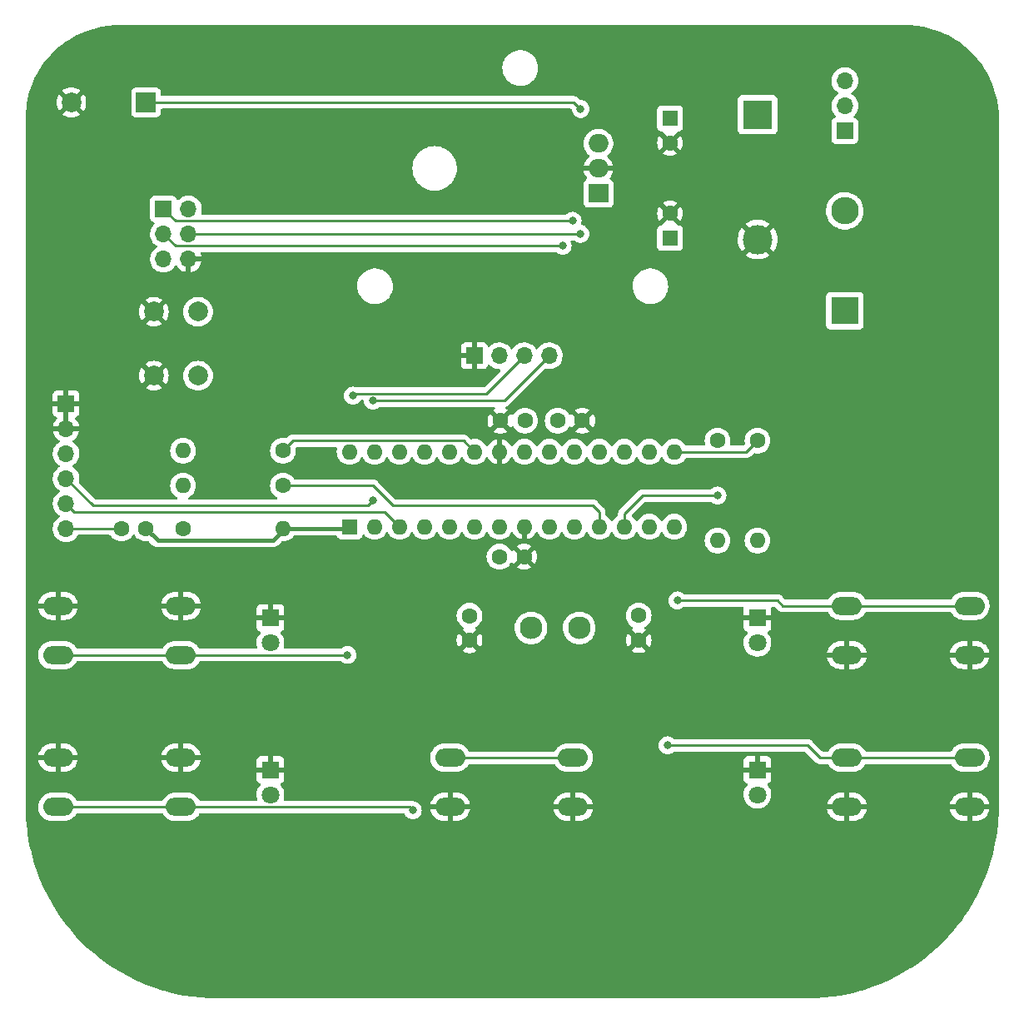
<source format=gbr>
%TF.GenerationSoftware,KiCad,Pcbnew,(5.99.0-12889-g70df3822b5)*%
%TF.CreationDate,2021-11-12T21:26:35+01:00*%
%TF.ProjectId,SimonSays,53696d6f-6e53-4617-9973-2e6b69636164,rev?*%
%TF.SameCoordinates,Original*%
%TF.FileFunction,Copper,L1,Top*%
%TF.FilePolarity,Positive*%
%FSLAX46Y46*%
G04 Gerber Fmt 4.6, Leading zero omitted, Abs format (unit mm)*
G04 Created by KiCad (PCBNEW (5.99.0-12889-g70df3822b5)) date 2021-11-12 21:26:35*
%MOMM*%
%LPD*%
G01*
G04 APERTURE LIST*
%TA.AperFunction,ComponentPad*%
%ADD10R,2.800000X2.800000*%
%TD*%
%TA.AperFunction,ComponentPad*%
%ADD11O,2.800000X2.800000*%
%TD*%
%TA.AperFunction,ComponentPad*%
%ADD12R,1.700000X1.700000*%
%TD*%
%TA.AperFunction,ComponentPad*%
%ADD13O,1.700000X1.700000*%
%TD*%
%TA.AperFunction,ComponentPad*%
%ADD14R,1.600000X1.600000*%
%TD*%
%TA.AperFunction,ComponentPad*%
%ADD15O,1.600000X1.600000*%
%TD*%
%TA.AperFunction,ComponentPad*%
%ADD16C,1.600000*%
%TD*%
%TA.AperFunction,ComponentPad*%
%ADD17R,2.000000X2.000000*%
%TD*%
%TA.AperFunction,ComponentPad*%
%ADD18C,2.000000*%
%TD*%
%TA.AperFunction,ComponentPad*%
%ADD19R,1.800000X1.800000*%
%TD*%
%TA.AperFunction,ComponentPad*%
%ADD20C,1.800000*%
%TD*%
%TA.AperFunction,ComponentPad*%
%ADD21O,3.048000X1.850000*%
%TD*%
%TA.AperFunction,ComponentPad*%
%ADD22R,2.000000X1.905000*%
%TD*%
%TA.AperFunction,ComponentPad*%
%ADD23O,2.000000X1.905000*%
%TD*%
%TA.AperFunction,ComponentPad*%
%ADD24C,2.300000*%
%TD*%
%TA.AperFunction,ComponentPad*%
%ADD25R,3.000000X3.000000*%
%TD*%
%TA.AperFunction,ComponentPad*%
%ADD26C,3.000000*%
%TD*%
%TA.AperFunction,ViaPad*%
%ADD27C,0.800000*%
%TD*%
%TA.AperFunction,Conductor*%
%ADD28C,0.250000*%
%TD*%
%TA.AperFunction,Conductor*%
%ADD29C,0.400000*%
%TD*%
G04 APERTURE END LIST*
D10*
%TO.P,D5,1,K*%
%TO.N,Net-(C3-Pad1)*%
X128270000Y-69080000D03*
D11*
%TO.P,D5,2,A*%
%TO.N,Net-(D5-Pad2)*%
X128270000Y-58920000D03*
%TD*%
D12*
%TO.P,J1,1,MISO*%
%TO.N,Net-(J1-Pad1)*%
X58973000Y-58743000D03*
D13*
%TO.P,J1,2,VCC*%
%TO.N,+5V*%
X61513000Y-58743000D03*
%TO.P,J1,3,SCK*%
%TO.N,Net-(J1-Pad3)*%
X58973000Y-61283000D03*
%TO.P,J1,4,MOSI*%
%TO.N,Net-(J1-Pad4)*%
X61513000Y-61283000D03*
%TO.P,J1,5,~{RST}*%
%TO.N,Net-(C7-Pad1)*%
X58973000Y-63823000D03*
%TO.P,J1,6,GND*%
%TO.N,GND*%
X61513000Y-63823000D03*
%TD*%
D14*
%TO.P,U1,1,~{RESET}/PC6*%
%TO.N,Net-(C7-Pad1)*%
X77900000Y-91050000D03*
D15*
%TO.P,U1,2,PD0*%
%TO.N,D0*%
X80440000Y-91050000D03*
%TO.P,U1,3,PD1*%
%TO.N,D1*%
X82980000Y-91050000D03*
%TO.P,U1,4,PD2*%
%TO.N,D2*%
X85520000Y-91050000D03*
%TO.P,U1,5,PD3*%
%TO.N,D3*%
X88060000Y-91050000D03*
%TO.P,U1,6,PD4*%
%TO.N,D4*%
X90600000Y-91050000D03*
%TO.P,U1,7,VCC*%
%TO.N,+5V*%
X93140000Y-91050000D03*
%TO.P,U1,8,GND*%
%TO.N,GND*%
X95680000Y-91050000D03*
%TO.P,U1,9,XTAL1/PB6*%
%TO.N,Net-(C2-Pad1)*%
X98220000Y-91050000D03*
%TO.P,U1,10,XTAL2/PB7*%
%TO.N,Net-(C1-Pad1)*%
X100760000Y-91050000D03*
%TO.P,U1,11,PD5*%
%TO.N,D5*%
X103300000Y-91050000D03*
%TO.P,U1,12,PD6*%
%TO.N,D6*%
X105840000Y-91050000D03*
%TO.P,U1,13,PD7*%
%TO.N,D7*%
X108380000Y-91050000D03*
%TO.P,U1,14,PB0*%
%TO.N,D8*%
X110920000Y-91050000D03*
%TO.P,U1,15,PB1*%
%TO.N,D9*%
X110920000Y-83430000D03*
%TO.P,U1,16,PB2*%
%TO.N,D10*%
X108380000Y-83430000D03*
%TO.P,U1,17,PB3*%
%TO.N,Net-(J1-Pad4)*%
X105840000Y-83430000D03*
%TO.P,U1,18,PB4*%
%TO.N,Net-(J1-Pad1)*%
X103300000Y-83430000D03*
%TO.P,U1,19,PB5*%
%TO.N,Net-(J1-Pad3)*%
X100760000Y-83430000D03*
%TO.P,U1,20,AVCC*%
%TO.N,+5V*%
X98220000Y-83430000D03*
%TO.P,U1,21,AREF*%
%TO.N,Net-(C5-Pad1)*%
X95680000Y-83430000D03*
%TO.P,U1,22,GND*%
%TO.N,GND*%
X93140000Y-83430000D03*
%TO.P,U1,23,PC0*%
%TO.N,A0*%
X90600000Y-83430000D03*
%TO.P,U1,24,PC1*%
%TO.N,A1*%
X88060000Y-83430000D03*
%TO.P,U1,25,PC2*%
%TO.N,A2*%
X85520000Y-83430000D03*
%TO.P,U1,26,PC3*%
%TO.N,A3*%
X82980000Y-83430000D03*
%TO.P,U1,27,PC4*%
%TO.N,SDA*%
X80440000Y-83430000D03*
%TO.P,U1,28,PC5*%
%TO.N,SCL*%
X77900000Y-83430000D03*
%TD*%
D14*
%TO.P,C3,1*%
%TO.N,Net-(C3-Pad1)*%
X110490000Y-61705114D03*
D16*
%TO.P,C3,2*%
%TO.N,GND*%
X110490000Y-59205114D03*
%TD*%
D17*
%TO.P,LS1,1,1*%
%TO.N,D10*%
X57200000Y-47900000D03*
D18*
%TO.P,LS1,2,2*%
%TO.N,GND*%
X49600000Y-47900000D03*
%TD*%
D19*
%TO.P,D2,1,K*%
%TO.N,GND*%
X119380000Y-115765000D03*
D20*
%TO.P,D2,2,A*%
%TO.N,Net-(D2-Pad2)*%
X119380000Y-118305000D03*
%TD*%
D16*
%TO.P,C8,1*%
%TO.N,+5V*%
X93150000Y-94100000D03*
%TO.P,C8,2*%
%TO.N,GND*%
X95650000Y-94100000D03*
%TD*%
D19*
%TO.P,D4,1,K*%
%TO.N,GND*%
X119380000Y-100325000D03*
D20*
%TO.P,D4,2,A*%
%TO.N,Net-(D4-Pad2)*%
X119380000Y-102865000D03*
%TD*%
D21*
%TO.P,SW7,1,1*%
%TO.N,GND*%
X128470000Y-104100000D03*
X140970000Y-104100000D03*
%TO.P,SW7,2,2*%
%TO.N,D8*%
X128470000Y-99100000D03*
X140970000Y-99100000D03*
%TD*%
D16*
%TO.P,R2,1*%
%TO.N,D5*%
X71120000Y-86868000D03*
D15*
%TO.P,R2,2*%
%TO.N,Net-(D1-Pad2)*%
X60960000Y-86868000D03*
%TD*%
D21*
%TO.P,SW2,1,1*%
%TO.N,GND*%
X60760000Y-114540000D03*
X48260000Y-114540000D03*
%TO.P,SW2,2,2*%
%TO.N,D3*%
X48260000Y-119540000D03*
X60760000Y-119540000D03*
%TD*%
D16*
%TO.P,C5,1*%
%TO.N,Net-(C5-Pad1)*%
X95738000Y-80264000D03*
%TO.P,C5,2*%
%TO.N,GND*%
X93238000Y-80264000D03*
%TD*%
D21*
%TO.P,SW5,1,1*%
%TO.N,GND*%
X128470000Y-119540000D03*
X140970000Y-119540000D03*
%TO.P,SW5,2,2*%
%TO.N,D7*%
X128470000Y-114540000D03*
X140970000Y-114540000D03*
%TD*%
D12*
%TO.P,J2,1,Pin_1*%
%TO.N,GND*%
X49072000Y-78540000D03*
D13*
%TO.P,J2,2,Pin_2*%
X49072000Y-81080000D03*
%TO.P,J2,3,Pin_3*%
%TO.N,+5V*%
X49072000Y-83620000D03*
%TO.P,J2,4,Pin_4*%
%TO.N,D0*%
X49072000Y-86160000D03*
%TO.P,J2,5,Pin_5*%
%TO.N,D1*%
X49072000Y-88700000D03*
%TO.P,J2,6,Pin_6*%
%TO.N,Net-(C7-Pad2)*%
X49072000Y-91240000D03*
%TD*%
D16*
%TO.P,C7,1*%
%TO.N,Net-(C7-Pad1)*%
X57200000Y-91240000D03*
%TO.P,C7,2*%
%TO.N,Net-(C7-Pad2)*%
X54700000Y-91240000D03*
%TD*%
D21*
%TO.P,SW6,1,1*%
%TO.N,GND*%
X48260000Y-99100000D03*
X60760000Y-99100000D03*
%TO.P,SW6,2,2*%
%TO.N,D2*%
X48260000Y-104100000D03*
X60760000Y-104100000D03*
%TD*%
D22*
%TO.P,U2,1,VI*%
%TO.N,Net-(C3-Pad1)*%
X103210000Y-57150000D03*
D23*
%TO.P,U2,2,GND*%
%TO.N,GND*%
X103210000Y-54610000D03*
%TO.P,U2,3,VO*%
%TO.N,+5V*%
X103210000Y-52070000D03*
%TD*%
D21*
%TO.P,SW4,1,1*%
%TO.N,GND*%
X88140000Y-119540000D03*
X100640000Y-119540000D03*
%TO.P,SW4,2,2*%
%TO.N,D4*%
X88140000Y-114540000D03*
X100640000Y-114540000D03*
%TD*%
D16*
%TO.P,R4,1*%
%TO.N,A0*%
X71120000Y-83312000D03*
D15*
%TO.P,R4,2*%
%TO.N,Net-(D3-Pad2)*%
X60960000Y-83312000D03*
%TD*%
D16*
%TO.P,R5,1*%
%TO.N,D9*%
X119380000Y-82296000D03*
D15*
%TO.P,R5,2*%
%TO.N,Net-(D4-Pad2)*%
X119380000Y-92456000D03*
%TD*%
D19*
%TO.P,D3,1,K*%
%TO.N,GND*%
X69850000Y-100325000D03*
D20*
%TO.P,D3,2,A*%
%TO.N,Net-(D3-Pad2)*%
X69850000Y-102865000D03*
%TD*%
D16*
%TO.P,C2,1*%
%TO.N,Net-(C2-Pad1)*%
X90100000Y-100100000D03*
%TO.P,C2,2*%
%TO.N,GND*%
X90100000Y-102600000D03*
%TD*%
%TO.P,C1,1*%
%TO.N,Net-(C1-Pad1)*%
X107306000Y-100096001D03*
%TO.P,C1,2*%
%TO.N,GND*%
X107306000Y-102596001D03*
%TD*%
D12*
%TO.P,SW3,1,A*%
%TO.N,unconnected-(SW3-Pad1)*%
X128270000Y-50785001D03*
D13*
%TO.P,SW3,2,B*%
%TO.N,Net-(BT1-Pad1)*%
X128270000Y-48245001D03*
%TO.P,SW3,3,C*%
%TO.N,Net-(D5-Pad2)*%
X128270000Y-45705001D03*
%TD*%
D19*
%TO.P,D1,1,K*%
%TO.N,GND*%
X69850000Y-115765000D03*
D20*
%TO.P,D1,2,A*%
%TO.N,Net-(D1-Pad2)*%
X69850000Y-118305000D03*
%TD*%
D16*
%TO.P,C6,1*%
%TO.N,+5V*%
X99060000Y-80264000D03*
%TO.P,C6,2*%
%TO.N,GND*%
X101560000Y-80264000D03*
%TD*%
%TO.P,R3,1*%
%TO.N,D6*%
X115316000Y-82296000D03*
D15*
%TO.P,R3,2*%
%TO.N,Net-(D2-Pad2)*%
X115316000Y-92456000D03*
%TD*%
D24*
%TO.P,Y1,1,1*%
%TO.N,Net-(C1-Pad1)*%
X101256000Y-101346000D03*
%TO.P,Y1,2,2*%
%TO.N,Net-(C2-Pad1)*%
X96356000Y-101346000D03*
%TD*%
D16*
%TO.P,R1,1*%
%TO.N,+5V*%
X60960000Y-91240000D03*
D15*
%TO.P,R1,2*%
%TO.N,Net-(C7-Pad1)*%
X71120000Y-91240000D03*
%TD*%
D12*
%TO.P,J3,1,Pin_1*%
%TO.N,GND*%
X90590000Y-73660000D03*
D13*
%TO.P,J3,2,Pin_2*%
%TO.N,+5V*%
X93130000Y-73660000D03*
%TO.P,J3,3,Pin_3*%
%TO.N,SCL*%
X95670000Y-73660000D03*
%TO.P,J3,4,Pin_4*%
%TO.N,SDA*%
X98210000Y-73660000D03*
%TD*%
D14*
%TO.P,C4,1*%
%TO.N,+5V*%
X110490000Y-49530000D03*
D16*
%TO.P,C4,2*%
%TO.N,GND*%
X110490000Y-52030000D03*
%TD*%
D18*
%TO.P,SW1,1,1*%
%TO.N,GND*%
X57998000Y-75694000D03*
X57998000Y-69194000D03*
%TO.P,SW1,2,2*%
%TO.N,Net-(C7-Pad1)*%
X62498000Y-69194000D03*
X62498000Y-75694000D03*
%TD*%
D25*
%TO.P,BT1,1,+*%
%TO.N,Net-(BT1-Pad1)*%
X119400000Y-49150000D03*
D26*
%TO.P,BT1,2,-*%
%TO.N,GND*%
X119400000Y-61850000D03*
%TD*%
D27*
%TO.N,D0*%
X80264000Y-88392000D03*
%TO.N,D10*%
X101396000Y-48568000D03*
%TO.N,Net-(J1-Pad4)*%
X101383500Y-61268000D03*
%TO.N,D2*%
X77684000Y-104100000D03*
%TO.N,Net-(J1-Pad1)*%
X100584000Y-59944000D03*
%TO.N,D3*%
X84328000Y-119888000D03*
%TO.N,Net-(J1-Pad3)*%
X99568000Y-62484000D03*
%TO.N,D6*%
X115316000Y-87884000D03*
%TO.N,D7*%
X110236000Y-113284000D03*
%TO.N,D8*%
X111252000Y-98552000D03*
%TO.N,SDA*%
X80264000Y-78232000D03*
%TO.N,SCL*%
X78232000Y-77724000D03*
%TD*%
D28*
%TO.N,D9*%
X118246000Y-83430000D02*
X119380000Y-82296000D01*
X110920000Y-83430000D02*
X118246000Y-83430000D01*
%TO.N,D0*%
X51812000Y-88900000D02*
X79756000Y-88900000D01*
X49072000Y-86160000D02*
X51812000Y-88900000D01*
X79756000Y-88900000D02*
X80264000Y-88392000D01*
%TO.N,D10*%
X100728000Y-47900000D02*
X57200000Y-47900000D01*
X101396000Y-48568000D02*
X100728000Y-47900000D01*
%TO.N,D1*%
X49072000Y-88700000D02*
X49922000Y-89550000D01*
X81480000Y-89550000D02*
X82980000Y-91050000D01*
X49922000Y-89550000D02*
X81480000Y-89550000D01*
%TO.N,Net-(J1-Pad4)*%
X61513000Y-61283000D02*
X101368500Y-61283000D01*
X101368500Y-61283000D02*
X101383500Y-61268000D01*
%TO.N,D2*%
X60760000Y-104100000D02*
X77684000Y-104100000D01*
X48260000Y-104100000D02*
X60760000Y-104100000D01*
%TO.N,Net-(J1-Pad1)*%
X100584000Y-59944000D02*
X60174000Y-59944000D01*
X60174000Y-59944000D02*
X58973000Y-58743000D01*
%TO.N,D3*%
X83980000Y-119540000D02*
X60760000Y-119540000D01*
X60760000Y-119540000D02*
X48260000Y-119540000D01*
X84328000Y-119888000D02*
X83980000Y-119540000D01*
%TO.N,Net-(J1-Pad3)*%
X60174000Y-62484000D02*
X99568000Y-62484000D01*
X58973000Y-61283000D02*
X60174000Y-62484000D01*
%TO.N,D4*%
X88140000Y-114540000D02*
X100640000Y-114540000D01*
%TO.N,A0*%
X72126511Y-82305489D02*
X71120000Y-83312000D01*
X90600000Y-83430000D02*
X89475489Y-82305489D01*
X89475489Y-82305489D02*
X72126511Y-82305489D01*
%TO.N,D5*%
X102616000Y-88900000D02*
X103300000Y-89584000D01*
X103300000Y-89584000D02*
X103300000Y-91050000D01*
X80264000Y-86868000D02*
X82296000Y-88900000D01*
X71120000Y-86868000D02*
X80264000Y-86868000D01*
X82296000Y-88900000D02*
X102616000Y-88900000D01*
%TO.N,D6*%
X107696000Y-87884000D02*
X115316000Y-87884000D01*
X105840000Y-89740000D02*
X107696000Y-87884000D01*
X105840000Y-91050000D02*
X105840000Y-89740000D01*
%TO.N,D7*%
X124460000Y-113284000D02*
X125716000Y-114540000D01*
X125716000Y-114540000D02*
X128470000Y-114540000D01*
X110236000Y-113284000D02*
X124460000Y-113284000D01*
X128470000Y-114540000D02*
X140970000Y-114540000D01*
%TO.N,D8*%
X128470000Y-99100000D02*
X121960000Y-99100000D01*
X140970000Y-99100000D02*
X128470000Y-99100000D01*
X121960000Y-99100000D02*
X121412000Y-98552000D01*
X121412000Y-98552000D02*
X111252000Y-98552000D01*
D29*
%TO.N,Net-(C7-Pad1)*%
X70080490Y-92439511D02*
X71280001Y-91240000D01*
X57200000Y-91240000D02*
X58399511Y-92439511D01*
X77710000Y-91240000D02*
X77900000Y-91050000D01*
X71280001Y-91240000D02*
X77710000Y-91240000D01*
X58399511Y-92439511D02*
X70080490Y-92439511D01*
D28*
%TO.N,Net-(C7-Pad2)*%
X49072000Y-91240000D02*
X54700000Y-91240000D01*
%TO.N,SDA*%
X93638000Y-78232000D02*
X80264000Y-78232000D01*
X98210000Y-73660000D02*
X93638000Y-78232000D01*
%TO.N,SCL*%
X91822501Y-77507499D02*
X95670000Y-73660000D01*
X78232000Y-77724000D02*
X78448501Y-77507499D01*
X78448501Y-77507499D02*
X91822501Y-77507499D01*
%TD*%
%TA.AperFunction,Conductor*%
%TO.N,GND*%
G36*
X134420057Y-40039500D02*
G01*
X134434858Y-40041805D01*
X134434861Y-40041805D01*
X134443730Y-40043186D01*
X134452632Y-40042022D01*
X134452634Y-40042022D01*
X134461974Y-40040800D01*
X134466810Y-40040168D01*
X134487103Y-40039166D01*
X134571046Y-40041804D01*
X135042050Y-40056606D01*
X135049950Y-40057103D01*
X135385627Y-40088834D01*
X135635729Y-40112475D01*
X135643564Y-40113465D01*
X136224718Y-40205510D01*
X136232486Y-40206993D01*
X136806707Y-40335347D01*
X136814374Y-40337315D01*
X137084915Y-40415914D01*
X137379399Y-40501470D01*
X137386902Y-40503908D01*
X137940528Y-40703225D01*
X137947856Y-40706127D01*
X138487876Y-40939814D01*
X138495008Y-40943170D01*
X138931378Y-41165512D01*
X139019277Y-41210299D01*
X139026213Y-41214112D01*
X139532669Y-41513629D01*
X139539352Y-41517871D01*
X140025985Y-41848586D01*
X140032376Y-41853228D01*
X140497315Y-42213872D01*
X140503394Y-42218902D01*
X140944756Y-42608015D01*
X140950526Y-42613434D01*
X141366566Y-43029474D01*
X141371985Y-43035244D01*
X141761098Y-43476606D01*
X141766128Y-43482685D01*
X142126772Y-43947624D01*
X142131414Y-43954015D01*
X142462129Y-44440648D01*
X142466371Y-44447331D01*
X142765888Y-44953787D01*
X142769701Y-44960723D01*
X143036830Y-45484992D01*
X143040186Y-45492124D01*
X143273873Y-46032144D01*
X143276775Y-46039472D01*
X143475747Y-46592138D01*
X143476088Y-46593085D01*
X143478530Y-46600601D01*
X143552522Y-46855283D01*
X143642685Y-47165626D01*
X143644653Y-47173293D01*
X143773007Y-47747514D01*
X143774490Y-47755282D01*
X143858353Y-48284771D01*
X143866534Y-48336427D01*
X143867525Y-48344271D01*
X143876552Y-48439768D01*
X143922897Y-48930050D01*
X143923394Y-48937950D01*
X143940596Y-49485332D01*
X143939158Y-49508673D01*
X143936814Y-49523730D01*
X143937978Y-49532632D01*
X143937978Y-49532635D01*
X143940936Y-49555251D01*
X143942000Y-49571589D01*
X143942000Y-119480672D01*
X143940500Y-119500057D01*
X143938840Y-119510721D01*
X143936814Y-119523730D01*
X143938454Y-119536270D01*
X143940133Y-119549108D01*
X143941167Y-119568195D01*
X143924973Y-120310365D01*
X143923508Y-120377485D01*
X143923268Y-120382972D01*
X143895296Y-120809743D01*
X143868007Y-121226095D01*
X143867528Y-121231571D01*
X143775544Y-122071473D01*
X143774831Y-122076895D01*
X143765816Y-122135468D01*
X143646290Y-122912042D01*
X143645335Y-122917455D01*
X143480498Y-123746148D01*
X143479313Y-123751491D01*
X143454821Y-123851584D01*
X143278478Y-124572236D01*
X143277055Y-124577545D01*
X143040621Y-125388716D01*
X143038968Y-125393959D01*
X142767375Y-126194048D01*
X142765495Y-126199214D01*
X142459255Y-126986708D01*
X142457151Y-126991787D01*
X142116860Y-127765156D01*
X142114537Y-127770138D01*
X141740838Y-128527923D01*
X141738300Y-128532800D01*
X141331881Y-129273604D01*
X141329132Y-129278364D01*
X140890813Y-130000692D01*
X140887859Y-130005329D01*
X140418428Y-130707883D01*
X140415299Y-130712352D01*
X140192251Y-131016551D01*
X139915662Y-131393771D01*
X139912315Y-131398132D01*
X139383474Y-132057054D01*
X139379941Y-132061266D01*
X138822822Y-132696539D01*
X138819108Y-132700592D01*
X138234827Y-133310940D01*
X138230940Y-133314827D01*
X137620592Y-133899108D01*
X137616539Y-133902822D01*
X136981266Y-134459941D01*
X136977054Y-134463474D01*
X136318132Y-134992315D01*
X136313771Y-134995662D01*
X135632352Y-135495299D01*
X135627883Y-135498428D01*
X135122912Y-135835839D01*
X134925329Y-135967859D01*
X134920692Y-135970813D01*
X134198364Y-136409132D01*
X134193604Y-136411881D01*
X133452800Y-136818300D01*
X133447923Y-136820838D01*
X132690138Y-137194537D01*
X132685156Y-137196860D01*
X132227321Y-137398312D01*
X131911777Y-137537155D01*
X131906718Y-137539251D01*
X131119199Y-137845500D01*
X131114063Y-137847370D01*
X130458044Y-138070058D01*
X130313959Y-138118968D01*
X130308716Y-138120621D01*
X129497545Y-138357055D01*
X129492236Y-138358478D01*
X129346829Y-138394059D01*
X128671491Y-138559313D01*
X128666162Y-138560495D01*
X127837455Y-138725335D01*
X127832051Y-138726288D01*
X126996895Y-138854831D01*
X126991495Y-138855541D01*
X126151567Y-138947528D01*
X126146099Y-138948007D01*
X125302972Y-139003268D01*
X125297491Y-139003508D01*
X124725957Y-139015979D01*
X124495847Y-139021000D01*
X124473713Y-139019530D01*
X124469609Y-139018891D01*
X124465140Y-139018195D01*
X124465139Y-139018195D01*
X124456270Y-139016814D01*
X124447368Y-139017978D01*
X124447365Y-139017978D01*
X124424749Y-139020936D01*
X124408411Y-139022000D01*
X64499328Y-139022000D01*
X64479943Y-139020500D01*
X64465142Y-139018195D01*
X64465139Y-139018195D01*
X64456270Y-139016814D01*
X64430890Y-139020133D01*
X64411805Y-139021167D01*
X63602509Y-139003508D01*
X63597028Y-139003268D01*
X62753901Y-138948007D01*
X62748433Y-138947528D01*
X61908505Y-138855541D01*
X61903105Y-138854831D01*
X61067949Y-138726288D01*
X61062545Y-138725335D01*
X60233838Y-138560495D01*
X60228509Y-138559313D01*
X59553171Y-138394059D01*
X59407764Y-138358478D01*
X59402455Y-138357055D01*
X58591284Y-138120621D01*
X58586041Y-138118968D01*
X58441956Y-138070058D01*
X57785937Y-137847370D01*
X57780801Y-137845500D01*
X56993282Y-137539251D01*
X56988223Y-137537155D01*
X56672679Y-137398312D01*
X56214844Y-137196860D01*
X56209862Y-137194537D01*
X55452077Y-136820838D01*
X55447200Y-136818300D01*
X54706396Y-136411881D01*
X54701636Y-136409132D01*
X53979308Y-135970813D01*
X53974671Y-135967859D01*
X53777088Y-135835839D01*
X53272117Y-135498428D01*
X53267648Y-135495299D01*
X52586229Y-134995662D01*
X52581868Y-134992315D01*
X51922946Y-134463474D01*
X51918734Y-134459941D01*
X51283461Y-133902822D01*
X51279408Y-133899108D01*
X50669060Y-133314827D01*
X50665173Y-133310940D01*
X50080892Y-132700592D01*
X50077178Y-132696539D01*
X49520059Y-132061266D01*
X49516526Y-132057054D01*
X48987685Y-131398132D01*
X48984338Y-131393771D01*
X48707749Y-131016551D01*
X48484701Y-130712352D01*
X48481572Y-130707883D01*
X48012141Y-130005329D01*
X48009187Y-130000692D01*
X47570868Y-129278364D01*
X47568119Y-129273604D01*
X47161700Y-128532800D01*
X47159162Y-128527923D01*
X46785463Y-127770138D01*
X46783140Y-127765156D01*
X46442849Y-126991787D01*
X46440745Y-126986708D01*
X46134505Y-126199214D01*
X46132625Y-126194048D01*
X45861032Y-125393959D01*
X45859379Y-125388716D01*
X45622945Y-124577545D01*
X45621522Y-124572236D01*
X45445179Y-123851584D01*
X45420687Y-123751491D01*
X45419502Y-123746148D01*
X45254665Y-122917455D01*
X45253710Y-122912042D01*
X45134184Y-122135468D01*
X45125169Y-122076895D01*
X45124456Y-122071473D01*
X45032472Y-121231571D01*
X45031993Y-121226095D01*
X45004704Y-120809743D01*
X44976732Y-120382972D01*
X44976492Y-120377485D01*
X44975028Y-120310365D01*
X44960408Y-119640339D01*
X46226091Y-119640339D01*
X46261747Y-119873349D01*
X46334980Y-120097407D01*
X46337370Y-120101998D01*
X46419390Y-120259556D01*
X46443825Y-120306496D01*
X46446928Y-120310629D01*
X46446930Y-120310632D01*
X46514465Y-120400580D01*
X46585358Y-120495000D01*
X46755777Y-120657857D01*
X46950508Y-120790693D01*
X46955192Y-120792867D01*
X46955195Y-120792869D01*
X47159628Y-120887764D01*
X47159633Y-120887766D01*
X47164319Y-120889941D01*
X47391468Y-120952935D01*
X47396605Y-120953484D01*
X47580563Y-120973144D01*
X47580571Y-120973144D01*
X47583898Y-120973500D01*
X48918757Y-120973500D01*
X48921330Y-120973288D01*
X48921341Y-120973288D01*
X49088779Y-120959522D01*
X49088785Y-120959521D01*
X49093930Y-120959098D01*
X49322551Y-120901673D01*
X49538723Y-120807678D01*
X49736641Y-120679640D01*
X49757809Y-120660379D01*
X49907167Y-120524473D01*
X49907168Y-120524471D01*
X49910989Y-120520995D01*
X49914188Y-120516944D01*
X49914192Y-120516940D01*
X50053884Y-120340059D01*
X50057085Y-120336006D01*
X50059578Y-120331491D01*
X50059586Y-120331478D01*
X50110854Y-120238606D01*
X50161286Y-120188636D01*
X50221162Y-120173500D01*
X58798134Y-120173500D01*
X58866255Y-120193502D01*
X58909895Y-120241317D01*
X58943825Y-120306496D01*
X58946928Y-120310629D01*
X58946930Y-120310632D01*
X59014465Y-120400580D01*
X59085358Y-120495000D01*
X59255777Y-120657857D01*
X59450508Y-120790693D01*
X59455192Y-120792867D01*
X59455195Y-120792869D01*
X59659628Y-120887764D01*
X59659633Y-120887766D01*
X59664319Y-120889941D01*
X59891468Y-120952935D01*
X59896605Y-120953484D01*
X60080563Y-120973144D01*
X60080571Y-120973144D01*
X60083898Y-120973500D01*
X61418757Y-120973500D01*
X61421330Y-120973288D01*
X61421341Y-120973288D01*
X61588779Y-120959522D01*
X61588785Y-120959521D01*
X61593930Y-120959098D01*
X61822551Y-120901673D01*
X62038723Y-120807678D01*
X62236641Y-120679640D01*
X62257809Y-120660379D01*
X62407167Y-120524473D01*
X62407168Y-120524471D01*
X62410989Y-120520995D01*
X62414188Y-120516944D01*
X62414192Y-120516940D01*
X62553884Y-120340059D01*
X62557085Y-120336006D01*
X62559578Y-120331491D01*
X62559586Y-120331478D01*
X62610854Y-120238606D01*
X62661286Y-120188636D01*
X62721162Y-120173500D01*
X83374088Y-120173500D01*
X83442209Y-120193502D01*
X83489193Y-120248248D01*
X83491434Y-120253282D01*
X83493473Y-120259556D01*
X83588960Y-120424944D01*
X83593378Y-120429851D01*
X83593379Y-120429852D01*
X83678268Y-120524131D01*
X83716747Y-120566866D01*
X83871248Y-120679118D01*
X83877276Y-120681802D01*
X83877278Y-120681803D01*
X84039681Y-120754109D01*
X84045712Y-120756794D01*
X84139113Y-120776647D01*
X84226056Y-120795128D01*
X84226061Y-120795128D01*
X84232513Y-120796500D01*
X84423487Y-120796500D01*
X84429939Y-120795128D01*
X84429944Y-120795128D01*
X84516887Y-120776647D01*
X84610288Y-120756794D01*
X84616319Y-120754109D01*
X84778722Y-120681803D01*
X84778724Y-120681802D01*
X84784752Y-120679118D01*
X84939253Y-120566866D01*
X84977732Y-120524131D01*
X85062621Y-120429852D01*
X85062622Y-120429851D01*
X85067040Y-120424944D01*
X85162527Y-120259556D01*
X85221542Y-120077928D01*
X85241504Y-119888000D01*
X85233537Y-119812194D01*
X86132895Y-119812194D01*
X86141453Y-119868121D01*
X86143841Y-119878146D01*
X86213836Y-120092295D01*
X86217833Y-120101804D01*
X86321861Y-120301640D01*
X86327355Y-120310365D01*
X86462628Y-120490532D01*
X86469471Y-120498239D01*
X86632356Y-120653896D01*
X86640362Y-120660379D01*
X86826485Y-120787343D01*
X86835444Y-120792432D01*
X87039807Y-120887294D01*
X87049475Y-120890851D01*
X87266580Y-120951060D01*
X87276699Y-120952991D01*
X87460595Y-120972644D01*
X87467287Y-120973000D01*
X87867885Y-120973000D01*
X87883124Y-120968525D01*
X87884329Y-120967135D01*
X87886000Y-120959452D01*
X87886000Y-120954885D01*
X88394000Y-120954885D01*
X88398475Y-120970124D01*
X88399865Y-120971329D01*
X88407548Y-120973000D01*
X88796145Y-120973000D01*
X88801318Y-120972788D01*
X88968687Y-120959027D01*
X88978867Y-120957342D01*
X89197377Y-120902456D01*
X89207128Y-120899136D01*
X89413749Y-120809296D01*
X89422824Y-120804430D01*
X89611990Y-120682052D01*
X89620161Y-120675760D01*
X89786800Y-120524131D01*
X89793825Y-120516598D01*
X89933466Y-120339782D01*
X89939162Y-120331209D01*
X90048052Y-120133955D01*
X90052273Y-120124560D01*
X90127481Y-119912180D01*
X90130113Y-119902217D01*
X90146148Y-119812194D01*
X98632895Y-119812194D01*
X98641453Y-119868121D01*
X98643841Y-119878146D01*
X98713836Y-120092295D01*
X98717833Y-120101804D01*
X98821861Y-120301640D01*
X98827355Y-120310365D01*
X98962628Y-120490532D01*
X98969471Y-120498239D01*
X99132356Y-120653896D01*
X99140362Y-120660379D01*
X99326485Y-120787343D01*
X99335444Y-120792432D01*
X99539807Y-120887294D01*
X99549475Y-120890851D01*
X99766580Y-120951060D01*
X99776699Y-120952991D01*
X99960595Y-120972644D01*
X99967287Y-120973000D01*
X100367885Y-120973000D01*
X100383124Y-120968525D01*
X100384329Y-120967135D01*
X100386000Y-120959452D01*
X100386000Y-120954885D01*
X100894000Y-120954885D01*
X100898475Y-120970124D01*
X100899865Y-120971329D01*
X100907548Y-120973000D01*
X101296145Y-120973000D01*
X101301318Y-120972788D01*
X101468687Y-120959027D01*
X101478867Y-120957342D01*
X101697377Y-120902456D01*
X101707128Y-120899136D01*
X101913749Y-120809296D01*
X101922824Y-120804430D01*
X102111990Y-120682052D01*
X102120161Y-120675760D01*
X102286800Y-120524131D01*
X102293825Y-120516598D01*
X102433466Y-120339782D01*
X102439162Y-120331209D01*
X102548052Y-120133955D01*
X102552273Y-120124560D01*
X102627481Y-119912180D01*
X102630113Y-119902217D01*
X102646148Y-119812194D01*
X126462895Y-119812194D01*
X126471453Y-119868121D01*
X126473841Y-119878146D01*
X126543836Y-120092295D01*
X126547833Y-120101804D01*
X126651861Y-120301640D01*
X126657355Y-120310365D01*
X126792628Y-120490532D01*
X126799471Y-120498239D01*
X126962356Y-120653896D01*
X126970362Y-120660379D01*
X127156485Y-120787343D01*
X127165444Y-120792432D01*
X127369807Y-120887294D01*
X127379475Y-120890851D01*
X127596580Y-120951060D01*
X127606699Y-120952991D01*
X127790595Y-120972644D01*
X127797287Y-120973000D01*
X128197885Y-120973000D01*
X128213124Y-120968525D01*
X128214329Y-120967135D01*
X128216000Y-120959452D01*
X128216000Y-120954885D01*
X128724000Y-120954885D01*
X128728475Y-120970124D01*
X128729865Y-120971329D01*
X128737548Y-120973000D01*
X129126145Y-120973000D01*
X129131318Y-120972788D01*
X129298687Y-120959027D01*
X129308867Y-120957342D01*
X129527377Y-120902456D01*
X129537128Y-120899136D01*
X129743749Y-120809296D01*
X129752824Y-120804430D01*
X129941990Y-120682052D01*
X129950161Y-120675760D01*
X130116800Y-120524131D01*
X130123825Y-120516598D01*
X130263466Y-120339782D01*
X130269162Y-120331209D01*
X130378052Y-120133955D01*
X130382273Y-120124560D01*
X130457481Y-119912180D01*
X130460113Y-119902217D01*
X130476148Y-119812194D01*
X138962895Y-119812194D01*
X138971453Y-119868121D01*
X138973841Y-119878146D01*
X139043836Y-120092295D01*
X139047833Y-120101804D01*
X139151861Y-120301640D01*
X139157355Y-120310365D01*
X139292628Y-120490532D01*
X139299471Y-120498239D01*
X139462356Y-120653896D01*
X139470362Y-120660379D01*
X139656485Y-120787343D01*
X139665444Y-120792432D01*
X139869807Y-120887294D01*
X139879475Y-120890851D01*
X140096580Y-120951060D01*
X140106699Y-120952991D01*
X140290595Y-120972644D01*
X140297287Y-120973000D01*
X140697885Y-120973000D01*
X140713124Y-120968525D01*
X140714329Y-120967135D01*
X140716000Y-120959452D01*
X140716000Y-120954885D01*
X141224000Y-120954885D01*
X141228475Y-120970124D01*
X141229865Y-120971329D01*
X141237548Y-120973000D01*
X141626145Y-120973000D01*
X141631318Y-120972788D01*
X141798687Y-120959027D01*
X141808867Y-120957342D01*
X142027377Y-120902456D01*
X142037128Y-120899136D01*
X142243749Y-120809296D01*
X142252824Y-120804430D01*
X142441990Y-120682052D01*
X142450161Y-120675760D01*
X142616800Y-120524131D01*
X142623825Y-120516598D01*
X142763466Y-120339782D01*
X142769162Y-120331209D01*
X142878052Y-120133955D01*
X142882273Y-120124560D01*
X142957481Y-119912180D01*
X142960113Y-119902217D01*
X142976212Y-119811837D01*
X142974752Y-119798540D01*
X142960197Y-119794000D01*
X141242115Y-119794000D01*
X141226876Y-119798475D01*
X141225671Y-119799865D01*
X141224000Y-119807548D01*
X141224000Y-120954885D01*
X140716000Y-120954885D01*
X140716000Y-119812115D01*
X140711525Y-119796876D01*
X140710135Y-119795671D01*
X140702452Y-119794000D01*
X138978226Y-119794000D01*
X138964882Y-119797918D01*
X138962895Y-119812194D01*
X130476148Y-119812194D01*
X130476212Y-119811837D01*
X130474752Y-119798540D01*
X130460197Y-119794000D01*
X128742115Y-119794000D01*
X128726876Y-119798475D01*
X128725671Y-119799865D01*
X128724000Y-119807548D01*
X128724000Y-120954885D01*
X128216000Y-120954885D01*
X128216000Y-119812115D01*
X128211525Y-119796876D01*
X128210135Y-119795671D01*
X128202452Y-119794000D01*
X126478226Y-119794000D01*
X126464882Y-119797918D01*
X126462895Y-119812194D01*
X102646148Y-119812194D01*
X102646212Y-119811837D01*
X102644752Y-119798540D01*
X102630197Y-119794000D01*
X100912115Y-119794000D01*
X100896876Y-119798475D01*
X100895671Y-119799865D01*
X100894000Y-119807548D01*
X100894000Y-120954885D01*
X100386000Y-120954885D01*
X100386000Y-119812115D01*
X100381525Y-119796876D01*
X100380135Y-119795671D01*
X100372452Y-119794000D01*
X98648226Y-119794000D01*
X98634882Y-119797918D01*
X98632895Y-119812194D01*
X90146148Y-119812194D01*
X90146212Y-119811837D01*
X90144752Y-119798540D01*
X90130197Y-119794000D01*
X88412115Y-119794000D01*
X88396876Y-119798475D01*
X88395671Y-119799865D01*
X88394000Y-119807548D01*
X88394000Y-120954885D01*
X87886000Y-120954885D01*
X87886000Y-119812115D01*
X87881525Y-119796876D01*
X87880135Y-119795671D01*
X87872452Y-119794000D01*
X86148226Y-119794000D01*
X86134882Y-119797918D01*
X86132895Y-119812194D01*
X85233537Y-119812194D01*
X85232241Y-119799865D01*
X85222232Y-119704635D01*
X85222232Y-119704633D01*
X85221542Y-119698072D01*
X85162527Y-119516444D01*
X85067040Y-119351056D01*
X85008464Y-119286000D01*
X84992403Y-119268163D01*
X86133788Y-119268163D01*
X86135248Y-119281460D01*
X86149803Y-119286000D01*
X87867885Y-119286000D01*
X87883124Y-119281525D01*
X87884329Y-119280135D01*
X87886000Y-119272452D01*
X87886000Y-119267885D01*
X88394000Y-119267885D01*
X88398475Y-119283124D01*
X88399865Y-119284329D01*
X88407548Y-119286000D01*
X90131774Y-119286000D01*
X90145118Y-119282082D01*
X90147055Y-119268163D01*
X98633788Y-119268163D01*
X98635248Y-119281460D01*
X98649803Y-119286000D01*
X100367885Y-119286000D01*
X100383124Y-119281525D01*
X100384329Y-119280135D01*
X100386000Y-119272452D01*
X100386000Y-119267885D01*
X100894000Y-119267885D01*
X100898475Y-119283124D01*
X100899865Y-119284329D01*
X100907548Y-119286000D01*
X102631774Y-119286000D01*
X102645118Y-119282082D01*
X102647105Y-119267806D01*
X102638547Y-119211879D01*
X102636159Y-119201854D01*
X102566164Y-118987705D01*
X102562167Y-118978196D01*
X102458139Y-118778360D01*
X102452645Y-118769635D01*
X102317372Y-118589468D01*
X102310529Y-118581761D01*
X102147644Y-118426104D01*
X102139638Y-118419621D01*
X101953515Y-118292657D01*
X101944556Y-118287568D01*
X101907719Y-118270469D01*
X117967095Y-118270469D01*
X117967392Y-118275622D01*
X117967392Y-118275625D01*
X117980129Y-118496529D01*
X117980427Y-118501697D01*
X117981564Y-118506743D01*
X117981565Y-118506749D01*
X118013741Y-118649523D01*
X118031346Y-118727642D01*
X118033288Y-118732424D01*
X118033289Y-118732428D01*
X118115490Y-118934863D01*
X118118484Y-118942237D01*
X118239501Y-119139719D01*
X118391147Y-119314784D01*
X118569349Y-119462730D01*
X118769322Y-119579584D01*
X118985694Y-119662209D01*
X118990760Y-119663240D01*
X118990761Y-119663240D01*
X119043846Y-119674040D01*
X119212656Y-119708385D01*
X119343324Y-119713176D01*
X119438949Y-119716683D01*
X119438953Y-119716683D01*
X119444113Y-119716872D01*
X119449233Y-119716216D01*
X119449235Y-119716216D01*
X119539636Y-119704635D01*
X119673847Y-119687442D01*
X119678795Y-119685957D01*
X119678802Y-119685956D01*
X119890747Y-119622369D01*
X119895690Y-119620886D01*
X119976236Y-119581427D01*
X120099049Y-119521262D01*
X120099052Y-119521260D01*
X120103684Y-119518991D01*
X120292243Y-119384494D01*
X120408980Y-119268163D01*
X126463788Y-119268163D01*
X126465248Y-119281460D01*
X126479803Y-119286000D01*
X128197885Y-119286000D01*
X128213124Y-119281525D01*
X128214329Y-119280135D01*
X128216000Y-119272452D01*
X128216000Y-119267885D01*
X128724000Y-119267885D01*
X128728475Y-119283124D01*
X128729865Y-119284329D01*
X128737548Y-119286000D01*
X130461774Y-119286000D01*
X130475118Y-119282082D01*
X130477055Y-119268163D01*
X138963788Y-119268163D01*
X138965248Y-119281460D01*
X138979803Y-119286000D01*
X140697885Y-119286000D01*
X140713124Y-119281525D01*
X140714329Y-119280135D01*
X140716000Y-119272452D01*
X140716000Y-119267885D01*
X141224000Y-119267885D01*
X141228475Y-119283124D01*
X141229865Y-119284329D01*
X141237548Y-119286000D01*
X142961774Y-119286000D01*
X142975118Y-119282082D01*
X142977105Y-119267806D01*
X142968547Y-119211879D01*
X142966159Y-119201854D01*
X142896164Y-118987705D01*
X142892167Y-118978196D01*
X142788139Y-118778360D01*
X142782645Y-118769635D01*
X142647372Y-118589468D01*
X142640529Y-118581761D01*
X142477644Y-118426104D01*
X142469638Y-118419621D01*
X142283515Y-118292657D01*
X142274556Y-118287568D01*
X142070193Y-118192706D01*
X142060525Y-118189149D01*
X141843420Y-118128940D01*
X141833301Y-118127009D01*
X141649405Y-118107356D01*
X141642713Y-118107000D01*
X141242115Y-118107000D01*
X141226876Y-118111475D01*
X141225671Y-118112865D01*
X141224000Y-118120548D01*
X141224000Y-119267885D01*
X140716000Y-119267885D01*
X140716000Y-118125115D01*
X140711525Y-118109876D01*
X140710135Y-118108671D01*
X140702452Y-118107000D01*
X140313855Y-118107000D01*
X140308682Y-118107212D01*
X140141313Y-118120973D01*
X140131133Y-118122658D01*
X139912623Y-118177544D01*
X139902872Y-118180864D01*
X139696251Y-118270704D01*
X139687176Y-118275570D01*
X139498010Y-118397948D01*
X139489839Y-118404240D01*
X139323200Y-118555869D01*
X139316175Y-118563402D01*
X139176534Y-118740218D01*
X139170838Y-118748791D01*
X139061948Y-118946045D01*
X139057727Y-118955440D01*
X138982519Y-119167820D01*
X138979887Y-119177783D01*
X138963788Y-119268163D01*
X130477055Y-119268163D01*
X130477105Y-119267806D01*
X130468547Y-119211879D01*
X130466159Y-119201854D01*
X130396164Y-118987705D01*
X130392167Y-118978196D01*
X130288139Y-118778360D01*
X130282645Y-118769635D01*
X130147372Y-118589468D01*
X130140529Y-118581761D01*
X129977644Y-118426104D01*
X129969638Y-118419621D01*
X129783515Y-118292657D01*
X129774556Y-118287568D01*
X129570193Y-118192706D01*
X129560525Y-118189149D01*
X129343420Y-118128940D01*
X129333301Y-118127009D01*
X129149405Y-118107356D01*
X129142713Y-118107000D01*
X128742115Y-118107000D01*
X128726876Y-118111475D01*
X128725671Y-118112865D01*
X128724000Y-118120548D01*
X128724000Y-119267885D01*
X128216000Y-119267885D01*
X128216000Y-118125115D01*
X128211525Y-118109876D01*
X128210135Y-118108671D01*
X128202452Y-118107000D01*
X127813855Y-118107000D01*
X127808682Y-118107212D01*
X127641313Y-118120973D01*
X127631133Y-118122658D01*
X127412623Y-118177544D01*
X127402872Y-118180864D01*
X127196251Y-118270704D01*
X127187176Y-118275570D01*
X126998010Y-118397948D01*
X126989839Y-118404240D01*
X126823200Y-118555869D01*
X126816175Y-118563402D01*
X126676534Y-118740218D01*
X126670838Y-118748791D01*
X126561948Y-118946045D01*
X126557727Y-118955440D01*
X126482519Y-119167820D01*
X126479887Y-119177783D01*
X126463788Y-119268163D01*
X120408980Y-119268163D01*
X120456303Y-119221005D01*
X120591458Y-119032917D01*
X120596908Y-119021891D01*
X120691784Y-118829922D01*
X120691785Y-118829920D01*
X120694078Y-118825280D01*
X120761408Y-118603671D01*
X120791640Y-118374041D01*
X120793327Y-118305000D01*
X120783802Y-118189149D01*
X120774773Y-118079318D01*
X120774772Y-118079312D01*
X120774349Y-118074167D01*
X120717925Y-117849533D01*
X120715866Y-117844797D01*
X120627630Y-117641868D01*
X120627628Y-117641865D01*
X120625570Y-117637131D01*
X120499764Y-117442665D01*
X120409486Y-117343450D01*
X120378434Y-117279605D01*
X120386829Y-117209106D01*
X120432005Y-117154338D01*
X120458449Y-117140669D01*
X120518054Y-117118324D01*
X120533649Y-117109786D01*
X120635724Y-117033285D01*
X120648285Y-117020724D01*
X120724786Y-116918649D01*
X120733324Y-116903054D01*
X120778478Y-116782606D01*
X120782105Y-116767351D01*
X120787631Y-116716486D01*
X120788000Y-116709672D01*
X120788000Y-116037115D01*
X120783525Y-116021876D01*
X120782135Y-116020671D01*
X120774452Y-116019000D01*
X117990116Y-116019000D01*
X117974877Y-116023475D01*
X117973672Y-116024865D01*
X117972001Y-116032548D01*
X117972001Y-116709669D01*
X117972371Y-116716490D01*
X117977895Y-116767352D01*
X117981521Y-116782604D01*
X118026676Y-116903054D01*
X118035214Y-116918649D01*
X118111715Y-117020724D01*
X118124276Y-117033285D01*
X118226351Y-117109786D01*
X118241946Y-117118324D01*
X118301540Y-117140665D01*
X118358304Y-117183307D01*
X118383004Y-117249868D01*
X118367796Y-117319217D01*
X118348404Y-117345698D01*
X118281639Y-117415564D01*
X118278725Y-117419836D01*
X118278724Y-117419837D01*
X118263152Y-117442665D01*
X118151119Y-117606899D01*
X118053602Y-117816981D01*
X117991707Y-118040169D01*
X117967095Y-118270469D01*
X101907719Y-118270469D01*
X101740193Y-118192706D01*
X101730525Y-118189149D01*
X101513420Y-118128940D01*
X101503301Y-118127009D01*
X101319405Y-118107356D01*
X101312713Y-118107000D01*
X100912115Y-118107000D01*
X100896876Y-118111475D01*
X100895671Y-118112865D01*
X100894000Y-118120548D01*
X100894000Y-119267885D01*
X100386000Y-119267885D01*
X100386000Y-118125115D01*
X100381525Y-118109876D01*
X100380135Y-118108671D01*
X100372452Y-118107000D01*
X99983855Y-118107000D01*
X99978682Y-118107212D01*
X99811313Y-118120973D01*
X99801133Y-118122658D01*
X99582623Y-118177544D01*
X99572872Y-118180864D01*
X99366251Y-118270704D01*
X99357176Y-118275570D01*
X99168010Y-118397948D01*
X99159839Y-118404240D01*
X98993200Y-118555869D01*
X98986175Y-118563402D01*
X98846534Y-118740218D01*
X98840838Y-118748791D01*
X98731948Y-118946045D01*
X98727727Y-118955440D01*
X98652519Y-119167820D01*
X98649887Y-119177783D01*
X98633788Y-119268163D01*
X90147055Y-119268163D01*
X90147105Y-119267806D01*
X90138547Y-119211879D01*
X90136159Y-119201854D01*
X90066164Y-118987705D01*
X90062167Y-118978196D01*
X89958139Y-118778360D01*
X89952645Y-118769635D01*
X89817372Y-118589468D01*
X89810529Y-118581761D01*
X89647644Y-118426104D01*
X89639638Y-118419621D01*
X89453515Y-118292657D01*
X89444556Y-118287568D01*
X89240193Y-118192706D01*
X89230525Y-118189149D01*
X89013420Y-118128940D01*
X89003301Y-118127009D01*
X88819405Y-118107356D01*
X88812713Y-118107000D01*
X88412115Y-118107000D01*
X88396876Y-118111475D01*
X88395671Y-118112865D01*
X88394000Y-118120548D01*
X88394000Y-119267885D01*
X87886000Y-119267885D01*
X87886000Y-118125115D01*
X87881525Y-118109876D01*
X87880135Y-118108671D01*
X87872452Y-118107000D01*
X87483855Y-118107000D01*
X87478682Y-118107212D01*
X87311313Y-118120973D01*
X87301133Y-118122658D01*
X87082623Y-118177544D01*
X87072872Y-118180864D01*
X86866251Y-118270704D01*
X86857176Y-118275570D01*
X86668010Y-118397948D01*
X86659839Y-118404240D01*
X86493200Y-118555869D01*
X86486175Y-118563402D01*
X86346534Y-118740218D01*
X86340838Y-118748791D01*
X86231948Y-118946045D01*
X86227727Y-118955440D01*
X86152519Y-119167820D01*
X86149887Y-119177783D01*
X86133788Y-119268163D01*
X84992403Y-119268163D01*
X84943675Y-119214045D01*
X84943674Y-119214044D01*
X84939253Y-119209134D01*
X84784752Y-119096882D01*
X84778724Y-119094198D01*
X84778722Y-119094197D01*
X84616319Y-119021891D01*
X84616318Y-119021891D01*
X84610288Y-119019206D01*
X84516888Y-118999353D01*
X84429944Y-118980872D01*
X84429939Y-118980872D01*
X84423487Y-118979500D01*
X84307793Y-118979500D01*
X84247093Y-118963915D01*
X84222005Y-118950123D01*
X84215060Y-118946305D01*
X84195437Y-118941267D01*
X84176734Y-118934863D01*
X84165420Y-118929967D01*
X84165419Y-118929967D01*
X84158145Y-118926819D01*
X84150322Y-118925580D01*
X84150312Y-118925577D01*
X84114476Y-118919901D01*
X84102856Y-118917495D01*
X84067711Y-118908472D01*
X84067710Y-118908472D01*
X84060030Y-118906500D01*
X84039776Y-118906500D01*
X84020065Y-118904949D01*
X84007886Y-118903020D01*
X84000057Y-118901780D01*
X83992165Y-118902526D01*
X83956039Y-118905941D01*
X83944181Y-118906500D01*
X71309371Y-118906500D01*
X71241250Y-118886498D01*
X71194757Y-118832842D01*
X71184653Y-118762568D01*
X71188812Y-118743872D01*
X71229905Y-118608617D01*
X71231408Y-118603671D01*
X71261640Y-118374041D01*
X71263327Y-118305000D01*
X71253802Y-118189149D01*
X71244773Y-118079318D01*
X71244772Y-118079312D01*
X71244349Y-118074167D01*
X71187925Y-117849533D01*
X71185866Y-117844797D01*
X71097630Y-117641868D01*
X71097628Y-117641865D01*
X71095570Y-117637131D01*
X70969764Y-117442665D01*
X70879486Y-117343450D01*
X70848434Y-117279605D01*
X70856829Y-117209106D01*
X70902005Y-117154338D01*
X70928449Y-117140669D01*
X70988054Y-117118324D01*
X71003649Y-117109786D01*
X71105724Y-117033285D01*
X71118285Y-117020724D01*
X71194786Y-116918649D01*
X71203324Y-116903054D01*
X71248478Y-116782606D01*
X71252105Y-116767351D01*
X71257631Y-116716486D01*
X71258000Y-116709672D01*
X71258000Y-116037115D01*
X71253525Y-116021876D01*
X71252135Y-116020671D01*
X71244452Y-116019000D01*
X68460116Y-116019000D01*
X68444877Y-116023475D01*
X68443672Y-116024865D01*
X68442001Y-116032548D01*
X68442001Y-116709669D01*
X68442371Y-116716490D01*
X68447895Y-116767352D01*
X68451521Y-116782604D01*
X68496676Y-116903054D01*
X68505214Y-116918649D01*
X68581715Y-117020724D01*
X68594276Y-117033285D01*
X68696351Y-117109786D01*
X68711946Y-117118324D01*
X68771540Y-117140665D01*
X68828304Y-117183307D01*
X68853004Y-117249868D01*
X68837796Y-117319217D01*
X68818404Y-117345698D01*
X68751639Y-117415564D01*
X68748725Y-117419836D01*
X68748724Y-117419837D01*
X68733152Y-117442665D01*
X68621119Y-117606899D01*
X68523602Y-117816981D01*
X68461707Y-118040169D01*
X68437095Y-118270469D01*
X68437392Y-118275622D01*
X68437392Y-118275625D01*
X68450129Y-118496529D01*
X68450427Y-118501697D01*
X68451564Y-118506743D01*
X68451565Y-118506749D01*
X68483741Y-118649523D01*
X68501346Y-118727642D01*
X68503558Y-118733089D01*
X68503587Y-118733378D01*
X68504838Y-118737370D01*
X68504014Y-118737628D01*
X68510658Y-118803730D01*
X68478440Y-118866995D01*
X68417132Y-118902799D01*
X68386818Y-118906500D01*
X62721866Y-118906500D01*
X62653745Y-118886498D01*
X62610105Y-118838683D01*
X62576175Y-118773504D01*
X62557415Y-118748517D01*
X62437747Y-118589135D01*
X62437745Y-118589132D01*
X62434642Y-118585000D01*
X62264223Y-118422143D01*
X62069492Y-118289307D01*
X62064808Y-118287133D01*
X62064805Y-118287131D01*
X61860372Y-118192236D01*
X61860367Y-118192234D01*
X61855681Y-118190059D01*
X61628532Y-118127065D01*
X61610286Y-118125115D01*
X61439437Y-118106856D01*
X61439429Y-118106856D01*
X61436102Y-118106500D01*
X60101243Y-118106500D01*
X60098670Y-118106712D01*
X60098659Y-118106712D01*
X59931221Y-118120478D01*
X59931215Y-118120479D01*
X59926070Y-118120902D01*
X59697449Y-118178327D01*
X59481277Y-118272322D01*
X59283359Y-118400360D01*
X59279536Y-118403839D01*
X59279533Y-118403841D01*
X59177671Y-118496529D01*
X59109011Y-118559005D01*
X59105812Y-118563056D01*
X59105808Y-118563060D01*
X58991858Y-118707345D01*
X58962915Y-118743994D01*
X58960422Y-118748509D01*
X58960414Y-118748522D01*
X58909146Y-118841394D01*
X58858714Y-118891364D01*
X58798838Y-118906500D01*
X50221866Y-118906500D01*
X50153745Y-118886498D01*
X50110105Y-118838683D01*
X50076175Y-118773504D01*
X50057415Y-118748517D01*
X49937747Y-118589135D01*
X49937745Y-118589132D01*
X49934642Y-118585000D01*
X49764223Y-118422143D01*
X49569492Y-118289307D01*
X49564808Y-118287133D01*
X49564805Y-118287131D01*
X49360372Y-118192236D01*
X49360367Y-118192234D01*
X49355681Y-118190059D01*
X49128532Y-118127065D01*
X49110286Y-118125115D01*
X48939437Y-118106856D01*
X48939429Y-118106856D01*
X48936102Y-118106500D01*
X47601243Y-118106500D01*
X47598670Y-118106712D01*
X47598659Y-118106712D01*
X47431221Y-118120478D01*
X47431215Y-118120479D01*
X47426070Y-118120902D01*
X47197449Y-118178327D01*
X46981277Y-118272322D01*
X46783359Y-118400360D01*
X46779536Y-118403839D01*
X46779533Y-118403841D01*
X46677671Y-118496529D01*
X46609011Y-118559005D01*
X46605812Y-118563056D01*
X46605808Y-118563060D01*
X46466117Y-118739939D01*
X46462915Y-118743994D01*
X46348995Y-118950361D01*
X46347271Y-118955230D01*
X46347269Y-118955234D01*
X46298060Y-119094197D01*
X46270309Y-119172564D01*
X46269402Y-119177657D01*
X46269401Y-119177660D01*
X46238515Y-119351056D01*
X46228971Y-119404633D01*
X46228908Y-119409797D01*
X46226311Y-119622369D01*
X46226091Y-119640339D01*
X44960408Y-119640339D01*
X44959122Y-119581427D01*
X44959000Y-119575847D01*
X44960470Y-119553711D01*
X44961805Y-119545140D01*
X44961805Y-119545139D01*
X44963186Y-119536270D01*
X44961547Y-119523730D01*
X44959064Y-119504749D01*
X44958000Y-119488411D01*
X44958000Y-114812194D01*
X46252895Y-114812194D01*
X46261453Y-114868121D01*
X46263841Y-114878146D01*
X46333836Y-115092295D01*
X46337833Y-115101804D01*
X46441861Y-115301640D01*
X46447355Y-115310365D01*
X46582628Y-115490532D01*
X46589471Y-115498239D01*
X46752356Y-115653896D01*
X46760362Y-115660379D01*
X46946485Y-115787343D01*
X46955444Y-115792432D01*
X47159807Y-115887294D01*
X47169475Y-115890851D01*
X47386580Y-115951060D01*
X47396699Y-115952991D01*
X47580595Y-115972644D01*
X47587287Y-115973000D01*
X47987885Y-115973000D01*
X48003124Y-115968525D01*
X48004329Y-115967135D01*
X48006000Y-115959452D01*
X48006000Y-115954885D01*
X48514000Y-115954885D01*
X48518475Y-115970124D01*
X48519865Y-115971329D01*
X48527548Y-115973000D01*
X48916145Y-115973000D01*
X48921318Y-115972788D01*
X49088687Y-115959027D01*
X49098867Y-115957342D01*
X49317377Y-115902456D01*
X49327128Y-115899136D01*
X49533749Y-115809296D01*
X49542824Y-115804430D01*
X49731990Y-115682052D01*
X49740161Y-115675760D01*
X49906800Y-115524131D01*
X49913825Y-115516598D01*
X50053466Y-115339782D01*
X50059162Y-115331209D01*
X50168052Y-115133955D01*
X50172273Y-115124560D01*
X50247481Y-114912180D01*
X50250113Y-114902217D01*
X50266148Y-114812194D01*
X58752895Y-114812194D01*
X58761453Y-114868121D01*
X58763841Y-114878146D01*
X58833836Y-115092295D01*
X58837833Y-115101804D01*
X58941861Y-115301640D01*
X58947355Y-115310365D01*
X59082628Y-115490532D01*
X59089471Y-115498239D01*
X59252356Y-115653896D01*
X59260362Y-115660379D01*
X59446485Y-115787343D01*
X59455444Y-115792432D01*
X59659807Y-115887294D01*
X59669475Y-115890851D01*
X59886580Y-115951060D01*
X59896699Y-115952991D01*
X60080595Y-115972644D01*
X60087287Y-115973000D01*
X60487885Y-115973000D01*
X60503124Y-115968525D01*
X60504329Y-115967135D01*
X60506000Y-115959452D01*
X60506000Y-115954885D01*
X61014000Y-115954885D01*
X61018475Y-115970124D01*
X61019865Y-115971329D01*
X61027548Y-115973000D01*
X61416145Y-115973000D01*
X61421318Y-115972788D01*
X61588687Y-115959027D01*
X61598867Y-115957342D01*
X61817377Y-115902456D01*
X61827128Y-115899136D01*
X62033749Y-115809296D01*
X62042824Y-115804430D01*
X62231990Y-115682052D01*
X62240161Y-115675760D01*
X62406800Y-115524131D01*
X62413825Y-115516598D01*
X62432552Y-115492885D01*
X68442000Y-115492885D01*
X68446475Y-115508124D01*
X68447865Y-115509329D01*
X68455548Y-115511000D01*
X69577885Y-115511000D01*
X69593124Y-115506525D01*
X69594329Y-115505135D01*
X69596000Y-115497452D01*
X69596000Y-115492885D01*
X70104000Y-115492885D01*
X70108475Y-115508124D01*
X70109865Y-115509329D01*
X70117548Y-115511000D01*
X71239884Y-115511000D01*
X71255123Y-115506525D01*
X71256328Y-115505135D01*
X71257999Y-115497452D01*
X71257999Y-114820331D01*
X71257629Y-114813510D01*
X71252105Y-114762648D01*
X71248479Y-114747396D01*
X71208345Y-114640339D01*
X86106091Y-114640339D01*
X86141747Y-114873349D01*
X86214980Y-115097407D01*
X86323825Y-115306496D01*
X86326928Y-115310629D01*
X86326930Y-115310632D01*
X86349026Y-115340061D01*
X86465358Y-115495000D01*
X86635777Y-115657857D01*
X86830508Y-115790693D01*
X86835192Y-115792867D01*
X86835195Y-115792869D01*
X87039628Y-115887764D01*
X87039633Y-115887766D01*
X87044319Y-115889941D01*
X87271468Y-115952935D01*
X87276605Y-115953484D01*
X87460563Y-115973144D01*
X87460571Y-115973144D01*
X87463898Y-115973500D01*
X88798757Y-115973500D01*
X88801330Y-115973288D01*
X88801341Y-115973288D01*
X88968779Y-115959522D01*
X88968785Y-115959521D01*
X88973930Y-115959098D01*
X89202551Y-115901673D01*
X89418723Y-115807678D01*
X89616641Y-115679640D01*
X89637809Y-115660379D01*
X89787167Y-115524473D01*
X89787168Y-115524471D01*
X89790989Y-115520995D01*
X89794188Y-115516944D01*
X89794192Y-115516940D01*
X89908142Y-115372655D01*
X89937085Y-115336006D01*
X89939578Y-115331491D01*
X89939586Y-115331478D01*
X89990854Y-115238606D01*
X90041286Y-115188636D01*
X90101162Y-115173500D01*
X98678134Y-115173500D01*
X98746255Y-115193502D01*
X98789895Y-115241317D01*
X98823825Y-115306496D01*
X98826928Y-115310629D01*
X98826930Y-115310632D01*
X98849026Y-115340061D01*
X98965358Y-115495000D01*
X99135777Y-115657857D01*
X99330508Y-115790693D01*
X99335192Y-115792867D01*
X99335195Y-115792869D01*
X99539628Y-115887764D01*
X99539633Y-115887766D01*
X99544319Y-115889941D01*
X99771468Y-115952935D01*
X99776605Y-115953484D01*
X99960563Y-115973144D01*
X99960571Y-115973144D01*
X99963898Y-115973500D01*
X101298757Y-115973500D01*
X101301330Y-115973288D01*
X101301341Y-115973288D01*
X101468779Y-115959522D01*
X101468785Y-115959521D01*
X101473930Y-115959098D01*
X101702551Y-115901673D01*
X101918723Y-115807678D01*
X102116641Y-115679640D01*
X102137809Y-115660379D01*
X102287167Y-115524473D01*
X102287168Y-115524471D01*
X102290989Y-115520995D01*
X102294188Y-115516944D01*
X102294192Y-115516940D01*
X102313190Y-115492885D01*
X117972000Y-115492885D01*
X117976475Y-115508124D01*
X117977865Y-115509329D01*
X117985548Y-115511000D01*
X119107885Y-115511000D01*
X119123124Y-115506525D01*
X119124329Y-115505135D01*
X119126000Y-115497452D01*
X119126000Y-115492885D01*
X119634000Y-115492885D01*
X119638475Y-115508124D01*
X119639865Y-115509329D01*
X119647548Y-115511000D01*
X120769884Y-115511000D01*
X120785123Y-115506525D01*
X120786328Y-115505135D01*
X120787999Y-115497452D01*
X120787999Y-114820331D01*
X120787629Y-114813510D01*
X120782105Y-114762648D01*
X120778479Y-114747396D01*
X120733324Y-114626946D01*
X120724786Y-114611351D01*
X120648285Y-114509276D01*
X120635724Y-114496715D01*
X120533649Y-114420214D01*
X120518054Y-114411676D01*
X120397606Y-114366522D01*
X120382351Y-114362895D01*
X120331486Y-114357369D01*
X120324672Y-114357000D01*
X119652115Y-114357000D01*
X119636876Y-114361475D01*
X119635671Y-114362865D01*
X119634000Y-114370548D01*
X119634000Y-115492885D01*
X119126000Y-115492885D01*
X119126000Y-114375116D01*
X119121525Y-114359877D01*
X119120135Y-114358672D01*
X119112452Y-114357001D01*
X118435331Y-114357001D01*
X118428510Y-114357371D01*
X118377648Y-114362895D01*
X118362396Y-114366521D01*
X118241946Y-114411676D01*
X118226351Y-114420214D01*
X118124276Y-114496715D01*
X118111715Y-114509276D01*
X118035214Y-114611351D01*
X118026676Y-114626946D01*
X117981522Y-114747394D01*
X117977895Y-114762649D01*
X117972369Y-114813514D01*
X117972000Y-114820328D01*
X117972000Y-115492885D01*
X102313190Y-115492885D01*
X102433883Y-115340061D01*
X102433885Y-115340057D01*
X102437085Y-115336006D01*
X102551005Y-115129639D01*
X102557114Y-115112390D01*
X102627965Y-114912311D01*
X102627966Y-114912307D01*
X102629691Y-114907436D01*
X102630621Y-114902217D01*
X102670123Y-114680456D01*
X102670124Y-114680450D01*
X102671029Y-114675367D01*
X102673909Y-114439661D01*
X102638253Y-114206651D01*
X102565020Y-113982593D01*
X102456175Y-113773504D01*
X102437415Y-113748517D01*
X102317747Y-113589135D01*
X102317745Y-113589132D01*
X102314642Y-113585000D01*
X102144223Y-113422143D01*
X101949492Y-113289307D01*
X101944808Y-113287133D01*
X101944805Y-113287131D01*
X101938060Y-113284000D01*
X109322496Y-113284000D01*
X109323186Y-113290565D01*
X109337432Y-113426104D01*
X109342458Y-113473928D01*
X109401473Y-113655556D01*
X109496960Y-113820944D01*
X109501378Y-113825851D01*
X109501379Y-113825852D01*
X109620325Y-113957955D01*
X109624747Y-113962866D01*
X109779248Y-114075118D01*
X109785276Y-114077802D01*
X109785278Y-114077803D01*
X109947681Y-114150109D01*
X109953712Y-114152794D01*
X110046722Y-114172564D01*
X110134056Y-114191128D01*
X110134061Y-114191128D01*
X110140513Y-114192500D01*
X110331487Y-114192500D01*
X110337939Y-114191128D01*
X110337944Y-114191128D01*
X110425278Y-114172564D01*
X110518288Y-114152794D01*
X110524319Y-114150109D01*
X110686722Y-114077803D01*
X110686724Y-114077802D01*
X110692752Y-114075118D01*
X110847253Y-113962866D01*
X110851668Y-113957963D01*
X110856580Y-113953540D01*
X110857705Y-113954789D01*
X110911014Y-113921949D01*
X110944200Y-113917500D01*
X124145406Y-113917500D01*
X124213527Y-113937502D01*
X124234501Y-113954405D01*
X125212343Y-114932247D01*
X125219887Y-114940537D01*
X125224000Y-114947018D01*
X125229777Y-114952443D01*
X125273667Y-114993658D01*
X125276509Y-114996413D01*
X125296230Y-115016134D01*
X125299425Y-115018612D01*
X125308447Y-115026318D01*
X125340679Y-115056586D01*
X125347628Y-115060406D01*
X125358432Y-115066346D01*
X125374956Y-115077199D01*
X125390959Y-115089613D01*
X125431543Y-115107176D01*
X125442173Y-115112383D01*
X125480940Y-115133695D01*
X125488617Y-115135666D01*
X125488622Y-115135668D01*
X125500558Y-115138732D01*
X125519266Y-115145137D01*
X125537855Y-115153181D01*
X125545683Y-115154421D01*
X125545690Y-115154423D01*
X125581524Y-115160099D01*
X125593144Y-115162505D01*
X125628289Y-115171528D01*
X125635970Y-115173500D01*
X125656224Y-115173500D01*
X125675934Y-115175051D01*
X125695943Y-115178220D01*
X125703835Y-115177474D01*
X125739961Y-115174059D01*
X125751819Y-115173500D01*
X126508134Y-115173500D01*
X126576255Y-115193502D01*
X126619895Y-115241317D01*
X126653825Y-115306496D01*
X126656928Y-115310629D01*
X126656930Y-115310632D01*
X126679026Y-115340061D01*
X126795358Y-115495000D01*
X126965777Y-115657857D01*
X127160508Y-115790693D01*
X127165192Y-115792867D01*
X127165195Y-115792869D01*
X127369628Y-115887764D01*
X127369633Y-115887766D01*
X127374319Y-115889941D01*
X127601468Y-115952935D01*
X127606605Y-115953484D01*
X127790563Y-115973144D01*
X127790571Y-115973144D01*
X127793898Y-115973500D01*
X129128757Y-115973500D01*
X129131330Y-115973288D01*
X129131341Y-115973288D01*
X129298779Y-115959522D01*
X129298785Y-115959521D01*
X129303930Y-115959098D01*
X129532551Y-115901673D01*
X129748723Y-115807678D01*
X129946641Y-115679640D01*
X129967809Y-115660379D01*
X130117167Y-115524473D01*
X130117168Y-115524471D01*
X130120989Y-115520995D01*
X130124188Y-115516944D01*
X130124192Y-115516940D01*
X130238142Y-115372655D01*
X130267085Y-115336006D01*
X130269578Y-115331491D01*
X130269586Y-115331478D01*
X130320854Y-115238606D01*
X130371286Y-115188636D01*
X130431162Y-115173500D01*
X139008134Y-115173500D01*
X139076255Y-115193502D01*
X139119895Y-115241317D01*
X139153825Y-115306496D01*
X139156928Y-115310629D01*
X139156930Y-115310632D01*
X139179026Y-115340061D01*
X139295358Y-115495000D01*
X139465777Y-115657857D01*
X139660508Y-115790693D01*
X139665192Y-115792867D01*
X139665195Y-115792869D01*
X139869628Y-115887764D01*
X139869633Y-115887766D01*
X139874319Y-115889941D01*
X140101468Y-115952935D01*
X140106605Y-115953484D01*
X140290563Y-115973144D01*
X140290571Y-115973144D01*
X140293898Y-115973500D01*
X141628757Y-115973500D01*
X141631330Y-115973288D01*
X141631341Y-115973288D01*
X141798779Y-115959522D01*
X141798785Y-115959521D01*
X141803930Y-115959098D01*
X142032551Y-115901673D01*
X142248723Y-115807678D01*
X142446641Y-115679640D01*
X142467809Y-115660379D01*
X142617167Y-115524473D01*
X142617168Y-115524471D01*
X142620989Y-115520995D01*
X142624188Y-115516944D01*
X142624192Y-115516940D01*
X142763883Y-115340061D01*
X142763885Y-115340057D01*
X142767085Y-115336006D01*
X142881005Y-115129639D01*
X142887114Y-115112390D01*
X142957965Y-114912311D01*
X142957966Y-114912307D01*
X142959691Y-114907436D01*
X142960621Y-114902217D01*
X143000123Y-114680456D01*
X143000124Y-114680450D01*
X143001029Y-114675367D01*
X143003909Y-114439661D01*
X142968253Y-114206651D01*
X142895020Y-113982593D01*
X142786175Y-113773504D01*
X142767415Y-113748517D01*
X142647747Y-113589135D01*
X142647745Y-113589132D01*
X142644642Y-113585000D01*
X142474223Y-113422143D01*
X142279492Y-113289307D01*
X142274808Y-113287133D01*
X142274805Y-113287131D01*
X142070372Y-113192236D01*
X142070367Y-113192234D01*
X142065681Y-113190059D01*
X141838532Y-113127065D01*
X141820286Y-113125115D01*
X141649437Y-113106856D01*
X141649429Y-113106856D01*
X141646102Y-113106500D01*
X140311243Y-113106500D01*
X140308670Y-113106712D01*
X140308659Y-113106712D01*
X140141221Y-113120478D01*
X140141215Y-113120479D01*
X140136070Y-113120902D01*
X139907449Y-113178327D01*
X139691277Y-113272322D01*
X139493359Y-113400360D01*
X139489536Y-113403839D01*
X139489533Y-113403841D01*
X139322833Y-113555527D01*
X139319011Y-113559005D01*
X139315812Y-113563056D01*
X139315808Y-113563060D01*
X139201858Y-113707345D01*
X139172915Y-113743994D01*
X139170422Y-113748509D01*
X139170414Y-113748522D01*
X139119146Y-113841394D01*
X139068714Y-113891364D01*
X139008838Y-113906500D01*
X130431866Y-113906500D01*
X130363745Y-113886498D01*
X130320105Y-113838683D01*
X130286175Y-113773504D01*
X130267415Y-113748517D01*
X130147747Y-113589135D01*
X130147745Y-113589132D01*
X130144642Y-113585000D01*
X129974223Y-113422143D01*
X129779492Y-113289307D01*
X129774808Y-113287133D01*
X129774805Y-113287131D01*
X129570372Y-113192236D01*
X129570367Y-113192234D01*
X129565681Y-113190059D01*
X129338532Y-113127065D01*
X129320286Y-113125115D01*
X129149437Y-113106856D01*
X129149429Y-113106856D01*
X129146102Y-113106500D01*
X127811243Y-113106500D01*
X127808670Y-113106712D01*
X127808659Y-113106712D01*
X127641221Y-113120478D01*
X127641215Y-113120479D01*
X127636070Y-113120902D01*
X127407449Y-113178327D01*
X127191277Y-113272322D01*
X126993359Y-113400360D01*
X126989536Y-113403839D01*
X126989533Y-113403841D01*
X126822833Y-113555527D01*
X126819011Y-113559005D01*
X126815812Y-113563056D01*
X126815808Y-113563060D01*
X126701858Y-113707345D01*
X126672915Y-113743994D01*
X126670422Y-113748509D01*
X126670414Y-113748522D01*
X126619146Y-113841394D01*
X126568714Y-113891364D01*
X126508838Y-113906500D01*
X126030595Y-113906500D01*
X125962474Y-113886498D01*
X125941500Y-113869595D01*
X124963652Y-112891747D01*
X124956112Y-112883461D01*
X124952000Y-112876982D01*
X124902348Y-112830356D01*
X124899507Y-112827602D01*
X124879770Y-112807865D01*
X124876573Y-112805385D01*
X124867551Y-112797680D01*
X124841100Y-112772841D01*
X124835321Y-112767414D01*
X124828375Y-112763595D01*
X124828372Y-112763593D01*
X124817566Y-112757652D01*
X124801047Y-112746801D01*
X124795048Y-112742148D01*
X124785041Y-112734386D01*
X124777772Y-112731241D01*
X124777768Y-112731238D01*
X124744463Y-112716826D01*
X124733813Y-112711609D01*
X124695060Y-112690305D01*
X124675437Y-112685267D01*
X124656734Y-112678863D01*
X124645420Y-112673967D01*
X124645419Y-112673967D01*
X124638145Y-112670819D01*
X124630322Y-112669580D01*
X124630312Y-112669577D01*
X124594476Y-112663901D01*
X124582856Y-112661495D01*
X124547711Y-112652472D01*
X124547710Y-112652472D01*
X124540030Y-112650500D01*
X124519776Y-112650500D01*
X124500065Y-112648949D01*
X124487886Y-112647020D01*
X124480057Y-112645780D01*
X124472165Y-112646526D01*
X124436039Y-112649941D01*
X124424181Y-112650500D01*
X110944200Y-112650500D01*
X110876079Y-112630498D01*
X110856853Y-112614157D01*
X110856580Y-112614460D01*
X110851668Y-112610037D01*
X110847253Y-112605134D01*
X110692752Y-112492882D01*
X110686724Y-112490198D01*
X110686722Y-112490197D01*
X110524319Y-112417891D01*
X110524318Y-112417891D01*
X110518288Y-112415206D01*
X110424887Y-112395353D01*
X110337944Y-112376872D01*
X110337939Y-112376872D01*
X110331487Y-112375500D01*
X110140513Y-112375500D01*
X110134061Y-112376872D01*
X110134056Y-112376872D01*
X110047113Y-112395353D01*
X109953712Y-112415206D01*
X109947682Y-112417891D01*
X109947681Y-112417891D01*
X109785278Y-112490197D01*
X109785276Y-112490198D01*
X109779248Y-112492882D01*
X109624747Y-112605134D01*
X109620326Y-112610044D01*
X109620325Y-112610045D01*
X109511203Y-112731238D01*
X109496960Y-112747056D01*
X109401473Y-112912444D01*
X109342458Y-113094072D01*
X109341768Y-113100633D01*
X109341768Y-113100635D01*
X109333386Y-113180389D01*
X109322496Y-113284000D01*
X101938060Y-113284000D01*
X101740372Y-113192236D01*
X101740367Y-113192234D01*
X101735681Y-113190059D01*
X101508532Y-113127065D01*
X101490286Y-113125115D01*
X101319437Y-113106856D01*
X101319429Y-113106856D01*
X101316102Y-113106500D01*
X99981243Y-113106500D01*
X99978670Y-113106712D01*
X99978659Y-113106712D01*
X99811221Y-113120478D01*
X99811215Y-113120479D01*
X99806070Y-113120902D01*
X99577449Y-113178327D01*
X99361277Y-113272322D01*
X99163359Y-113400360D01*
X99159536Y-113403839D01*
X99159533Y-113403841D01*
X98992833Y-113555527D01*
X98989011Y-113559005D01*
X98985812Y-113563056D01*
X98985808Y-113563060D01*
X98871858Y-113707345D01*
X98842915Y-113743994D01*
X98840422Y-113748509D01*
X98840414Y-113748522D01*
X98789146Y-113841394D01*
X98738714Y-113891364D01*
X98678838Y-113906500D01*
X90101866Y-113906500D01*
X90033745Y-113886498D01*
X89990105Y-113838683D01*
X89956175Y-113773504D01*
X89937415Y-113748517D01*
X89817747Y-113589135D01*
X89817745Y-113589132D01*
X89814642Y-113585000D01*
X89644223Y-113422143D01*
X89449492Y-113289307D01*
X89444808Y-113287133D01*
X89444805Y-113287131D01*
X89240372Y-113192236D01*
X89240367Y-113192234D01*
X89235681Y-113190059D01*
X89008532Y-113127065D01*
X88990286Y-113125115D01*
X88819437Y-113106856D01*
X88819429Y-113106856D01*
X88816102Y-113106500D01*
X87481243Y-113106500D01*
X87478670Y-113106712D01*
X87478659Y-113106712D01*
X87311221Y-113120478D01*
X87311215Y-113120479D01*
X87306070Y-113120902D01*
X87077449Y-113178327D01*
X86861277Y-113272322D01*
X86663359Y-113400360D01*
X86659536Y-113403839D01*
X86659533Y-113403841D01*
X86492833Y-113555527D01*
X86489011Y-113559005D01*
X86485812Y-113563056D01*
X86485808Y-113563060D01*
X86346117Y-113739939D01*
X86342915Y-113743994D01*
X86228995Y-113950361D01*
X86227271Y-113955230D01*
X86227269Y-113955234D01*
X86157310Y-114152794D01*
X86150309Y-114172564D01*
X86149402Y-114177657D01*
X86149401Y-114177660D01*
X86114229Y-114375116D01*
X86108971Y-114404633D01*
X86108543Y-114439661D01*
X86106255Y-114626946D01*
X86106091Y-114640339D01*
X71208345Y-114640339D01*
X71203324Y-114626946D01*
X71194786Y-114611351D01*
X71118285Y-114509276D01*
X71105724Y-114496715D01*
X71003649Y-114420214D01*
X70988054Y-114411676D01*
X70867606Y-114366522D01*
X70852351Y-114362895D01*
X70801486Y-114357369D01*
X70794672Y-114357000D01*
X70122115Y-114357000D01*
X70106876Y-114361475D01*
X70105671Y-114362865D01*
X70104000Y-114370548D01*
X70104000Y-115492885D01*
X69596000Y-115492885D01*
X69596000Y-114375116D01*
X69591525Y-114359877D01*
X69590135Y-114358672D01*
X69582452Y-114357001D01*
X68905331Y-114357001D01*
X68898510Y-114357371D01*
X68847648Y-114362895D01*
X68832396Y-114366521D01*
X68711946Y-114411676D01*
X68696351Y-114420214D01*
X68594276Y-114496715D01*
X68581715Y-114509276D01*
X68505214Y-114611351D01*
X68496676Y-114626946D01*
X68451522Y-114747394D01*
X68447895Y-114762649D01*
X68442369Y-114813514D01*
X68442000Y-114820328D01*
X68442000Y-115492885D01*
X62432552Y-115492885D01*
X62553466Y-115339782D01*
X62559162Y-115331209D01*
X62668052Y-115133955D01*
X62672273Y-115124560D01*
X62747481Y-114912180D01*
X62750113Y-114902217D01*
X62766212Y-114811837D01*
X62764752Y-114798540D01*
X62750197Y-114794000D01*
X61032115Y-114794000D01*
X61016876Y-114798475D01*
X61015671Y-114799865D01*
X61014000Y-114807548D01*
X61014000Y-115954885D01*
X60506000Y-115954885D01*
X60506000Y-114812115D01*
X60501525Y-114796876D01*
X60500135Y-114795671D01*
X60492452Y-114794000D01*
X58768226Y-114794000D01*
X58754882Y-114797918D01*
X58752895Y-114812194D01*
X50266148Y-114812194D01*
X50266212Y-114811837D01*
X50264752Y-114798540D01*
X50250197Y-114794000D01*
X48532115Y-114794000D01*
X48516876Y-114798475D01*
X48515671Y-114799865D01*
X48514000Y-114807548D01*
X48514000Y-115954885D01*
X48006000Y-115954885D01*
X48006000Y-114812115D01*
X48001525Y-114796876D01*
X48000135Y-114795671D01*
X47992452Y-114794000D01*
X46268226Y-114794000D01*
X46254882Y-114797918D01*
X46252895Y-114812194D01*
X44958000Y-114812194D01*
X44958000Y-114268163D01*
X46253788Y-114268163D01*
X46255248Y-114281460D01*
X46269803Y-114286000D01*
X47987885Y-114286000D01*
X48003124Y-114281525D01*
X48004329Y-114280135D01*
X48006000Y-114272452D01*
X48006000Y-114267885D01*
X48514000Y-114267885D01*
X48518475Y-114283124D01*
X48519865Y-114284329D01*
X48527548Y-114286000D01*
X50251774Y-114286000D01*
X50265118Y-114282082D01*
X50267055Y-114268163D01*
X58753788Y-114268163D01*
X58755248Y-114281460D01*
X58769803Y-114286000D01*
X60487885Y-114286000D01*
X60503124Y-114281525D01*
X60504329Y-114280135D01*
X60506000Y-114272452D01*
X60506000Y-114267885D01*
X61014000Y-114267885D01*
X61018475Y-114283124D01*
X61019865Y-114284329D01*
X61027548Y-114286000D01*
X62751774Y-114286000D01*
X62765118Y-114282082D01*
X62767105Y-114267806D01*
X62758547Y-114211879D01*
X62756159Y-114201854D01*
X62686164Y-113987705D01*
X62682167Y-113978196D01*
X62578139Y-113778360D01*
X62572645Y-113769635D01*
X62437372Y-113589468D01*
X62430529Y-113581761D01*
X62267644Y-113426104D01*
X62259638Y-113419621D01*
X62073515Y-113292657D01*
X62064556Y-113287568D01*
X61860193Y-113192706D01*
X61850525Y-113189149D01*
X61633420Y-113128940D01*
X61623301Y-113127009D01*
X61439405Y-113107356D01*
X61432713Y-113107000D01*
X61032115Y-113107000D01*
X61016876Y-113111475D01*
X61015671Y-113112865D01*
X61014000Y-113120548D01*
X61014000Y-114267885D01*
X60506000Y-114267885D01*
X60506000Y-113125115D01*
X60501525Y-113109876D01*
X60500135Y-113108671D01*
X60492452Y-113107000D01*
X60103855Y-113107000D01*
X60098682Y-113107212D01*
X59931313Y-113120973D01*
X59921133Y-113122658D01*
X59702623Y-113177544D01*
X59692872Y-113180864D01*
X59486251Y-113270704D01*
X59477176Y-113275570D01*
X59288010Y-113397948D01*
X59279839Y-113404240D01*
X59113200Y-113555869D01*
X59106175Y-113563402D01*
X58966534Y-113740218D01*
X58960838Y-113748791D01*
X58851948Y-113946045D01*
X58847727Y-113955440D01*
X58772519Y-114167820D01*
X58769887Y-114177783D01*
X58753788Y-114268163D01*
X50267055Y-114268163D01*
X50267105Y-114267806D01*
X50258547Y-114211879D01*
X50256159Y-114201854D01*
X50186164Y-113987705D01*
X50182167Y-113978196D01*
X50078139Y-113778360D01*
X50072645Y-113769635D01*
X49937372Y-113589468D01*
X49930529Y-113581761D01*
X49767644Y-113426104D01*
X49759638Y-113419621D01*
X49573515Y-113292657D01*
X49564556Y-113287568D01*
X49360193Y-113192706D01*
X49350525Y-113189149D01*
X49133420Y-113128940D01*
X49123301Y-113127009D01*
X48939405Y-113107356D01*
X48932713Y-113107000D01*
X48532115Y-113107000D01*
X48516876Y-113111475D01*
X48515671Y-113112865D01*
X48514000Y-113120548D01*
X48514000Y-114267885D01*
X48006000Y-114267885D01*
X48006000Y-113125115D01*
X48001525Y-113109876D01*
X48000135Y-113108671D01*
X47992452Y-113107000D01*
X47603855Y-113107000D01*
X47598682Y-113107212D01*
X47431313Y-113120973D01*
X47421133Y-113122658D01*
X47202623Y-113177544D01*
X47192872Y-113180864D01*
X46986251Y-113270704D01*
X46977176Y-113275570D01*
X46788010Y-113397948D01*
X46779839Y-113404240D01*
X46613200Y-113555869D01*
X46606175Y-113563402D01*
X46466534Y-113740218D01*
X46460838Y-113748791D01*
X46351948Y-113946045D01*
X46347727Y-113955440D01*
X46272519Y-114167820D01*
X46269887Y-114177783D01*
X46253788Y-114268163D01*
X44958000Y-114268163D01*
X44958000Y-104200339D01*
X46226091Y-104200339D01*
X46261747Y-104433349D01*
X46334980Y-104657407D01*
X46443825Y-104866496D01*
X46446928Y-104870629D01*
X46446930Y-104870632D01*
X46582003Y-105050532D01*
X46585358Y-105055000D01*
X46755777Y-105217857D01*
X46950508Y-105350693D01*
X46955192Y-105352867D01*
X46955195Y-105352869D01*
X47159628Y-105447764D01*
X47159633Y-105447766D01*
X47164319Y-105449941D01*
X47391468Y-105512935D01*
X47396605Y-105513484D01*
X47580563Y-105533144D01*
X47580571Y-105533144D01*
X47583898Y-105533500D01*
X48918757Y-105533500D01*
X48921330Y-105533288D01*
X48921341Y-105533288D01*
X49088779Y-105519522D01*
X49088785Y-105519521D01*
X49093930Y-105519098D01*
X49322551Y-105461673D01*
X49538723Y-105367678D01*
X49736641Y-105239640D01*
X49757809Y-105220379D01*
X49907167Y-105084473D01*
X49907168Y-105084471D01*
X49910989Y-105080995D01*
X49914188Y-105076944D01*
X49914192Y-105076940D01*
X50053884Y-104900059D01*
X50057085Y-104896006D01*
X50059578Y-104891491D01*
X50059586Y-104891478D01*
X50110854Y-104798606D01*
X50161286Y-104748636D01*
X50221162Y-104733500D01*
X58798134Y-104733500D01*
X58866255Y-104753502D01*
X58909895Y-104801317D01*
X58943825Y-104866496D01*
X58946928Y-104870629D01*
X58946930Y-104870632D01*
X59082003Y-105050532D01*
X59085358Y-105055000D01*
X59255777Y-105217857D01*
X59450508Y-105350693D01*
X59455192Y-105352867D01*
X59455195Y-105352869D01*
X59659628Y-105447764D01*
X59659633Y-105447766D01*
X59664319Y-105449941D01*
X59891468Y-105512935D01*
X59896605Y-105513484D01*
X60080563Y-105533144D01*
X60080571Y-105533144D01*
X60083898Y-105533500D01*
X61418757Y-105533500D01*
X61421330Y-105533288D01*
X61421341Y-105533288D01*
X61588779Y-105519522D01*
X61588785Y-105519521D01*
X61593930Y-105519098D01*
X61822551Y-105461673D01*
X62038723Y-105367678D01*
X62236641Y-105239640D01*
X62257809Y-105220379D01*
X62407167Y-105084473D01*
X62407168Y-105084471D01*
X62410989Y-105080995D01*
X62414188Y-105076944D01*
X62414192Y-105076940D01*
X62553884Y-104900059D01*
X62557085Y-104896006D01*
X62559578Y-104891491D01*
X62559586Y-104891478D01*
X62610854Y-104798606D01*
X62661286Y-104748636D01*
X62721162Y-104733500D01*
X76975800Y-104733500D01*
X77043921Y-104753502D01*
X77063147Y-104769843D01*
X77063420Y-104769540D01*
X77068332Y-104773963D01*
X77072747Y-104778866D01*
X77094329Y-104794546D01*
X77199052Y-104870632D01*
X77227248Y-104891118D01*
X77233276Y-104893802D01*
X77233278Y-104893803D01*
X77395681Y-104966109D01*
X77401712Y-104968794D01*
X77495112Y-104988647D01*
X77582056Y-105007128D01*
X77582061Y-105007128D01*
X77588513Y-105008500D01*
X77779487Y-105008500D01*
X77785939Y-105007128D01*
X77785944Y-105007128D01*
X77872888Y-104988647D01*
X77966288Y-104968794D01*
X77972319Y-104966109D01*
X78134722Y-104893803D01*
X78134724Y-104893802D01*
X78140752Y-104891118D01*
X78168949Y-104870632D01*
X78196157Y-104850864D01*
X78295253Y-104778866D01*
X78371707Y-104693955D01*
X78418621Y-104641852D01*
X78418622Y-104641851D01*
X78423040Y-104636944D01*
X78518527Y-104471556D01*
X78550812Y-104372194D01*
X126462895Y-104372194D01*
X126471453Y-104428121D01*
X126473841Y-104438146D01*
X126543836Y-104652295D01*
X126547833Y-104661804D01*
X126651861Y-104861640D01*
X126657355Y-104870365D01*
X126792628Y-105050532D01*
X126799471Y-105058239D01*
X126962356Y-105213896D01*
X126970362Y-105220379D01*
X127156485Y-105347343D01*
X127165444Y-105352432D01*
X127369807Y-105447294D01*
X127379475Y-105450851D01*
X127596580Y-105511060D01*
X127606699Y-105512991D01*
X127790595Y-105532644D01*
X127797287Y-105533000D01*
X128197885Y-105533000D01*
X128213124Y-105528525D01*
X128214329Y-105527135D01*
X128216000Y-105519452D01*
X128216000Y-105514885D01*
X128724000Y-105514885D01*
X128728475Y-105530124D01*
X128729865Y-105531329D01*
X128737548Y-105533000D01*
X129126145Y-105533000D01*
X129131318Y-105532788D01*
X129298687Y-105519027D01*
X129308867Y-105517342D01*
X129527377Y-105462456D01*
X129537128Y-105459136D01*
X129743749Y-105369296D01*
X129752824Y-105364430D01*
X129941990Y-105242052D01*
X129950161Y-105235760D01*
X130116800Y-105084131D01*
X130123825Y-105076598D01*
X130263466Y-104899782D01*
X130269162Y-104891209D01*
X130378052Y-104693955D01*
X130382273Y-104684560D01*
X130457481Y-104472180D01*
X130460113Y-104462217D01*
X130476148Y-104372194D01*
X138962895Y-104372194D01*
X138971453Y-104428121D01*
X138973841Y-104438146D01*
X139043836Y-104652295D01*
X139047833Y-104661804D01*
X139151861Y-104861640D01*
X139157355Y-104870365D01*
X139292628Y-105050532D01*
X139299471Y-105058239D01*
X139462356Y-105213896D01*
X139470362Y-105220379D01*
X139656485Y-105347343D01*
X139665444Y-105352432D01*
X139869807Y-105447294D01*
X139879475Y-105450851D01*
X140096580Y-105511060D01*
X140106699Y-105512991D01*
X140290595Y-105532644D01*
X140297287Y-105533000D01*
X140697885Y-105533000D01*
X140713124Y-105528525D01*
X140714329Y-105527135D01*
X140716000Y-105519452D01*
X140716000Y-105514885D01*
X141224000Y-105514885D01*
X141228475Y-105530124D01*
X141229865Y-105531329D01*
X141237548Y-105533000D01*
X141626145Y-105533000D01*
X141631318Y-105532788D01*
X141798687Y-105519027D01*
X141808867Y-105517342D01*
X142027377Y-105462456D01*
X142037128Y-105459136D01*
X142243749Y-105369296D01*
X142252824Y-105364430D01*
X142441990Y-105242052D01*
X142450161Y-105235760D01*
X142616800Y-105084131D01*
X142623825Y-105076598D01*
X142763466Y-104899782D01*
X142769162Y-104891209D01*
X142878052Y-104693955D01*
X142882273Y-104684560D01*
X142957481Y-104472180D01*
X142960113Y-104462217D01*
X142976212Y-104371837D01*
X142974752Y-104358540D01*
X142960197Y-104354000D01*
X141242115Y-104354000D01*
X141226876Y-104358475D01*
X141225671Y-104359865D01*
X141224000Y-104367548D01*
X141224000Y-105514885D01*
X140716000Y-105514885D01*
X140716000Y-104372115D01*
X140711525Y-104356876D01*
X140710135Y-104355671D01*
X140702452Y-104354000D01*
X138978226Y-104354000D01*
X138964882Y-104357918D01*
X138962895Y-104372194D01*
X130476148Y-104372194D01*
X130476212Y-104371837D01*
X130474752Y-104358540D01*
X130460197Y-104354000D01*
X128742115Y-104354000D01*
X128726876Y-104358475D01*
X128725671Y-104359865D01*
X128724000Y-104367548D01*
X128724000Y-105514885D01*
X128216000Y-105514885D01*
X128216000Y-104372115D01*
X128211525Y-104356876D01*
X128210135Y-104355671D01*
X128202452Y-104354000D01*
X126478226Y-104354000D01*
X126464882Y-104357918D01*
X126462895Y-104372194D01*
X78550812Y-104372194D01*
X78577542Y-104289928D01*
X78579787Y-104268574D01*
X78596814Y-104106565D01*
X78597504Y-104100000D01*
X78577542Y-103910072D01*
X78518527Y-103728444D01*
X78498348Y-103693492D01*
X78494058Y-103686062D01*
X89378493Y-103686062D01*
X89387789Y-103698077D01*
X89438994Y-103733931D01*
X89448489Y-103739414D01*
X89645947Y-103831490D01*
X89656239Y-103835236D01*
X89866688Y-103891625D01*
X89877481Y-103893528D01*
X90094525Y-103912517D01*
X90105475Y-103912517D01*
X90322519Y-103893528D01*
X90333312Y-103891625D01*
X90543761Y-103835236D01*
X90554053Y-103831490D01*
X90751511Y-103739414D01*
X90761006Y-103733931D01*
X90813048Y-103697491D01*
X90821424Y-103687012D01*
X90818823Y-103682063D01*
X106584493Y-103682063D01*
X106593789Y-103694078D01*
X106644994Y-103729932D01*
X106654489Y-103735415D01*
X106851947Y-103827491D01*
X106862239Y-103831237D01*
X107072688Y-103887626D01*
X107083481Y-103889529D01*
X107300525Y-103908518D01*
X107311475Y-103908518D01*
X107528519Y-103889529D01*
X107539312Y-103887626D01*
X107749761Y-103831237D01*
X107760053Y-103827491D01*
X107957511Y-103735415D01*
X107967006Y-103729932D01*
X108019048Y-103693492D01*
X108027424Y-103683013D01*
X108020356Y-103669567D01*
X107318812Y-102968023D01*
X107304868Y-102960409D01*
X107303035Y-102960540D01*
X107296420Y-102964791D01*
X106590923Y-103670288D01*
X106584493Y-103682063D01*
X90818823Y-103682063D01*
X90814356Y-103673566D01*
X90112812Y-102972022D01*
X90098868Y-102964408D01*
X90097035Y-102964539D01*
X90090420Y-102968790D01*
X89384923Y-103674287D01*
X89378493Y-103686062D01*
X78494058Y-103686062D01*
X78481314Y-103663990D01*
X78423040Y-103563056D01*
X78380167Y-103515440D01*
X78299675Y-103426045D01*
X78299674Y-103426044D01*
X78295253Y-103421134D01*
X78169316Y-103329635D01*
X78146094Y-103312763D01*
X78146093Y-103312762D01*
X78140752Y-103308882D01*
X78134724Y-103306198D01*
X78134722Y-103306197D01*
X77972319Y-103233891D01*
X77972318Y-103233891D01*
X77966288Y-103231206D01*
X77872888Y-103211353D01*
X77785944Y-103192872D01*
X77785939Y-103192872D01*
X77779487Y-103191500D01*
X77588513Y-103191500D01*
X77582061Y-103192872D01*
X77582056Y-103192872D01*
X77495113Y-103211353D01*
X77401712Y-103231206D01*
X77395682Y-103233891D01*
X77395681Y-103233891D01*
X77233278Y-103306197D01*
X77233276Y-103306198D01*
X77227248Y-103308882D01*
X77221907Y-103312762D01*
X77221906Y-103312763D01*
X77128910Y-103380329D01*
X77072747Y-103421134D01*
X77068332Y-103426037D01*
X77063420Y-103430460D01*
X77062295Y-103429211D01*
X77008986Y-103462051D01*
X76975800Y-103466500D01*
X71309371Y-103466500D01*
X71241250Y-103446498D01*
X71194757Y-103392842D01*
X71184653Y-103322568D01*
X71188812Y-103303872D01*
X71229905Y-103168617D01*
X71231408Y-103163671D01*
X71261640Y-102934041D01*
X71261722Y-102930691D01*
X71263245Y-102868365D01*
X71263245Y-102868361D01*
X71263327Y-102865000D01*
X71253802Y-102749149D01*
X71244773Y-102639318D01*
X71244772Y-102639312D01*
X71244349Y-102634167D01*
X71237142Y-102605475D01*
X88787483Y-102605475D01*
X88806472Y-102822519D01*
X88808375Y-102833312D01*
X88864764Y-103043761D01*
X88868510Y-103054053D01*
X88960586Y-103251511D01*
X88966069Y-103261006D01*
X89002509Y-103313048D01*
X89012988Y-103321424D01*
X89026434Y-103314356D01*
X89727978Y-102612812D01*
X89734356Y-102601132D01*
X90464408Y-102601132D01*
X90464539Y-102602965D01*
X90468790Y-102609580D01*
X91174287Y-103315077D01*
X91186062Y-103321507D01*
X91198077Y-103312211D01*
X91233931Y-103261006D01*
X91239414Y-103251511D01*
X91331490Y-103054053D01*
X91335236Y-103043761D01*
X91391625Y-102833312D01*
X91393528Y-102822519D01*
X91412517Y-102605475D01*
X91412517Y-102594525D01*
X91393528Y-102377481D01*
X91391625Y-102366688D01*
X91335236Y-102156239D01*
X91331490Y-102145947D01*
X91239414Y-101948489D01*
X91233931Y-101938994D01*
X91197491Y-101886952D01*
X91187012Y-101878576D01*
X91173566Y-101885644D01*
X90472022Y-102587188D01*
X90464408Y-102601132D01*
X89734356Y-102601132D01*
X89735592Y-102598868D01*
X89735461Y-102597035D01*
X89731210Y-102590420D01*
X89025713Y-101884923D01*
X89013938Y-101878493D01*
X89001923Y-101887789D01*
X88966069Y-101938994D01*
X88960586Y-101948489D01*
X88868510Y-102145947D01*
X88864764Y-102156239D01*
X88808375Y-102366688D01*
X88806472Y-102377481D01*
X88787483Y-102594525D01*
X88787483Y-102605475D01*
X71237142Y-102605475D01*
X71187925Y-102409533D01*
X71185866Y-102404797D01*
X71097630Y-102201868D01*
X71097628Y-102201865D01*
X71095570Y-102197131D01*
X70969764Y-102002665D01*
X70879486Y-101903450D01*
X70848434Y-101839605D01*
X70856829Y-101769106D01*
X70902005Y-101714338D01*
X70928449Y-101700669D01*
X70988054Y-101678324D01*
X71003649Y-101669786D01*
X71105724Y-101593285D01*
X71118285Y-101580724D01*
X71194786Y-101478649D01*
X71203324Y-101463054D01*
X71248478Y-101342606D01*
X71252105Y-101327351D01*
X71257631Y-101276486D01*
X71258000Y-101269672D01*
X71258000Y-100597115D01*
X71253525Y-100581876D01*
X71252135Y-100580671D01*
X71244452Y-100579000D01*
X68460116Y-100579000D01*
X68444877Y-100583475D01*
X68443672Y-100584865D01*
X68442001Y-100592548D01*
X68442001Y-101269669D01*
X68442371Y-101276490D01*
X68447895Y-101327352D01*
X68451521Y-101342604D01*
X68496676Y-101463054D01*
X68505214Y-101478649D01*
X68581715Y-101580724D01*
X68594276Y-101593285D01*
X68696351Y-101669786D01*
X68711946Y-101678324D01*
X68771540Y-101700665D01*
X68828304Y-101743307D01*
X68853004Y-101809868D01*
X68837796Y-101879217D01*
X68818404Y-101905698D01*
X68751639Y-101975564D01*
X68748725Y-101979836D01*
X68748724Y-101979837D01*
X68733152Y-102002665D01*
X68621119Y-102166899D01*
X68523602Y-102376981D01*
X68461707Y-102600169D01*
X68437095Y-102830469D01*
X68437392Y-102835622D01*
X68437392Y-102835625D01*
X68446177Y-102987991D01*
X68450427Y-103061697D01*
X68451564Y-103066743D01*
X68451565Y-103066749D01*
X68479679Y-103191500D01*
X68501346Y-103287642D01*
X68503558Y-103293089D01*
X68503587Y-103293378D01*
X68504838Y-103297370D01*
X68504014Y-103297628D01*
X68510658Y-103363730D01*
X68478440Y-103426995D01*
X68417132Y-103462799D01*
X68386818Y-103466500D01*
X62721866Y-103466500D01*
X62653745Y-103446498D01*
X62610105Y-103398683D01*
X62576175Y-103333504D01*
X62567168Y-103321507D01*
X62437747Y-103149135D01*
X62437745Y-103149132D01*
X62434642Y-103145000D01*
X62328702Y-103043761D01*
X62267960Y-102985714D01*
X62267959Y-102985713D01*
X62264223Y-102982143D01*
X62069492Y-102849307D01*
X62064808Y-102847133D01*
X62064805Y-102847131D01*
X61860372Y-102752236D01*
X61860367Y-102752234D01*
X61855681Y-102750059D01*
X61628532Y-102687065D01*
X61610286Y-102685115D01*
X61439437Y-102666856D01*
X61439429Y-102666856D01*
X61436102Y-102666500D01*
X60101243Y-102666500D01*
X60098670Y-102666712D01*
X60098659Y-102666712D01*
X59931221Y-102680478D01*
X59931215Y-102680479D01*
X59926070Y-102680902D01*
X59697449Y-102738327D01*
X59481277Y-102832322D01*
X59283359Y-102960360D01*
X59279536Y-102963839D01*
X59279533Y-102963841D01*
X59184787Y-103050054D01*
X59109011Y-103119005D01*
X59105812Y-103123056D01*
X59105808Y-103123060D01*
X59050674Y-103192872D01*
X58962915Y-103303994D01*
X58960422Y-103308509D01*
X58960414Y-103308522D01*
X58909146Y-103401394D01*
X58858714Y-103451364D01*
X58798838Y-103466500D01*
X50221866Y-103466500D01*
X50153745Y-103446498D01*
X50110105Y-103398683D01*
X50076175Y-103333504D01*
X50067168Y-103321507D01*
X49937747Y-103149135D01*
X49937745Y-103149132D01*
X49934642Y-103145000D01*
X49828702Y-103043761D01*
X49767960Y-102985714D01*
X49767959Y-102985713D01*
X49764223Y-102982143D01*
X49569492Y-102849307D01*
X49564808Y-102847133D01*
X49564805Y-102847131D01*
X49360372Y-102752236D01*
X49360367Y-102752234D01*
X49355681Y-102750059D01*
X49128532Y-102687065D01*
X49110286Y-102685115D01*
X48939437Y-102666856D01*
X48939429Y-102666856D01*
X48936102Y-102666500D01*
X47601243Y-102666500D01*
X47598670Y-102666712D01*
X47598659Y-102666712D01*
X47431221Y-102680478D01*
X47431215Y-102680479D01*
X47426070Y-102680902D01*
X47197449Y-102738327D01*
X46981277Y-102832322D01*
X46783359Y-102960360D01*
X46779536Y-102963839D01*
X46779533Y-102963841D01*
X46684787Y-103050054D01*
X46609011Y-103119005D01*
X46605812Y-103123056D01*
X46605808Y-103123060D01*
X46466117Y-103299939D01*
X46462915Y-103303994D01*
X46460419Y-103308515D01*
X46460418Y-103308517D01*
X46459402Y-103310357D01*
X46348995Y-103510361D01*
X46347271Y-103515230D01*
X46347269Y-103515234D01*
X46272035Y-103727689D01*
X46270309Y-103732564D01*
X46269402Y-103737657D01*
X46269401Y-103737660D01*
X46237521Y-103916635D01*
X46228971Y-103964633D01*
X46228908Y-103969797D01*
X46226311Y-104182369D01*
X46226091Y-104200339D01*
X44958000Y-104200339D01*
X44958000Y-99372194D01*
X46252895Y-99372194D01*
X46261453Y-99428121D01*
X46263841Y-99438146D01*
X46333836Y-99652295D01*
X46337833Y-99661804D01*
X46441861Y-99861640D01*
X46447355Y-99870365D01*
X46582628Y-100050532D01*
X46589471Y-100058239D01*
X46752356Y-100213896D01*
X46760362Y-100220379D01*
X46946485Y-100347343D01*
X46955444Y-100352432D01*
X47159807Y-100447294D01*
X47169475Y-100450851D01*
X47386580Y-100511060D01*
X47396699Y-100512991D01*
X47580595Y-100532644D01*
X47587287Y-100533000D01*
X47987885Y-100533000D01*
X48003124Y-100528525D01*
X48004329Y-100527135D01*
X48006000Y-100519452D01*
X48006000Y-100514885D01*
X48514000Y-100514885D01*
X48518475Y-100530124D01*
X48519865Y-100531329D01*
X48527548Y-100533000D01*
X48916145Y-100533000D01*
X48921318Y-100532788D01*
X49088687Y-100519027D01*
X49098867Y-100517342D01*
X49317377Y-100462456D01*
X49327128Y-100459136D01*
X49533749Y-100369296D01*
X49542824Y-100364430D01*
X49731990Y-100242052D01*
X49740161Y-100235760D01*
X49906800Y-100084131D01*
X49913825Y-100076598D01*
X50053466Y-99899782D01*
X50059162Y-99891209D01*
X50168052Y-99693955D01*
X50172273Y-99684560D01*
X50247481Y-99472180D01*
X50250113Y-99462217D01*
X50266148Y-99372194D01*
X58752895Y-99372194D01*
X58761453Y-99428121D01*
X58763841Y-99438146D01*
X58833836Y-99652295D01*
X58837833Y-99661804D01*
X58941861Y-99861640D01*
X58947355Y-99870365D01*
X59082628Y-100050532D01*
X59089471Y-100058239D01*
X59252356Y-100213896D01*
X59260362Y-100220379D01*
X59446485Y-100347343D01*
X59455444Y-100352432D01*
X59659807Y-100447294D01*
X59669475Y-100450851D01*
X59886580Y-100511060D01*
X59896699Y-100512991D01*
X60080595Y-100532644D01*
X60087287Y-100533000D01*
X60487885Y-100533000D01*
X60503124Y-100528525D01*
X60504329Y-100527135D01*
X60506000Y-100519452D01*
X60506000Y-100514885D01*
X61014000Y-100514885D01*
X61018475Y-100530124D01*
X61019865Y-100531329D01*
X61027548Y-100533000D01*
X61416145Y-100533000D01*
X61421318Y-100532788D01*
X61588687Y-100519027D01*
X61598867Y-100517342D01*
X61817377Y-100462456D01*
X61827128Y-100459136D01*
X62033749Y-100369296D01*
X62042824Y-100364430D01*
X62231990Y-100242052D01*
X62240161Y-100235760D01*
X62389360Y-100100000D01*
X88786502Y-100100000D01*
X88806457Y-100328087D01*
X88807881Y-100333400D01*
X88807881Y-100333402D01*
X88863222Y-100539934D01*
X88865716Y-100549243D01*
X88868039Y-100554224D01*
X88868039Y-100554225D01*
X88960151Y-100751762D01*
X88960154Y-100751767D01*
X88962477Y-100756749D01*
X89093802Y-100944300D01*
X89255700Y-101106198D01*
X89260208Y-101109355D01*
X89260211Y-101109357D01*
X89363876Y-101181944D01*
X89443251Y-101237523D01*
X89448235Y-101239847D01*
X89450528Y-101241171D01*
X89499521Y-101292553D01*
X89512957Y-101362267D01*
X89486571Y-101428178D01*
X89450528Y-101459409D01*
X89438998Y-101466066D01*
X89386952Y-101502509D01*
X89378576Y-101512988D01*
X89385644Y-101526434D01*
X90087188Y-102227978D01*
X90101132Y-102235592D01*
X90102965Y-102235461D01*
X90109580Y-102231210D01*
X90815077Y-101525713D01*
X90821507Y-101513938D01*
X90812211Y-101501923D01*
X90761002Y-101466066D01*
X90749472Y-101459409D01*
X90700479Y-101408027D01*
X90688524Y-101346000D01*
X94692372Y-101346000D01*
X94712854Y-101606249D01*
X94714008Y-101611056D01*
X94714009Y-101611062D01*
X94732435Y-101687810D01*
X94773796Y-101860089D01*
X94775689Y-101864660D01*
X94775690Y-101864662D01*
X94831268Y-101998838D01*
X94873697Y-102101271D01*
X95010097Y-102323856D01*
X95179637Y-102522363D01*
X95378144Y-102691903D01*
X95600729Y-102828303D01*
X95605299Y-102830196D01*
X95605303Y-102830198D01*
X95837338Y-102926310D01*
X95841911Y-102928204D01*
X95930931Y-102949576D01*
X96090938Y-102987991D01*
X96090944Y-102987992D01*
X96095751Y-102989146D01*
X96356000Y-103009628D01*
X96616249Y-102989146D01*
X96621056Y-102987992D01*
X96621062Y-102987991D01*
X96781069Y-102949576D01*
X96870089Y-102928204D01*
X96874662Y-102926310D01*
X97106697Y-102830198D01*
X97106701Y-102830196D01*
X97111271Y-102828303D01*
X97333856Y-102691903D01*
X97532363Y-102522363D01*
X97701903Y-102323856D01*
X97838303Y-102101271D01*
X97880733Y-101998838D01*
X97936310Y-101864662D01*
X97936311Y-101864660D01*
X97938204Y-101860089D01*
X97979565Y-101687810D01*
X97997991Y-101611062D01*
X97997992Y-101611056D01*
X97999146Y-101606249D01*
X98019628Y-101346000D01*
X99592372Y-101346000D01*
X99612854Y-101606249D01*
X99614008Y-101611056D01*
X99614009Y-101611062D01*
X99632435Y-101687810D01*
X99673796Y-101860089D01*
X99675689Y-101864660D01*
X99675690Y-101864662D01*
X99731268Y-101998838D01*
X99773697Y-102101271D01*
X99910097Y-102323856D01*
X100079637Y-102522363D01*
X100278144Y-102691903D01*
X100500729Y-102828303D01*
X100505299Y-102830196D01*
X100505303Y-102830198D01*
X100737338Y-102926310D01*
X100741911Y-102928204D01*
X100830931Y-102949576D01*
X100990938Y-102987991D01*
X100990944Y-102987992D01*
X100995751Y-102989146D01*
X101256000Y-103009628D01*
X101516249Y-102989146D01*
X101521056Y-102987992D01*
X101521062Y-102987991D01*
X101681069Y-102949576D01*
X101770089Y-102928204D01*
X101774662Y-102926310D01*
X102006697Y-102830198D01*
X102006701Y-102830196D01*
X102011271Y-102828303D01*
X102233856Y-102691903D01*
X102339733Y-102601476D01*
X105993483Y-102601476D01*
X106012472Y-102818520D01*
X106014375Y-102829313D01*
X106070764Y-103039762D01*
X106074510Y-103050054D01*
X106166586Y-103247512D01*
X106172069Y-103257007D01*
X106208509Y-103309049D01*
X106218988Y-103317425D01*
X106232434Y-103310357D01*
X106933978Y-102608813D01*
X106940356Y-102597133D01*
X107670408Y-102597133D01*
X107670539Y-102598966D01*
X107674790Y-102605581D01*
X108380287Y-103311078D01*
X108392062Y-103317508D01*
X108404077Y-103308212D01*
X108439931Y-103257007D01*
X108445414Y-103247512D01*
X108537490Y-103050054D01*
X108541236Y-103039762D01*
X108597315Y-102830469D01*
X117967095Y-102830469D01*
X117967392Y-102835622D01*
X117967392Y-102835625D01*
X117976177Y-102987991D01*
X117980427Y-103061697D01*
X117981564Y-103066743D01*
X117981565Y-103066749D01*
X118009679Y-103191500D01*
X118031346Y-103287642D01*
X118033288Y-103292424D01*
X118033289Y-103292428D01*
X118116540Y-103497450D01*
X118118484Y-103502237D01*
X118239501Y-103699719D01*
X118391147Y-103874784D01*
X118569349Y-104022730D01*
X118769322Y-104139584D01*
X118985694Y-104222209D01*
X118990760Y-104223240D01*
X118990761Y-104223240D01*
X119043846Y-104234040D01*
X119212656Y-104268385D01*
X119343324Y-104273176D01*
X119438949Y-104276683D01*
X119438953Y-104276683D01*
X119444113Y-104276872D01*
X119449233Y-104276216D01*
X119449235Y-104276216D01*
X119522270Y-104266860D01*
X119673847Y-104247442D01*
X119678795Y-104245957D01*
X119678802Y-104245956D01*
X119890747Y-104182369D01*
X119895690Y-104180886D01*
X119976236Y-104141427D01*
X120099049Y-104081262D01*
X120099052Y-104081260D01*
X120103684Y-104078991D01*
X120292243Y-103944494D01*
X120408980Y-103828163D01*
X126463788Y-103828163D01*
X126465248Y-103841460D01*
X126479803Y-103846000D01*
X128197885Y-103846000D01*
X128213124Y-103841525D01*
X128214329Y-103840135D01*
X128216000Y-103832452D01*
X128216000Y-103827885D01*
X128724000Y-103827885D01*
X128728475Y-103843124D01*
X128729865Y-103844329D01*
X128737548Y-103846000D01*
X130461774Y-103846000D01*
X130475118Y-103842082D01*
X130477055Y-103828163D01*
X138963788Y-103828163D01*
X138965248Y-103841460D01*
X138979803Y-103846000D01*
X140697885Y-103846000D01*
X140713124Y-103841525D01*
X140714329Y-103840135D01*
X140716000Y-103832452D01*
X140716000Y-103827885D01*
X141224000Y-103827885D01*
X141228475Y-103843124D01*
X141229865Y-103844329D01*
X141237548Y-103846000D01*
X142961774Y-103846000D01*
X142975118Y-103842082D01*
X142977105Y-103827806D01*
X142968547Y-103771879D01*
X142966159Y-103761854D01*
X142896164Y-103547705D01*
X142892167Y-103538196D01*
X142788139Y-103338360D01*
X142782645Y-103329635D01*
X142647372Y-103149468D01*
X142640529Y-103141761D01*
X142477644Y-102986104D01*
X142469638Y-102979621D01*
X142283515Y-102852657D01*
X142274556Y-102847568D01*
X142070193Y-102752706D01*
X142060525Y-102749149D01*
X141843420Y-102688940D01*
X141833301Y-102687009D01*
X141649405Y-102667356D01*
X141642713Y-102667000D01*
X141242115Y-102667000D01*
X141226876Y-102671475D01*
X141225671Y-102672865D01*
X141224000Y-102680548D01*
X141224000Y-103827885D01*
X140716000Y-103827885D01*
X140716000Y-102685115D01*
X140711525Y-102669876D01*
X140710135Y-102668671D01*
X140702452Y-102667000D01*
X140313855Y-102667000D01*
X140308682Y-102667212D01*
X140141313Y-102680973D01*
X140131133Y-102682658D01*
X139912623Y-102737544D01*
X139902872Y-102740864D01*
X139696251Y-102830704D01*
X139687176Y-102835570D01*
X139498010Y-102957948D01*
X139489839Y-102964240D01*
X139323200Y-103115869D01*
X139316175Y-103123402D01*
X139176534Y-103300218D01*
X139170838Y-103308791D01*
X139061948Y-103506045D01*
X139057727Y-103515440D01*
X138982519Y-103727820D01*
X138979887Y-103737783D01*
X138963788Y-103828163D01*
X130477055Y-103828163D01*
X130477105Y-103827806D01*
X130468547Y-103771879D01*
X130466159Y-103761854D01*
X130396164Y-103547705D01*
X130392167Y-103538196D01*
X130288139Y-103338360D01*
X130282645Y-103329635D01*
X130147372Y-103149468D01*
X130140529Y-103141761D01*
X129977644Y-102986104D01*
X129969638Y-102979621D01*
X129783515Y-102852657D01*
X129774556Y-102847568D01*
X129570193Y-102752706D01*
X129560525Y-102749149D01*
X129343420Y-102688940D01*
X129333301Y-102687009D01*
X129149405Y-102667356D01*
X129142713Y-102667000D01*
X128742115Y-102667000D01*
X128726876Y-102671475D01*
X128725671Y-102672865D01*
X128724000Y-102680548D01*
X128724000Y-103827885D01*
X128216000Y-103827885D01*
X128216000Y-102685115D01*
X128211525Y-102669876D01*
X128210135Y-102668671D01*
X128202452Y-102667000D01*
X127813855Y-102667000D01*
X127808682Y-102667212D01*
X127641313Y-102680973D01*
X127631133Y-102682658D01*
X127412623Y-102737544D01*
X127402872Y-102740864D01*
X127196251Y-102830704D01*
X127187176Y-102835570D01*
X126998010Y-102957948D01*
X126989839Y-102964240D01*
X126823200Y-103115869D01*
X126816175Y-103123402D01*
X126676534Y-103300218D01*
X126670838Y-103308791D01*
X126561948Y-103506045D01*
X126557727Y-103515440D01*
X126482519Y-103727820D01*
X126479887Y-103737783D01*
X126463788Y-103828163D01*
X120408980Y-103828163D01*
X120456303Y-103781005D01*
X120591458Y-103592917D01*
X120629750Y-103515440D01*
X120691784Y-103389922D01*
X120691785Y-103389920D01*
X120694078Y-103385280D01*
X120761408Y-103163671D01*
X120791640Y-102934041D01*
X120791722Y-102930691D01*
X120793245Y-102868365D01*
X120793245Y-102868361D01*
X120793327Y-102865000D01*
X120783802Y-102749149D01*
X120774773Y-102639318D01*
X120774772Y-102639312D01*
X120774349Y-102634167D01*
X120717925Y-102409533D01*
X120715866Y-102404797D01*
X120627630Y-102201868D01*
X120627628Y-102201865D01*
X120625570Y-102197131D01*
X120499764Y-102002665D01*
X120409486Y-101903450D01*
X120378434Y-101839605D01*
X120386829Y-101769106D01*
X120432005Y-101714338D01*
X120458449Y-101700669D01*
X120518054Y-101678324D01*
X120533649Y-101669786D01*
X120635724Y-101593285D01*
X120648285Y-101580724D01*
X120724786Y-101478649D01*
X120733324Y-101463054D01*
X120778478Y-101342606D01*
X120782105Y-101327351D01*
X120787631Y-101276486D01*
X120788000Y-101269672D01*
X120788000Y-100597115D01*
X120783525Y-100581876D01*
X120782135Y-100580671D01*
X120774452Y-100579000D01*
X117990116Y-100579000D01*
X117974877Y-100583475D01*
X117973672Y-100584865D01*
X117972001Y-100592548D01*
X117972001Y-101269669D01*
X117972371Y-101276490D01*
X117977895Y-101327352D01*
X117981521Y-101342604D01*
X118026676Y-101463054D01*
X118035214Y-101478649D01*
X118111715Y-101580724D01*
X118124276Y-101593285D01*
X118226351Y-101669786D01*
X118241946Y-101678324D01*
X118301540Y-101700665D01*
X118358304Y-101743307D01*
X118383004Y-101809868D01*
X118367796Y-101879217D01*
X118348404Y-101905698D01*
X118281639Y-101975564D01*
X118278725Y-101979836D01*
X118278724Y-101979837D01*
X118263152Y-102002665D01*
X118151119Y-102166899D01*
X118053602Y-102376981D01*
X117991707Y-102600169D01*
X117967095Y-102830469D01*
X108597315Y-102830469D01*
X108597625Y-102829313D01*
X108599528Y-102818520D01*
X108618517Y-102601476D01*
X108618517Y-102590526D01*
X108599528Y-102373482D01*
X108597625Y-102362689D01*
X108541236Y-102152240D01*
X108537490Y-102141948D01*
X108445414Y-101944490D01*
X108439931Y-101934995D01*
X108403491Y-101882953D01*
X108393012Y-101874577D01*
X108379566Y-101881645D01*
X107678022Y-102583189D01*
X107670408Y-102597133D01*
X106940356Y-102597133D01*
X106941592Y-102594869D01*
X106941461Y-102593036D01*
X106937210Y-102586421D01*
X106231713Y-101880924D01*
X106219938Y-101874494D01*
X106207923Y-101883790D01*
X106172069Y-101934995D01*
X106166586Y-101944490D01*
X106074510Y-102141948D01*
X106070764Y-102152240D01*
X106014375Y-102362689D01*
X106012472Y-102373482D01*
X105993483Y-102590526D01*
X105993483Y-102601476D01*
X102339733Y-102601476D01*
X102432363Y-102522363D01*
X102601903Y-102323856D01*
X102738303Y-102101271D01*
X102780733Y-101998838D01*
X102836310Y-101864662D01*
X102836311Y-101864660D01*
X102838204Y-101860089D01*
X102879565Y-101687810D01*
X102897991Y-101611062D01*
X102897992Y-101611056D01*
X102899146Y-101606249D01*
X102919628Y-101346000D01*
X102899146Y-101085751D01*
X102897992Y-101080944D01*
X102897991Y-101080938D01*
X102839359Y-100836723D01*
X102838204Y-100831911D01*
X102807071Y-100756749D01*
X102740198Y-100595303D01*
X102740196Y-100595299D01*
X102738303Y-100590729D01*
X102601903Y-100368144D01*
X102432363Y-100169637D01*
X102346146Y-100096001D01*
X105992502Y-100096001D01*
X106012457Y-100324088D01*
X106013881Y-100329401D01*
X106013881Y-100329403D01*
X106067665Y-100530124D01*
X106071716Y-100545244D01*
X106074039Y-100550225D01*
X106074039Y-100550226D01*
X106166151Y-100747763D01*
X106166154Y-100747768D01*
X106168477Y-100752750D01*
X106299802Y-100940301D01*
X106461700Y-101102199D01*
X106466208Y-101105356D01*
X106466211Y-101105358D01*
X106569876Y-101177945D01*
X106649251Y-101233524D01*
X106654235Y-101235848D01*
X106656528Y-101237172D01*
X106705521Y-101288554D01*
X106718957Y-101358268D01*
X106692571Y-101424179D01*
X106656528Y-101455410D01*
X106644998Y-101462067D01*
X106592952Y-101498510D01*
X106584576Y-101508989D01*
X106591644Y-101522435D01*
X107293188Y-102223979D01*
X107307132Y-102231593D01*
X107308965Y-102231462D01*
X107315580Y-102227211D01*
X108021077Y-101521714D01*
X108027507Y-101509939D01*
X108018211Y-101497924D01*
X107967002Y-101462067D01*
X107955472Y-101455410D01*
X107906479Y-101404028D01*
X107893042Y-101334314D01*
X107919429Y-101268403D01*
X107955472Y-101237172D01*
X107957765Y-101235848D01*
X107962749Y-101233524D01*
X108042124Y-101177945D01*
X108145789Y-101105358D01*
X108145792Y-101105356D01*
X108150300Y-101102199D01*
X108312198Y-100940301D01*
X108443523Y-100752750D01*
X108445846Y-100747768D01*
X108445849Y-100747763D01*
X108537961Y-100550226D01*
X108537961Y-100550225D01*
X108540284Y-100545244D01*
X108544336Y-100530124D01*
X108598119Y-100329403D01*
X108598119Y-100329401D01*
X108599543Y-100324088D01*
X108619498Y-100096001D01*
X108599543Y-99867914D01*
X108572152Y-99765690D01*
X108541707Y-99652068D01*
X108541706Y-99652066D01*
X108540284Y-99646758D01*
X108535827Y-99637199D01*
X108445849Y-99444239D01*
X108445846Y-99444234D01*
X108443523Y-99439252D01*
X108363596Y-99325105D01*
X108315357Y-99256212D01*
X108315355Y-99256209D01*
X108312198Y-99251701D01*
X108150300Y-99089803D01*
X108145792Y-99086646D01*
X108145789Y-99086644D01*
X108021564Y-98999661D01*
X107962749Y-98958478D01*
X107957767Y-98956155D01*
X107957762Y-98956152D01*
X107760225Y-98864040D01*
X107760224Y-98864040D01*
X107755243Y-98861717D01*
X107749935Y-98860295D01*
X107749933Y-98860294D01*
X107539402Y-98803882D01*
X107539400Y-98803882D01*
X107534087Y-98802458D01*
X107306000Y-98782503D01*
X107077913Y-98802458D01*
X107072600Y-98803882D01*
X107072598Y-98803882D01*
X106862067Y-98860294D01*
X106862065Y-98860295D01*
X106856757Y-98861717D01*
X106851776Y-98864040D01*
X106851775Y-98864040D01*
X106654238Y-98956152D01*
X106654233Y-98956155D01*
X106649251Y-98958478D01*
X106590436Y-98999661D01*
X106466211Y-99086644D01*
X106466208Y-99086646D01*
X106461700Y-99089803D01*
X106299802Y-99251701D01*
X106296645Y-99256209D01*
X106296643Y-99256212D01*
X106248404Y-99325105D01*
X106168477Y-99439252D01*
X106166154Y-99444234D01*
X106166151Y-99444239D01*
X106076173Y-99637199D01*
X106071716Y-99646758D01*
X106070294Y-99652066D01*
X106070293Y-99652068D01*
X106039848Y-99765690D01*
X106012457Y-99867914D01*
X105992502Y-100096001D01*
X102346146Y-100096001D01*
X102233856Y-100000097D01*
X102011271Y-99863697D01*
X102006701Y-99861804D01*
X102006697Y-99861802D01*
X101774662Y-99765690D01*
X101774660Y-99765689D01*
X101770089Y-99763796D01*
X101658393Y-99736980D01*
X101521062Y-99704009D01*
X101521056Y-99704008D01*
X101516249Y-99702854D01*
X101256000Y-99682372D01*
X100995751Y-99702854D01*
X100990944Y-99704008D01*
X100990938Y-99704009D01*
X100853607Y-99736980D01*
X100741911Y-99763796D01*
X100737340Y-99765689D01*
X100737338Y-99765690D01*
X100505303Y-99861802D01*
X100505299Y-99861804D01*
X100500729Y-99863697D01*
X100278144Y-100000097D01*
X100079637Y-100169637D01*
X99910097Y-100368144D01*
X99773697Y-100590729D01*
X99771804Y-100595299D01*
X99771802Y-100595303D01*
X99704929Y-100756749D01*
X99673796Y-100831911D01*
X99672641Y-100836723D01*
X99614009Y-101080938D01*
X99614008Y-101080944D01*
X99612854Y-101085751D01*
X99592372Y-101346000D01*
X98019628Y-101346000D01*
X97999146Y-101085751D01*
X97997992Y-101080944D01*
X97997991Y-101080938D01*
X97939359Y-100836723D01*
X97938204Y-100831911D01*
X97907071Y-100756749D01*
X97840198Y-100595303D01*
X97840196Y-100595299D01*
X97838303Y-100590729D01*
X97701903Y-100368144D01*
X97532363Y-100169637D01*
X97333856Y-100000097D01*
X97111271Y-99863697D01*
X97106701Y-99861804D01*
X97106697Y-99861802D01*
X96874662Y-99765690D01*
X96874660Y-99765689D01*
X96870089Y-99763796D01*
X96758393Y-99736980D01*
X96621062Y-99704009D01*
X96621056Y-99704008D01*
X96616249Y-99702854D01*
X96356000Y-99682372D01*
X96095751Y-99702854D01*
X96090944Y-99704008D01*
X96090938Y-99704009D01*
X95953607Y-99736980D01*
X95841911Y-99763796D01*
X95837340Y-99765689D01*
X95837338Y-99765690D01*
X95605303Y-99861802D01*
X95605299Y-99861804D01*
X95600729Y-99863697D01*
X95378144Y-100000097D01*
X95179637Y-100169637D01*
X95010097Y-100368144D01*
X94873697Y-100590729D01*
X94871804Y-100595299D01*
X94871802Y-100595303D01*
X94804929Y-100756749D01*
X94773796Y-100831911D01*
X94772641Y-100836723D01*
X94714009Y-101080938D01*
X94714008Y-101080944D01*
X94712854Y-101085751D01*
X94692372Y-101346000D01*
X90688524Y-101346000D01*
X90687042Y-101338313D01*
X90713429Y-101272402D01*
X90749472Y-101241171D01*
X90751765Y-101239847D01*
X90756749Y-101237523D01*
X90836124Y-101181944D01*
X90939789Y-101109357D01*
X90939792Y-101109355D01*
X90944300Y-101106198D01*
X91106198Y-100944300D01*
X91237523Y-100756749D01*
X91239846Y-100751767D01*
X91239849Y-100751762D01*
X91331961Y-100554225D01*
X91331961Y-100554224D01*
X91334284Y-100549243D01*
X91336779Y-100539934D01*
X91392119Y-100333402D01*
X91392119Y-100333400D01*
X91393543Y-100328087D01*
X91413498Y-100100000D01*
X91393543Y-99871913D01*
X91392092Y-99866496D01*
X91335707Y-99656067D01*
X91335706Y-99656065D01*
X91334284Y-99650757D01*
X91300618Y-99578559D01*
X91239849Y-99448238D01*
X91239846Y-99448233D01*
X91237523Y-99443251D01*
X91106198Y-99255700D01*
X90944300Y-99093802D01*
X90939792Y-99090645D01*
X90939789Y-99090643D01*
X90809853Y-98999661D01*
X90756749Y-98962477D01*
X90751767Y-98960154D01*
X90751762Y-98960151D01*
X90554225Y-98868039D01*
X90554224Y-98868039D01*
X90549243Y-98865716D01*
X90543935Y-98864294D01*
X90543933Y-98864293D01*
X90333402Y-98807881D01*
X90333400Y-98807881D01*
X90328087Y-98806457D01*
X90100000Y-98786502D01*
X89871913Y-98806457D01*
X89866600Y-98807881D01*
X89866598Y-98807881D01*
X89656067Y-98864293D01*
X89656065Y-98864294D01*
X89650757Y-98865716D01*
X89645776Y-98868039D01*
X89645775Y-98868039D01*
X89448238Y-98960151D01*
X89448233Y-98960154D01*
X89443251Y-98962477D01*
X89390147Y-98999661D01*
X89260211Y-99090643D01*
X89260208Y-99090645D01*
X89255700Y-99093802D01*
X89093802Y-99255700D01*
X88962477Y-99443251D01*
X88960154Y-99448233D01*
X88960151Y-99448238D01*
X88899382Y-99578559D01*
X88865716Y-99650757D01*
X88864294Y-99656065D01*
X88864293Y-99656067D01*
X88807908Y-99866496D01*
X88806457Y-99871913D01*
X88786502Y-100100000D01*
X62389360Y-100100000D01*
X62406800Y-100084131D01*
X62413825Y-100076598D01*
X62432552Y-100052885D01*
X68442000Y-100052885D01*
X68446475Y-100068124D01*
X68447865Y-100069329D01*
X68455548Y-100071000D01*
X69577885Y-100071000D01*
X69593124Y-100066525D01*
X69594329Y-100065135D01*
X69596000Y-100057452D01*
X69596000Y-100052885D01*
X70104000Y-100052885D01*
X70108475Y-100068124D01*
X70109865Y-100069329D01*
X70117548Y-100071000D01*
X71239884Y-100071000D01*
X71255123Y-100066525D01*
X71256328Y-100065135D01*
X71257999Y-100057452D01*
X71257999Y-99380331D01*
X71257629Y-99373510D01*
X71252105Y-99322648D01*
X71248479Y-99307396D01*
X71203324Y-99186946D01*
X71194786Y-99171351D01*
X71118285Y-99069276D01*
X71105724Y-99056715D01*
X71003649Y-98980214D01*
X70988054Y-98971676D01*
X70867606Y-98926522D01*
X70852351Y-98922895D01*
X70801486Y-98917369D01*
X70794672Y-98917000D01*
X70122115Y-98917000D01*
X70106876Y-98921475D01*
X70105671Y-98922865D01*
X70104000Y-98930548D01*
X70104000Y-100052885D01*
X69596000Y-100052885D01*
X69596000Y-98935116D01*
X69591525Y-98919877D01*
X69590135Y-98918672D01*
X69582452Y-98917001D01*
X68905331Y-98917001D01*
X68898510Y-98917371D01*
X68847648Y-98922895D01*
X68832396Y-98926521D01*
X68711946Y-98971676D01*
X68696351Y-98980214D01*
X68594276Y-99056715D01*
X68581715Y-99069276D01*
X68505214Y-99171351D01*
X68496676Y-99186946D01*
X68451522Y-99307394D01*
X68447895Y-99322649D01*
X68442369Y-99373514D01*
X68442000Y-99380328D01*
X68442000Y-100052885D01*
X62432552Y-100052885D01*
X62553466Y-99899782D01*
X62559162Y-99891209D01*
X62668052Y-99693955D01*
X62672273Y-99684560D01*
X62747481Y-99472180D01*
X62750113Y-99462217D01*
X62766212Y-99371837D01*
X62764752Y-99358540D01*
X62750197Y-99354000D01*
X61032115Y-99354000D01*
X61016876Y-99358475D01*
X61015671Y-99359865D01*
X61014000Y-99367548D01*
X61014000Y-100514885D01*
X60506000Y-100514885D01*
X60506000Y-99372115D01*
X60501525Y-99356876D01*
X60500135Y-99355671D01*
X60492452Y-99354000D01*
X58768226Y-99354000D01*
X58754882Y-99357918D01*
X58752895Y-99372194D01*
X50266148Y-99372194D01*
X50266212Y-99371837D01*
X50264752Y-99358540D01*
X50250197Y-99354000D01*
X48532115Y-99354000D01*
X48516876Y-99358475D01*
X48515671Y-99359865D01*
X48514000Y-99367548D01*
X48514000Y-100514885D01*
X48006000Y-100514885D01*
X48006000Y-99372115D01*
X48001525Y-99356876D01*
X48000135Y-99355671D01*
X47992452Y-99354000D01*
X46268226Y-99354000D01*
X46254882Y-99357918D01*
X46252895Y-99372194D01*
X44958000Y-99372194D01*
X44958000Y-98828163D01*
X46253788Y-98828163D01*
X46255248Y-98841460D01*
X46269803Y-98846000D01*
X47987885Y-98846000D01*
X48003124Y-98841525D01*
X48004329Y-98840135D01*
X48006000Y-98832452D01*
X48006000Y-98827885D01*
X48514000Y-98827885D01*
X48518475Y-98843124D01*
X48519865Y-98844329D01*
X48527548Y-98846000D01*
X50251774Y-98846000D01*
X50265118Y-98842082D01*
X50267055Y-98828163D01*
X58753788Y-98828163D01*
X58755248Y-98841460D01*
X58769803Y-98846000D01*
X60487885Y-98846000D01*
X60503124Y-98841525D01*
X60504329Y-98840135D01*
X60506000Y-98832452D01*
X60506000Y-98827885D01*
X61014000Y-98827885D01*
X61018475Y-98843124D01*
X61019865Y-98844329D01*
X61027548Y-98846000D01*
X62751774Y-98846000D01*
X62765118Y-98842082D01*
X62767105Y-98827806D01*
X62758547Y-98771879D01*
X62756159Y-98761854D01*
X62687568Y-98552000D01*
X110338496Y-98552000D01*
X110358458Y-98741928D01*
X110417473Y-98923556D01*
X110512960Y-99088944D01*
X110517378Y-99093851D01*
X110517379Y-99093852D01*
X110599899Y-99185500D01*
X110640747Y-99230866D01*
X110681137Y-99260211D01*
X110767074Y-99322648D01*
X110795248Y-99343118D01*
X110801276Y-99345802D01*
X110801278Y-99345803D01*
X110878823Y-99380328D01*
X110969712Y-99420794D01*
X111054155Y-99438743D01*
X111150056Y-99459128D01*
X111150061Y-99459128D01*
X111156513Y-99460500D01*
X111347487Y-99460500D01*
X111353939Y-99459128D01*
X111353944Y-99459128D01*
X111449845Y-99438743D01*
X111534288Y-99420794D01*
X111625177Y-99380328D01*
X111702722Y-99345803D01*
X111702724Y-99345802D01*
X111708752Y-99343118D01*
X111733544Y-99325106D01*
X111857058Y-99235367D01*
X111863253Y-99230866D01*
X111867668Y-99225963D01*
X111872580Y-99221540D01*
X111873705Y-99222789D01*
X111927014Y-99189949D01*
X111960200Y-99185500D01*
X117852364Y-99185500D01*
X117920485Y-99205502D01*
X117966978Y-99259158D01*
X117977627Y-99325106D01*
X117972369Y-99373509D01*
X117972000Y-99380328D01*
X117972000Y-100052885D01*
X117976475Y-100068124D01*
X117977865Y-100069329D01*
X117985548Y-100071000D01*
X120769884Y-100071000D01*
X120785123Y-100066525D01*
X120786328Y-100065135D01*
X120787999Y-100057452D01*
X120787999Y-99380331D01*
X120787629Y-99373510D01*
X120782372Y-99325105D01*
X120794901Y-99255223D01*
X120843223Y-99203208D01*
X120907635Y-99185500D01*
X121097405Y-99185500D01*
X121165526Y-99205502D01*
X121186500Y-99222405D01*
X121456353Y-99492258D01*
X121463887Y-99500537D01*
X121468000Y-99507018D01*
X121517651Y-99553643D01*
X121520493Y-99556398D01*
X121540230Y-99576135D01*
X121543427Y-99578615D01*
X121552447Y-99586318D01*
X121584679Y-99616586D01*
X121591625Y-99620405D01*
X121591628Y-99620407D01*
X121602434Y-99626348D01*
X121618953Y-99637199D01*
X121634959Y-99649614D01*
X121642228Y-99652759D01*
X121642232Y-99652762D01*
X121675537Y-99667174D01*
X121686187Y-99672391D01*
X121724940Y-99693695D01*
X121732615Y-99695666D01*
X121732616Y-99695666D01*
X121744562Y-99698733D01*
X121763267Y-99705137D01*
X121781855Y-99713181D01*
X121789678Y-99714420D01*
X121789688Y-99714423D01*
X121825524Y-99720099D01*
X121837144Y-99722505D01*
X121872289Y-99731528D01*
X121879970Y-99733500D01*
X121900224Y-99733500D01*
X121919934Y-99735051D01*
X121939943Y-99738220D01*
X121947835Y-99737474D01*
X121983961Y-99734059D01*
X121995819Y-99733500D01*
X126508134Y-99733500D01*
X126576255Y-99753502D01*
X126619895Y-99801317D01*
X126653825Y-99866496D01*
X126656928Y-99870629D01*
X126656930Y-99870632D01*
X126756550Y-100003313D01*
X126795358Y-100055000D01*
X126965777Y-100217857D01*
X127160508Y-100350693D01*
X127165192Y-100352867D01*
X127165195Y-100352869D01*
X127369628Y-100447764D01*
X127369633Y-100447766D01*
X127374319Y-100449941D01*
X127601468Y-100512935D01*
X127606605Y-100513484D01*
X127790563Y-100533144D01*
X127790571Y-100533144D01*
X127793898Y-100533500D01*
X129128757Y-100533500D01*
X129131330Y-100533288D01*
X129131341Y-100533288D01*
X129298779Y-100519522D01*
X129298785Y-100519521D01*
X129303930Y-100519098D01*
X129532551Y-100461673D01*
X129748723Y-100367678D01*
X129946641Y-100239640D01*
X129967809Y-100220379D01*
X130117167Y-100084473D01*
X130117168Y-100084471D01*
X130120989Y-100080995D01*
X130124188Y-100076944D01*
X130124192Y-100076940D01*
X130238142Y-99932655D01*
X130267085Y-99896006D01*
X130269578Y-99891491D01*
X130269586Y-99891478D01*
X130320854Y-99798606D01*
X130371286Y-99748636D01*
X130431162Y-99733500D01*
X139008134Y-99733500D01*
X139076255Y-99753502D01*
X139119895Y-99801317D01*
X139153825Y-99866496D01*
X139156928Y-99870629D01*
X139156930Y-99870632D01*
X139256550Y-100003313D01*
X139295358Y-100055000D01*
X139465777Y-100217857D01*
X139660508Y-100350693D01*
X139665192Y-100352867D01*
X139665195Y-100352869D01*
X139869628Y-100447764D01*
X139869633Y-100447766D01*
X139874319Y-100449941D01*
X140101468Y-100512935D01*
X140106605Y-100513484D01*
X140290563Y-100533144D01*
X140290571Y-100533144D01*
X140293898Y-100533500D01*
X141628757Y-100533500D01*
X141631330Y-100533288D01*
X141631341Y-100533288D01*
X141798779Y-100519522D01*
X141798785Y-100519521D01*
X141803930Y-100519098D01*
X142032551Y-100461673D01*
X142248723Y-100367678D01*
X142446641Y-100239640D01*
X142467809Y-100220379D01*
X142617167Y-100084473D01*
X142617168Y-100084471D01*
X142620989Y-100080995D01*
X142624188Y-100076944D01*
X142624192Y-100076940D01*
X142763883Y-99900061D01*
X142763885Y-99900057D01*
X142767085Y-99896006D01*
X142779568Y-99873394D01*
X142854187Y-99738220D01*
X142881005Y-99689639D01*
X142883579Y-99682372D01*
X142957965Y-99472311D01*
X142957966Y-99472307D01*
X142959691Y-99467436D01*
X142960621Y-99462217D01*
X143000123Y-99240456D01*
X143000124Y-99240450D01*
X143001029Y-99235367D01*
X143003909Y-98999661D01*
X142968253Y-98766651D01*
X142895020Y-98542593D01*
X142801047Y-98362072D01*
X142788564Y-98338093D01*
X142788563Y-98338092D01*
X142786175Y-98333504D01*
X142764019Y-98303994D01*
X142647747Y-98149135D01*
X142647745Y-98149132D01*
X142644642Y-98145000D01*
X142508664Y-98015056D01*
X142477960Y-97985714D01*
X142477959Y-97985713D01*
X142474223Y-97982143D01*
X142279492Y-97849307D01*
X142274808Y-97847133D01*
X142274805Y-97847131D01*
X142070372Y-97752236D01*
X142070367Y-97752234D01*
X142065681Y-97750059D01*
X141838532Y-97687065D01*
X141802423Y-97683206D01*
X141649437Y-97666856D01*
X141649429Y-97666856D01*
X141646102Y-97666500D01*
X140311243Y-97666500D01*
X140308670Y-97666712D01*
X140308659Y-97666712D01*
X140141221Y-97680478D01*
X140141215Y-97680479D01*
X140136070Y-97680902D01*
X139907449Y-97738327D01*
X139691277Y-97832322D01*
X139493359Y-97960360D01*
X139489536Y-97963839D01*
X139489533Y-97963841D01*
X139341703Y-98098357D01*
X139319011Y-98119005D01*
X139315812Y-98123056D01*
X139315808Y-98123060D01*
X139201858Y-98267345D01*
X139172915Y-98303994D01*
X139170422Y-98308509D01*
X139170414Y-98308522D01*
X139119146Y-98401394D01*
X139068714Y-98451364D01*
X139008838Y-98466500D01*
X130431866Y-98466500D01*
X130363745Y-98446498D01*
X130320105Y-98398683D01*
X130286175Y-98333504D01*
X130264019Y-98303994D01*
X130147747Y-98149135D01*
X130147745Y-98149132D01*
X130144642Y-98145000D01*
X130008664Y-98015056D01*
X129977960Y-97985714D01*
X129977959Y-97985713D01*
X129974223Y-97982143D01*
X129779492Y-97849307D01*
X129774808Y-97847133D01*
X129774805Y-97847131D01*
X129570372Y-97752236D01*
X129570367Y-97752234D01*
X129565681Y-97750059D01*
X129338532Y-97687065D01*
X129302423Y-97683206D01*
X129149437Y-97666856D01*
X129149429Y-97666856D01*
X129146102Y-97666500D01*
X127811243Y-97666500D01*
X127808670Y-97666712D01*
X127808659Y-97666712D01*
X127641221Y-97680478D01*
X127641215Y-97680479D01*
X127636070Y-97680902D01*
X127407449Y-97738327D01*
X127191277Y-97832322D01*
X126993359Y-97960360D01*
X126989536Y-97963839D01*
X126989533Y-97963841D01*
X126841703Y-98098357D01*
X126819011Y-98119005D01*
X126815812Y-98123056D01*
X126815808Y-98123060D01*
X126701858Y-98267345D01*
X126672915Y-98303994D01*
X126670422Y-98308509D01*
X126670414Y-98308522D01*
X126619146Y-98401394D01*
X126568714Y-98451364D01*
X126508838Y-98466500D01*
X122274595Y-98466500D01*
X122206474Y-98446498D01*
X122185499Y-98429595D01*
X122064696Y-98308791D01*
X121915647Y-98159742D01*
X121908113Y-98151463D01*
X121904000Y-98144982D01*
X121854348Y-98098356D01*
X121851507Y-98095602D01*
X121831770Y-98075865D01*
X121828573Y-98073385D01*
X121819551Y-98065680D01*
X121793100Y-98040841D01*
X121787321Y-98035414D01*
X121780375Y-98031595D01*
X121780372Y-98031593D01*
X121769566Y-98025652D01*
X121753047Y-98014801D01*
X121747048Y-98010148D01*
X121737041Y-98002386D01*
X121729772Y-97999241D01*
X121729768Y-97999238D01*
X121696463Y-97984826D01*
X121685813Y-97979609D01*
X121647060Y-97958305D01*
X121627437Y-97953267D01*
X121608734Y-97946863D01*
X121597420Y-97941967D01*
X121597419Y-97941967D01*
X121590145Y-97938819D01*
X121582322Y-97937580D01*
X121582312Y-97937577D01*
X121546476Y-97931901D01*
X121534856Y-97929495D01*
X121499711Y-97920472D01*
X121499710Y-97920472D01*
X121492030Y-97918500D01*
X121471776Y-97918500D01*
X121452065Y-97916949D01*
X121439886Y-97915020D01*
X121432057Y-97913780D01*
X121424165Y-97914526D01*
X121388039Y-97917941D01*
X121376181Y-97918500D01*
X111960200Y-97918500D01*
X111892079Y-97898498D01*
X111872853Y-97882157D01*
X111872580Y-97882460D01*
X111867668Y-97878037D01*
X111863253Y-97873134D01*
X111708752Y-97760882D01*
X111702724Y-97758198D01*
X111702722Y-97758197D01*
X111540319Y-97685891D01*
X111540318Y-97685891D01*
X111534288Y-97683206D01*
X111440888Y-97663353D01*
X111353944Y-97644872D01*
X111353939Y-97644872D01*
X111347487Y-97643500D01*
X111156513Y-97643500D01*
X111150061Y-97644872D01*
X111150056Y-97644872D01*
X111063112Y-97663353D01*
X110969712Y-97683206D01*
X110963682Y-97685891D01*
X110963681Y-97685891D01*
X110801278Y-97758197D01*
X110801276Y-97758198D01*
X110795248Y-97760882D01*
X110640747Y-97873134D01*
X110636326Y-97878044D01*
X110636325Y-97878045D01*
X110527203Y-97999238D01*
X110512960Y-98015056D01*
X110417473Y-98180444D01*
X110358458Y-98362072D01*
X110357768Y-98368633D01*
X110357768Y-98368635D01*
X110349073Y-98451364D01*
X110338496Y-98552000D01*
X62687568Y-98552000D01*
X62686164Y-98547705D01*
X62682167Y-98538196D01*
X62578139Y-98338360D01*
X62572645Y-98329635D01*
X62437372Y-98149468D01*
X62430529Y-98141761D01*
X62267644Y-97986104D01*
X62259638Y-97979621D01*
X62073515Y-97852657D01*
X62064556Y-97847568D01*
X61860193Y-97752706D01*
X61850525Y-97749149D01*
X61633420Y-97688940D01*
X61623301Y-97687009D01*
X61439405Y-97667356D01*
X61432713Y-97667000D01*
X61032115Y-97667000D01*
X61016876Y-97671475D01*
X61015671Y-97672865D01*
X61014000Y-97680548D01*
X61014000Y-98827885D01*
X60506000Y-98827885D01*
X60506000Y-97685115D01*
X60501525Y-97669876D01*
X60500135Y-97668671D01*
X60492452Y-97667000D01*
X60103855Y-97667000D01*
X60098682Y-97667212D01*
X59931313Y-97680973D01*
X59921133Y-97682658D01*
X59702623Y-97737544D01*
X59692872Y-97740864D01*
X59486251Y-97830704D01*
X59477176Y-97835570D01*
X59288010Y-97957948D01*
X59279839Y-97964240D01*
X59113200Y-98115869D01*
X59106175Y-98123402D01*
X58966534Y-98300218D01*
X58960838Y-98308791D01*
X58851948Y-98506045D01*
X58847727Y-98515440D01*
X58772519Y-98727820D01*
X58769887Y-98737783D01*
X58753788Y-98828163D01*
X50267055Y-98828163D01*
X50267105Y-98827806D01*
X50258547Y-98771879D01*
X50256159Y-98761854D01*
X50186164Y-98547705D01*
X50182167Y-98538196D01*
X50078139Y-98338360D01*
X50072645Y-98329635D01*
X49937372Y-98149468D01*
X49930529Y-98141761D01*
X49767644Y-97986104D01*
X49759638Y-97979621D01*
X49573515Y-97852657D01*
X49564556Y-97847568D01*
X49360193Y-97752706D01*
X49350525Y-97749149D01*
X49133420Y-97688940D01*
X49123301Y-97687009D01*
X48939405Y-97667356D01*
X48932713Y-97667000D01*
X48532115Y-97667000D01*
X48516876Y-97671475D01*
X48515671Y-97672865D01*
X48514000Y-97680548D01*
X48514000Y-98827885D01*
X48006000Y-98827885D01*
X48006000Y-97685115D01*
X48001525Y-97669876D01*
X48000135Y-97668671D01*
X47992452Y-97667000D01*
X47603855Y-97667000D01*
X47598682Y-97667212D01*
X47431313Y-97680973D01*
X47421133Y-97682658D01*
X47202623Y-97737544D01*
X47192872Y-97740864D01*
X46986251Y-97830704D01*
X46977176Y-97835570D01*
X46788010Y-97957948D01*
X46779839Y-97964240D01*
X46613200Y-98115869D01*
X46606175Y-98123402D01*
X46466534Y-98300218D01*
X46460838Y-98308791D01*
X46351948Y-98506045D01*
X46347727Y-98515440D01*
X46272519Y-98727820D01*
X46269887Y-98737783D01*
X46253788Y-98828163D01*
X44958000Y-98828163D01*
X44958000Y-94100000D01*
X91836502Y-94100000D01*
X91856457Y-94328087D01*
X91857881Y-94333400D01*
X91857881Y-94333402D01*
X91895025Y-94472022D01*
X91915716Y-94549243D01*
X91918039Y-94554224D01*
X91918039Y-94554225D01*
X92010151Y-94751762D01*
X92010154Y-94751767D01*
X92012477Y-94756749D01*
X92143802Y-94944300D01*
X92305700Y-95106198D01*
X92310208Y-95109355D01*
X92310211Y-95109357D01*
X92388389Y-95164098D01*
X92493251Y-95237523D01*
X92498233Y-95239846D01*
X92498238Y-95239849D01*
X92694765Y-95331490D01*
X92700757Y-95334284D01*
X92706065Y-95335706D01*
X92706067Y-95335707D01*
X92916598Y-95392119D01*
X92916600Y-95392119D01*
X92921913Y-95393543D01*
X93150000Y-95413498D01*
X93378087Y-95393543D01*
X93383400Y-95392119D01*
X93383402Y-95392119D01*
X93593933Y-95335707D01*
X93593935Y-95335706D01*
X93599243Y-95334284D01*
X93605235Y-95331490D01*
X93801762Y-95239849D01*
X93801767Y-95239846D01*
X93806749Y-95237523D01*
X93880243Y-95186062D01*
X94928493Y-95186062D01*
X94937789Y-95198077D01*
X94988994Y-95233931D01*
X94998489Y-95239414D01*
X95195947Y-95331490D01*
X95206239Y-95335236D01*
X95416688Y-95391625D01*
X95427481Y-95393528D01*
X95644525Y-95412517D01*
X95655475Y-95412517D01*
X95872519Y-95393528D01*
X95883312Y-95391625D01*
X96093761Y-95335236D01*
X96104053Y-95331490D01*
X96301511Y-95239414D01*
X96311006Y-95233931D01*
X96363048Y-95197491D01*
X96371424Y-95187012D01*
X96364356Y-95173566D01*
X95662812Y-94472022D01*
X95648868Y-94464408D01*
X95647035Y-94464539D01*
X95640420Y-94468790D01*
X94934923Y-95174287D01*
X94928493Y-95186062D01*
X93880243Y-95186062D01*
X93911611Y-95164098D01*
X93989789Y-95109357D01*
X93989792Y-95109355D01*
X93994300Y-95106198D01*
X94156198Y-94944300D01*
X94287523Y-94756749D01*
X94289847Y-94751765D01*
X94291171Y-94749472D01*
X94342553Y-94700479D01*
X94412267Y-94687043D01*
X94478178Y-94713429D01*
X94509409Y-94749472D01*
X94516066Y-94761002D01*
X94552509Y-94813048D01*
X94562988Y-94821424D01*
X94576434Y-94814356D01*
X95277978Y-94112812D01*
X95284356Y-94101132D01*
X96014408Y-94101132D01*
X96014539Y-94102965D01*
X96018790Y-94109580D01*
X96724287Y-94815077D01*
X96736062Y-94821507D01*
X96748077Y-94812211D01*
X96783931Y-94761006D01*
X96789414Y-94751511D01*
X96881490Y-94554053D01*
X96885236Y-94543761D01*
X96941625Y-94333312D01*
X96943528Y-94322519D01*
X96962517Y-94105475D01*
X96962517Y-94094525D01*
X96943528Y-93877481D01*
X96941625Y-93866688D01*
X96885236Y-93656239D01*
X96881490Y-93645947D01*
X96789414Y-93448489D01*
X96783931Y-93438994D01*
X96747491Y-93386952D01*
X96737012Y-93378576D01*
X96723566Y-93385644D01*
X96022022Y-94087188D01*
X96014408Y-94101132D01*
X95284356Y-94101132D01*
X95285592Y-94098868D01*
X95285461Y-94097035D01*
X95281210Y-94090420D01*
X94575713Y-93384923D01*
X94563938Y-93378493D01*
X94551923Y-93387789D01*
X94516066Y-93438998D01*
X94509409Y-93450528D01*
X94458027Y-93499521D01*
X94388313Y-93512958D01*
X94322402Y-93486571D01*
X94291171Y-93450528D01*
X94289847Y-93448235D01*
X94287523Y-93443251D01*
X94190156Y-93304197D01*
X94159357Y-93260211D01*
X94159355Y-93260208D01*
X94156198Y-93255700D01*
X93994300Y-93093802D01*
X93989792Y-93090645D01*
X93989789Y-93090643D01*
X93878886Y-93012988D01*
X94928576Y-93012988D01*
X94935644Y-93026434D01*
X95637188Y-93727978D01*
X95651132Y-93735592D01*
X95652965Y-93735461D01*
X95659580Y-93731210D01*
X96365077Y-93025713D01*
X96371507Y-93013938D01*
X96362211Y-93001923D01*
X96311006Y-92966069D01*
X96301511Y-92960586D01*
X96104053Y-92868510D01*
X96093761Y-92864764D01*
X95883312Y-92808375D01*
X95872519Y-92806472D01*
X95655475Y-92787483D01*
X95644525Y-92787483D01*
X95427481Y-92806472D01*
X95416688Y-92808375D01*
X95206239Y-92864764D01*
X95195947Y-92868510D01*
X94998489Y-92960586D01*
X94988994Y-92966069D01*
X94936952Y-93002509D01*
X94928576Y-93012988D01*
X93878886Y-93012988D01*
X93863920Y-93002509D01*
X93806749Y-92962477D01*
X93801767Y-92960154D01*
X93801762Y-92960151D01*
X93604225Y-92868039D01*
X93604224Y-92868039D01*
X93599243Y-92865716D01*
X93593935Y-92864294D01*
X93593933Y-92864293D01*
X93383402Y-92807881D01*
X93383400Y-92807881D01*
X93378087Y-92806457D01*
X93150000Y-92786502D01*
X92921913Y-92806457D01*
X92916600Y-92807881D01*
X92916598Y-92807881D01*
X92706067Y-92864293D01*
X92706065Y-92864294D01*
X92700757Y-92865716D01*
X92695776Y-92868039D01*
X92695775Y-92868039D01*
X92498238Y-92960151D01*
X92498233Y-92960154D01*
X92493251Y-92962477D01*
X92436080Y-93002509D01*
X92310211Y-93090643D01*
X92310208Y-93090645D01*
X92305700Y-93093802D01*
X92143802Y-93255700D01*
X92140645Y-93260208D01*
X92140643Y-93260211D01*
X92109844Y-93304197D01*
X92012477Y-93443251D01*
X92010154Y-93448233D01*
X92010151Y-93448238D01*
X91942404Y-93593523D01*
X91915716Y-93650757D01*
X91914294Y-93656065D01*
X91914293Y-93656067D01*
X91883899Y-93769498D01*
X91856457Y-93871913D01*
X91836502Y-94100000D01*
X44958000Y-94100000D01*
X44958000Y-91206695D01*
X47709251Y-91206695D01*
X47709548Y-91211848D01*
X47709548Y-91211851D01*
X47711171Y-91240000D01*
X47722110Y-91429715D01*
X47723247Y-91434761D01*
X47723248Y-91434767D01*
X47747304Y-91541508D01*
X47771222Y-91647639D01*
X47855266Y-91854616D01*
X47883845Y-91901253D01*
X47957936Y-92022158D01*
X47971987Y-92045088D01*
X48118250Y-92213938D01*
X48216166Y-92295229D01*
X48284240Y-92351745D01*
X48290126Y-92356632D01*
X48483000Y-92469338D01*
X48487825Y-92471180D01*
X48487826Y-92471181D01*
X48560612Y-92498975D01*
X48691692Y-92549030D01*
X48696760Y-92550061D01*
X48696763Y-92550062D01*
X48794674Y-92569982D01*
X48910597Y-92593567D01*
X48915772Y-92593757D01*
X48915774Y-92593757D01*
X49128673Y-92601564D01*
X49128677Y-92601564D01*
X49133837Y-92601753D01*
X49138957Y-92601097D01*
X49138959Y-92601097D01*
X49350288Y-92574025D01*
X49350289Y-92574025D01*
X49355416Y-92573368D01*
X49421646Y-92553498D01*
X49564429Y-92510661D01*
X49564434Y-92510659D01*
X49569384Y-92509174D01*
X49769994Y-92410896D01*
X49951860Y-92281173D01*
X49983788Y-92249357D01*
X50106435Y-92127137D01*
X50110096Y-92123489D01*
X50141498Y-92079789D01*
X50237435Y-91946277D01*
X50240453Y-91942077D01*
X50242746Y-91937437D01*
X50244446Y-91934608D01*
X50296674Y-91886518D01*
X50352451Y-91873500D01*
X53480606Y-91873500D01*
X53548727Y-91893502D01*
X53583819Y-91927229D01*
X53690643Y-92079789D01*
X53693802Y-92084300D01*
X53855700Y-92246198D01*
X53860208Y-92249355D01*
X53860211Y-92249357D01*
X53925723Y-92295229D01*
X54043251Y-92377523D01*
X54048233Y-92379846D01*
X54048238Y-92379849D01*
X54245775Y-92471961D01*
X54250757Y-92474284D01*
X54256065Y-92475706D01*
X54256067Y-92475707D01*
X54466598Y-92532119D01*
X54466600Y-92532119D01*
X54471913Y-92533543D01*
X54700000Y-92553498D01*
X54928087Y-92533543D01*
X54933400Y-92532119D01*
X54933402Y-92532119D01*
X55143933Y-92475707D01*
X55143935Y-92475706D01*
X55149243Y-92474284D01*
X55154225Y-92471961D01*
X55351762Y-92379849D01*
X55351767Y-92379846D01*
X55356749Y-92377523D01*
X55474277Y-92295229D01*
X55539789Y-92249357D01*
X55539792Y-92249355D01*
X55544300Y-92246198D01*
X55706198Y-92084300D01*
X55723664Y-92059357D01*
X55811014Y-91934608D01*
X55837523Y-91896749D01*
X55839846Y-91891767D01*
X55840882Y-91889973D01*
X55892266Y-91840981D01*
X55961979Y-91827546D01*
X56027890Y-91853934D01*
X56059118Y-91889973D01*
X56060154Y-91891767D01*
X56062477Y-91896749D01*
X56088986Y-91934608D01*
X56176337Y-92059357D01*
X56193802Y-92084300D01*
X56355700Y-92246198D01*
X56360208Y-92249355D01*
X56360211Y-92249357D01*
X56425723Y-92295229D01*
X56543251Y-92377523D01*
X56548233Y-92379846D01*
X56548238Y-92379849D01*
X56745775Y-92471961D01*
X56750757Y-92474284D01*
X56756065Y-92475706D01*
X56756067Y-92475707D01*
X56966598Y-92532119D01*
X56966600Y-92532119D01*
X56971913Y-92533543D01*
X57200000Y-92553498D01*
X57427936Y-92533556D01*
X57497540Y-92547545D01*
X57528012Y-92569982D01*
X57878061Y-92920031D01*
X57883915Y-92926296D01*
X57921950Y-92969896D01*
X57928168Y-92974266D01*
X57974208Y-93006623D01*
X57979504Y-93010556D01*
X58029793Y-93049988D01*
X58036715Y-93053113D01*
X58038963Y-93054475D01*
X58053696Y-93062879D01*
X58056035Y-93064133D01*
X58062250Y-93068501D01*
X58069326Y-93071260D01*
X58069330Y-93071262D01*
X58121780Y-93091711D01*
X58127845Y-93094260D01*
X58186084Y-93120556D01*
X58193549Y-93121940D01*
X58196093Y-93122737D01*
X58212359Y-93127370D01*
X58214939Y-93128032D01*
X58222020Y-93130793D01*
X58229553Y-93131785D01*
X58229554Y-93131785D01*
X58242772Y-93133525D01*
X58285368Y-93139133D01*
X58291866Y-93140161D01*
X58354698Y-93151807D01*
X58362278Y-93151370D01*
X58362279Y-93151370D01*
X58416909Y-93148220D01*
X58424162Y-93148011D01*
X70051578Y-93148011D01*
X70060148Y-93148303D01*
X70110266Y-93151720D01*
X70110270Y-93151720D01*
X70117842Y-93152236D01*
X70125319Y-93150931D01*
X70125320Y-93150931D01*
X70151798Y-93146310D01*
X70180793Y-93141249D01*
X70187311Y-93140288D01*
X70250732Y-93132613D01*
X70257833Y-93129930D01*
X70260442Y-93129289D01*
X70276752Y-93124826D01*
X70279288Y-93124061D01*
X70286774Y-93122754D01*
X70345290Y-93097067D01*
X70351394Y-93094576D01*
X70353443Y-93093802D01*
X70411146Y-93071998D01*
X70417409Y-93067694D01*
X70419775Y-93066457D01*
X70434587Y-93058212D01*
X70436841Y-93056879D01*
X70443795Y-93053826D01*
X70494492Y-93014924D01*
X70499822Y-93011052D01*
X70546210Y-92979172D01*
X70546215Y-92979167D01*
X70552471Y-92974868D01*
X70565584Y-92960151D01*
X70593925Y-92928341D01*
X70598906Y-92923065D01*
X70939117Y-92582854D01*
X71001429Y-92548828D01*
X71039194Y-92546429D01*
X71114515Y-92553019D01*
X71114525Y-92553019D01*
X71120000Y-92553498D01*
X71348087Y-92533543D01*
X71353400Y-92532119D01*
X71353402Y-92532119D01*
X71563933Y-92475707D01*
X71563935Y-92475706D01*
X71569243Y-92474284D01*
X71574225Y-92471961D01*
X71608454Y-92456000D01*
X114002502Y-92456000D01*
X114022457Y-92684087D01*
X114023881Y-92689400D01*
X114023881Y-92689402D01*
X114070870Y-92864764D01*
X114081716Y-92905243D01*
X114084039Y-92910224D01*
X114084039Y-92910225D01*
X114176151Y-93107762D01*
X114176154Y-93107767D01*
X114178477Y-93112749D01*
X114205520Y-93151370D01*
X114278573Y-93255700D01*
X114309802Y-93300300D01*
X114471700Y-93462198D01*
X114476208Y-93465355D01*
X114476211Y-93465357D01*
X114544193Y-93512958D01*
X114659251Y-93593523D01*
X114664233Y-93595846D01*
X114664238Y-93595849D01*
X114861775Y-93687961D01*
X114866757Y-93690284D01*
X114872065Y-93691706D01*
X114872067Y-93691707D01*
X115082598Y-93748119D01*
X115082600Y-93748119D01*
X115087913Y-93749543D01*
X115316000Y-93769498D01*
X115544087Y-93749543D01*
X115549400Y-93748119D01*
X115549402Y-93748119D01*
X115759933Y-93691707D01*
X115759935Y-93691706D01*
X115765243Y-93690284D01*
X115770225Y-93687961D01*
X115967762Y-93595849D01*
X115967767Y-93595846D01*
X115972749Y-93593523D01*
X116087807Y-93512958D01*
X116155789Y-93465357D01*
X116155792Y-93465355D01*
X116160300Y-93462198D01*
X116322198Y-93300300D01*
X116353428Y-93255700D01*
X116426480Y-93151370D01*
X116453523Y-93112749D01*
X116455846Y-93107767D01*
X116455849Y-93107762D01*
X116547961Y-92910225D01*
X116547961Y-92910224D01*
X116550284Y-92905243D01*
X116561131Y-92864764D01*
X116608119Y-92689402D01*
X116608119Y-92689400D01*
X116609543Y-92684087D01*
X116629498Y-92456000D01*
X118066502Y-92456000D01*
X118086457Y-92684087D01*
X118087881Y-92689400D01*
X118087881Y-92689402D01*
X118134870Y-92864764D01*
X118145716Y-92905243D01*
X118148039Y-92910224D01*
X118148039Y-92910225D01*
X118240151Y-93107762D01*
X118240154Y-93107767D01*
X118242477Y-93112749D01*
X118269520Y-93151370D01*
X118342573Y-93255700D01*
X118373802Y-93300300D01*
X118535700Y-93462198D01*
X118540208Y-93465355D01*
X118540211Y-93465357D01*
X118608193Y-93512958D01*
X118723251Y-93593523D01*
X118728233Y-93595846D01*
X118728238Y-93595849D01*
X118925775Y-93687961D01*
X118930757Y-93690284D01*
X118936065Y-93691706D01*
X118936067Y-93691707D01*
X119146598Y-93748119D01*
X119146600Y-93748119D01*
X119151913Y-93749543D01*
X119380000Y-93769498D01*
X119608087Y-93749543D01*
X119613400Y-93748119D01*
X119613402Y-93748119D01*
X119823933Y-93691707D01*
X119823935Y-93691706D01*
X119829243Y-93690284D01*
X119834225Y-93687961D01*
X120031762Y-93595849D01*
X120031767Y-93595846D01*
X120036749Y-93593523D01*
X120151807Y-93512958D01*
X120219789Y-93465357D01*
X120219792Y-93465355D01*
X120224300Y-93462198D01*
X120386198Y-93300300D01*
X120417428Y-93255700D01*
X120490480Y-93151370D01*
X120517523Y-93112749D01*
X120519846Y-93107767D01*
X120519849Y-93107762D01*
X120611961Y-92910225D01*
X120611961Y-92910224D01*
X120614284Y-92905243D01*
X120625131Y-92864764D01*
X120672119Y-92689402D01*
X120672119Y-92689400D01*
X120673543Y-92684087D01*
X120693498Y-92456000D01*
X120673543Y-92227913D01*
X120670683Y-92217240D01*
X120615707Y-92012067D01*
X120615706Y-92012065D01*
X120614284Y-92006757D01*
X120596079Y-91967715D01*
X120519849Y-91804238D01*
X120519846Y-91804233D01*
X120517523Y-91799251D01*
X120411363Y-91647639D01*
X120389357Y-91616211D01*
X120389355Y-91616208D01*
X120386198Y-91611700D01*
X120224300Y-91449802D01*
X120219792Y-91446645D01*
X120219789Y-91446643D01*
X120104547Y-91365950D01*
X120036749Y-91318477D01*
X120031767Y-91316154D01*
X120031762Y-91316151D01*
X119834225Y-91224039D01*
X119834224Y-91224039D01*
X119829243Y-91221716D01*
X119823935Y-91220294D01*
X119823933Y-91220293D01*
X119613402Y-91163881D01*
X119613400Y-91163881D01*
X119608087Y-91162457D01*
X119380000Y-91142502D01*
X119151913Y-91162457D01*
X119146600Y-91163881D01*
X119146598Y-91163881D01*
X118936067Y-91220293D01*
X118936065Y-91220294D01*
X118930757Y-91221716D01*
X118925776Y-91224039D01*
X118925775Y-91224039D01*
X118728238Y-91316151D01*
X118728233Y-91316154D01*
X118723251Y-91318477D01*
X118655453Y-91365950D01*
X118540211Y-91446643D01*
X118540208Y-91446645D01*
X118535700Y-91449802D01*
X118373802Y-91611700D01*
X118370645Y-91616208D01*
X118370643Y-91616211D01*
X118348637Y-91647639D01*
X118242477Y-91799251D01*
X118240154Y-91804233D01*
X118240151Y-91804238D01*
X118163921Y-91967715D01*
X118145716Y-92006757D01*
X118144294Y-92012065D01*
X118144293Y-92012067D01*
X118089317Y-92217240D01*
X118086457Y-92227913D01*
X118066502Y-92456000D01*
X116629498Y-92456000D01*
X116609543Y-92227913D01*
X116606683Y-92217240D01*
X116551707Y-92012067D01*
X116551706Y-92012065D01*
X116550284Y-92006757D01*
X116532079Y-91967715D01*
X116455849Y-91804238D01*
X116455846Y-91804233D01*
X116453523Y-91799251D01*
X116347363Y-91647639D01*
X116325357Y-91616211D01*
X116325355Y-91616208D01*
X116322198Y-91611700D01*
X116160300Y-91449802D01*
X116155792Y-91446645D01*
X116155789Y-91446643D01*
X116040547Y-91365950D01*
X115972749Y-91318477D01*
X115967767Y-91316154D01*
X115967762Y-91316151D01*
X115770225Y-91224039D01*
X115770224Y-91224039D01*
X115765243Y-91221716D01*
X115759935Y-91220294D01*
X115759933Y-91220293D01*
X115549402Y-91163881D01*
X115549400Y-91163881D01*
X115544087Y-91162457D01*
X115316000Y-91142502D01*
X115087913Y-91162457D01*
X115082600Y-91163881D01*
X115082598Y-91163881D01*
X114872067Y-91220293D01*
X114872065Y-91220294D01*
X114866757Y-91221716D01*
X114861776Y-91224039D01*
X114861775Y-91224039D01*
X114664238Y-91316151D01*
X114664233Y-91316154D01*
X114659251Y-91318477D01*
X114591453Y-91365950D01*
X114476211Y-91446643D01*
X114476208Y-91446645D01*
X114471700Y-91449802D01*
X114309802Y-91611700D01*
X114306645Y-91616208D01*
X114306643Y-91616211D01*
X114284637Y-91647639D01*
X114178477Y-91799251D01*
X114176154Y-91804233D01*
X114176151Y-91804238D01*
X114099921Y-91967715D01*
X114081716Y-92006757D01*
X114080294Y-92012065D01*
X114080293Y-92012067D01*
X114025317Y-92217240D01*
X114022457Y-92227913D01*
X114002502Y-92456000D01*
X71608454Y-92456000D01*
X71771762Y-92379849D01*
X71771767Y-92379846D01*
X71776749Y-92377523D01*
X71894277Y-92295229D01*
X71959789Y-92249357D01*
X71959792Y-92249355D01*
X71964300Y-92246198D01*
X72126198Y-92084300D01*
X72129357Y-92079789D01*
X72183665Y-92002229D01*
X72239122Y-91957901D01*
X72286878Y-91948500D01*
X76506498Y-91948500D01*
X76574619Y-91968502D01*
X76621112Y-92022158D01*
X76624480Y-92030271D01*
X76644735Y-92084300D01*
X76649385Y-92096705D01*
X76736739Y-92213261D01*
X76853295Y-92300615D01*
X76989684Y-92351745D01*
X77051866Y-92358500D01*
X78748134Y-92358500D01*
X78810316Y-92351745D01*
X78946705Y-92300615D01*
X79063261Y-92213261D01*
X79150615Y-92096705D01*
X79201745Y-91960316D01*
X79202917Y-91949526D01*
X79203803Y-91947394D01*
X79204425Y-91944778D01*
X79204848Y-91944879D01*
X79230155Y-91883965D01*
X79288517Y-91843537D01*
X79359471Y-91841078D01*
X79420490Y-91877371D01*
X79427489Y-91886031D01*
X79430643Y-91889789D01*
X79433802Y-91894300D01*
X79595700Y-92056198D01*
X79600208Y-92059355D01*
X79600211Y-92059357D01*
X79641399Y-92088197D01*
X79783251Y-92187523D01*
X79788233Y-92189846D01*
X79788238Y-92189849D01*
X79984085Y-92281173D01*
X79990757Y-92284284D01*
X79996065Y-92285706D01*
X79996067Y-92285707D01*
X80206598Y-92342119D01*
X80206600Y-92342119D01*
X80211913Y-92343543D01*
X80440000Y-92363498D01*
X80668087Y-92343543D01*
X80673400Y-92342119D01*
X80673402Y-92342119D01*
X80883933Y-92285707D01*
X80883935Y-92285706D01*
X80889243Y-92284284D01*
X80895915Y-92281173D01*
X81091762Y-92189849D01*
X81091767Y-92189846D01*
X81096749Y-92187523D01*
X81238601Y-92088197D01*
X81279789Y-92059357D01*
X81279792Y-92059355D01*
X81284300Y-92056198D01*
X81446198Y-91894300D01*
X81460763Y-91873500D01*
X81515909Y-91794743D01*
X81577523Y-91706749D01*
X81579846Y-91701767D01*
X81579849Y-91701762D01*
X81595805Y-91667543D01*
X81642722Y-91614258D01*
X81710999Y-91594797D01*
X81778959Y-91615339D01*
X81824195Y-91667543D01*
X81840151Y-91701762D01*
X81840154Y-91701767D01*
X81842477Y-91706749D01*
X81904091Y-91794743D01*
X81959238Y-91873500D01*
X81973802Y-91894300D01*
X82135700Y-92056198D01*
X82140208Y-92059355D01*
X82140211Y-92059357D01*
X82181399Y-92088197D01*
X82323251Y-92187523D01*
X82328233Y-92189846D01*
X82328238Y-92189849D01*
X82524085Y-92281173D01*
X82530757Y-92284284D01*
X82536065Y-92285706D01*
X82536067Y-92285707D01*
X82746598Y-92342119D01*
X82746600Y-92342119D01*
X82751913Y-92343543D01*
X82980000Y-92363498D01*
X83208087Y-92343543D01*
X83213400Y-92342119D01*
X83213402Y-92342119D01*
X83423933Y-92285707D01*
X83423935Y-92285706D01*
X83429243Y-92284284D01*
X83435915Y-92281173D01*
X83631762Y-92189849D01*
X83631767Y-92189846D01*
X83636749Y-92187523D01*
X83778601Y-92088197D01*
X83819789Y-92059357D01*
X83819792Y-92059355D01*
X83824300Y-92056198D01*
X83986198Y-91894300D01*
X84000763Y-91873500D01*
X84055909Y-91794743D01*
X84117523Y-91706749D01*
X84119846Y-91701767D01*
X84119849Y-91701762D01*
X84135805Y-91667543D01*
X84182722Y-91614258D01*
X84250999Y-91594797D01*
X84318959Y-91615339D01*
X84364195Y-91667543D01*
X84380151Y-91701762D01*
X84380154Y-91701767D01*
X84382477Y-91706749D01*
X84444091Y-91794743D01*
X84499238Y-91873500D01*
X84513802Y-91894300D01*
X84675700Y-92056198D01*
X84680208Y-92059355D01*
X84680211Y-92059357D01*
X84721399Y-92088197D01*
X84863251Y-92187523D01*
X84868233Y-92189846D01*
X84868238Y-92189849D01*
X85064085Y-92281173D01*
X85070757Y-92284284D01*
X85076065Y-92285706D01*
X85076067Y-92285707D01*
X85286598Y-92342119D01*
X85286600Y-92342119D01*
X85291913Y-92343543D01*
X85520000Y-92363498D01*
X85748087Y-92343543D01*
X85753400Y-92342119D01*
X85753402Y-92342119D01*
X85963933Y-92285707D01*
X85963935Y-92285706D01*
X85969243Y-92284284D01*
X85975915Y-92281173D01*
X86171762Y-92189849D01*
X86171767Y-92189846D01*
X86176749Y-92187523D01*
X86318601Y-92088197D01*
X86359789Y-92059357D01*
X86359792Y-92059355D01*
X86364300Y-92056198D01*
X86526198Y-91894300D01*
X86540763Y-91873500D01*
X86595909Y-91794743D01*
X86657523Y-91706749D01*
X86659846Y-91701767D01*
X86659849Y-91701762D01*
X86675805Y-91667543D01*
X86722722Y-91614258D01*
X86790999Y-91594797D01*
X86858959Y-91615339D01*
X86904195Y-91667543D01*
X86920151Y-91701762D01*
X86920154Y-91701767D01*
X86922477Y-91706749D01*
X86984091Y-91794743D01*
X87039238Y-91873500D01*
X87053802Y-91894300D01*
X87215700Y-92056198D01*
X87220208Y-92059355D01*
X87220211Y-92059357D01*
X87261399Y-92088197D01*
X87403251Y-92187523D01*
X87408233Y-92189846D01*
X87408238Y-92189849D01*
X87604085Y-92281173D01*
X87610757Y-92284284D01*
X87616065Y-92285706D01*
X87616067Y-92285707D01*
X87826598Y-92342119D01*
X87826600Y-92342119D01*
X87831913Y-92343543D01*
X88060000Y-92363498D01*
X88288087Y-92343543D01*
X88293400Y-92342119D01*
X88293402Y-92342119D01*
X88503933Y-92285707D01*
X88503935Y-92285706D01*
X88509243Y-92284284D01*
X88515915Y-92281173D01*
X88711762Y-92189849D01*
X88711767Y-92189846D01*
X88716749Y-92187523D01*
X88858601Y-92088197D01*
X88899789Y-92059357D01*
X88899792Y-92059355D01*
X88904300Y-92056198D01*
X89066198Y-91894300D01*
X89080763Y-91873500D01*
X89135909Y-91794743D01*
X89197523Y-91706749D01*
X89199846Y-91701767D01*
X89199849Y-91701762D01*
X89215805Y-91667543D01*
X89262722Y-91614258D01*
X89330999Y-91594797D01*
X89398959Y-91615339D01*
X89444195Y-91667543D01*
X89460151Y-91701762D01*
X89460154Y-91701767D01*
X89462477Y-91706749D01*
X89524091Y-91794743D01*
X89579238Y-91873500D01*
X89593802Y-91894300D01*
X89755700Y-92056198D01*
X89760208Y-92059355D01*
X89760211Y-92059357D01*
X89801399Y-92088197D01*
X89943251Y-92187523D01*
X89948233Y-92189846D01*
X89948238Y-92189849D01*
X90144085Y-92281173D01*
X90150757Y-92284284D01*
X90156065Y-92285706D01*
X90156067Y-92285707D01*
X90366598Y-92342119D01*
X90366600Y-92342119D01*
X90371913Y-92343543D01*
X90600000Y-92363498D01*
X90828087Y-92343543D01*
X90833400Y-92342119D01*
X90833402Y-92342119D01*
X91043933Y-92285707D01*
X91043935Y-92285706D01*
X91049243Y-92284284D01*
X91055915Y-92281173D01*
X91251762Y-92189849D01*
X91251767Y-92189846D01*
X91256749Y-92187523D01*
X91398601Y-92088197D01*
X91439789Y-92059357D01*
X91439792Y-92059355D01*
X91444300Y-92056198D01*
X91606198Y-91894300D01*
X91620763Y-91873500D01*
X91675909Y-91794743D01*
X91737523Y-91706749D01*
X91739846Y-91701767D01*
X91739849Y-91701762D01*
X91755805Y-91667543D01*
X91802722Y-91614258D01*
X91870999Y-91594797D01*
X91938959Y-91615339D01*
X91984195Y-91667543D01*
X92000151Y-91701762D01*
X92000154Y-91701767D01*
X92002477Y-91706749D01*
X92064091Y-91794743D01*
X92119238Y-91873500D01*
X92133802Y-91894300D01*
X92295700Y-92056198D01*
X92300208Y-92059355D01*
X92300211Y-92059357D01*
X92341399Y-92088197D01*
X92483251Y-92187523D01*
X92488233Y-92189846D01*
X92488238Y-92189849D01*
X92684085Y-92281173D01*
X92690757Y-92284284D01*
X92696065Y-92285706D01*
X92696067Y-92285707D01*
X92906598Y-92342119D01*
X92906600Y-92342119D01*
X92911913Y-92343543D01*
X93140000Y-92363498D01*
X93368087Y-92343543D01*
X93373400Y-92342119D01*
X93373402Y-92342119D01*
X93583933Y-92285707D01*
X93583935Y-92285706D01*
X93589243Y-92284284D01*
X93595915Y-92281173D01*
X93791762Y-92189849D01*
X93791767Y-92189846D01*
X93796749Y-92187523D01*
X93938601Y-92088197D01*
X93979789Y-92059357D01*
X93979792Y-92059355D01*
X93984300Y-92056198D01*
X94146198Y-91894300D01*
X94160763Y-91873500D01*
X94215909Y-91794743D01*
X94277523Y-91706749D01*
X94279846Y-91701767D01*
X94279849Y-91701762D01*
X94296081Y-91666951D01*
X94342998Y-91613666D01*
X94411275Y-91594205D01*
X94479235Y-91614747D01*
X94524471Y-91666951D01*
X94540586Y-91701511D01*
X94546069Y-91711007D01*
X94671028Y-91889467D01*
X94678084Y-91897875D01*
X94832125Y-92051916D01*
X94840533Y-92058972D01*
X95018993Y-92183931D01*
X95028489Y-92189414D01*
X95225947Y-92281490D01*
X95236239Y-92285236D01*
X95408503Y-92331394D01*
X95422599Y-92331058D01*
X95426000Y-92323116D01*
X95426000Y-90922000D01*
X95446002Y-90853879D01*
X95499658Y-90807386D01*
X95552000Y-90796000D01*
X95808000Y-90796000D01*
X95876121Y-90816002D01*
X95922614Y-90869658D01*
X95934000Y-90922000D01*
X95934000Y-92317967D01*
X95937973Y-92331498D01*
X95946522Y-92332727D01*
X96123761Y-92285236D01*
X96134053Y-92281490D01*
X96331511Y-92189414D01*
X96341007Y-92183931D01*
X96519467Y-92058972D01*
X96527875Y-92051916D01*
X96681916Y-91897875D01*
X96688972Y-91889467D01*
X96813931Y-91711007D01*
X96819414Y-91701511D01*
X96835529Y-91666951D01*
X96882446Y-91613666D01*
X96950723Y-91594205D01*
X97018683Y-91614747D01*
X97063919Y-91666951D01*
X97080151Y-91701762D01*
X97080154Y-91701767D01*
X97082477Y-91706749D01*
X97144091Y-91794743D01*
X97199238Y-91873500D01*
X97213802Y-91894300D01*
X97375700Y-92056198D01*
X97380208Y-92059355D01*
X97380211Y-92059357D01*
X97421399Y-92088197D01*
X97563251Y-92187523D01*
X97568233Y-92189846D01*
X97568238Y-92189849D01*
X97764085Y-92281173D01*
X97770757Y-92284284D01*
X97776065Y-92285706D01*
X97776067Y-92285707D01*
X97986598Y-92342119D01*
X97986600Y-92342119D01*
X97991913Y-92343543D01*
X98220000Y-92363498D01*
X98448087Y-92343543D01*
X98453400Y-92342119D01*
X98453402Y-92342119D01*
X98663933Y-92285707D01*
X98663935Y-92285706D01*
X98669243Y-92284284D01*
X98675915Y-92281173D01*
X98871762Y-92189849D01*
X98871767Y-92189846D01*
X98876749Y-92187523D01*
X99018601Y-92088197D01*
X99059789Y-92059357D01*
X99059792Y-92059355D01*
X99064300Y-92056198D01*
X99226198Y-91894300D01*
X99240763Y-91873500D01*
X99295909Y-91794743D01*
X99357523Y-91706749D01*
X99359846Y-91701767D01*
X99359849Y-91701762D01*
X99375805Y-91667543D01*
X99422722Y-91614258D01*
X99490999Y-91594797D01*
X99558959Y-91615339D01*
X99604195Y-91667543D01*
X99620151Y-91701762D01*
X99620154Y-91701767D01*
X99622477Y-91706749D01*
X99684091Y-91794743D01*
X99739238Y-91873500D01*
X99753802Y-91894300D01*
X99915700Y-92056198D01*
X99920208Y-92059355D01*
X99920211Y-92059357D01*
X99961399Y-92088197D01*
X100103251Y-92187523D01*
X100108233Y-92189846D01*
X100108238Y-92189849D01*
X100304085Y-92281173D01*
X100310757Y-92284284D01*
X100316065Y-92285706D01*
X100316067Y-92285707D01*
X100526598Y-92342119D01*
X100526600Y-92342119D01*
X100531913Y-92343543D01*
X100760000Y-92363498D01*
X100988087Y-92343543D01*
X100993400Y-92342119D01*
X100993402Y-92342119D01*
X101203933Y-92285707D01*
X101203935Y-92285706D01*
X101209243Y-92284284D01*
X101215915Y-92281173D01*
X101411762Y-92189849D01*
X101411767Y-92189846D01*
X101416749Y-92187523D01*
X101558601Y-92088197D01*
X101599789Y-92059357D01*
X101599792Y-92059355D01*
X101604300Y-92056198D01*
X101766198Y-91894300D01*
X101780763Y-91873500D01*
X101835909Y-91794743D01*
X101897523Y-91706749D01*
X101899846Y-91701767D01*
X101899849Y-91701762D01*
X101915805Y-91667543D01*
X101962722Y-91614258D01*
X102030999Y-91594797D01*
X102098959Y-91615339D01*
X102144195Y-91667543D01*
X102160151Y-91701762D01*
X102160154Y-91701767D01*
X102162477Y-91706749D01*
X102224091Y-91794743D01*
X102279238Y-91873500D01*
X102293802Y-91894300D01*
X102455700Y-92056198D01*
X102460208Y-92059355D01*
X102460211Y-92059357D01*
X102501399Y-92088197D01*
X102643251Y-92187523D01*
X102648233Y-92189846D01*
X102648238Y-92189849D01*
X102844085Y-92281173D01*
X102850757Y-92284284D01*
X102856065Y-92285706D01*
X102856067Y-92285707D01*
X103066598Y-92342119D01*
X103066600Y-92342119D01*
X103071913Y-92343543D01*
X103300000Y-92363498D01*
X103528087Y-92343543D01*
X103533400Y-92342119D01*
X103533402Y-92342119D01*
X103743933Y-92285707D01*
X103743935Y-92285706D01*
X103749243Y-92284284D01*
X103755915Y-92281173D01*
X103951762Y-92189849D01*
X103951767Y-92189846D01*
X103956749Y-92187523D01*
X104098601Y-92088197D01*
X104139789Y-92059357D01*
X104139792Y-92059355D01*
X104144300Y-92056198D01*
X104306198Y-91894300D01*
X104320763Y-91873500D01*
X104375909Y-91794743D01*
X104437523Y-91706749D01*
X104439846Y-91701767D01*
X104439849Y-91701762D01*
X104455805Y-91667543D01*
X104502722Y-91614258D01*
X104570999Y-91594797D01*
X104638959Y-91615339D01*
X104684195Y-91667543D01*
X104700151Y-91701762D01*
X104700154Y-91701767D01*
X104702477Y-91706749D01*
X104764091Y-91794743D01*
X104819238Y-91873500D01*
X104833802Y-91894300D01*
X104995700Y-92056198D01*
X105000208Y-92059355D01*
X105000211Y-92059357D01*
X105041399Y-92088197D01*
X105183251Y-92187523D01*
X105188233Y-92189846D01*
X105188238Y-92189849D01*
X105384085Y-92281173D01*
X105390757Y-92284284D01*
X105396065Y-92285706D01*
X105396067Y-92285707D01*
X105606598Y-92342119D01*
X105606600Y-92342119D01*
X105611913Y-92343543D01*
X105840000Y-92363498D01*
X106068087Y-92343543D01*
X106073400Y-92342119D01*
X106073402Y-92342119D01*
X106283933Y-92285707D01*
X106283935Y-92285706D01*
X106289243Y-92284284D01*
X106295915Y-92281173D01*
X106491762Y-92189849D01*
X106491767Y-92189846D01*
X106496749Y-92187523D01*
X106638601Y-92088197D01*
X106679789Y-92059357D01*
X106679792Y-92059355D01*
X106684300Y-92056198D01*
X106846198Y-91894300D01*
X106860763Y-91873500D01*
X106915909Y-91794743D01*
X106977523Y-91706749D01*
X106979846Y-91701767D01*
X106979849Y-91701762D01*
X106995805Y-91667543D01*
X107042722Y-91614258D01*
X107110999Y-91594797D01*
X107178959Y-91615339D01*
X107224195Y-91667543D01*
X107240151Y-91701762D01*
X107240154Y-91701767D01*
X107242477Y-91706749D01*
X107304091Y-91794743D01*
X107359238Y-91873500D01*
X107373802Y-91894300D01*
X107535700Y-92056198D01*
X107540208Y-92059355D01*
X107540211Y-92059357D01*
X107581399Y-92088197D01*
X107723251Y-92187523D01*
X107728233Y-92189846D01*
X107728238Y-92189849D01*
X107924085Y-92281173D01*
X107930757Y-92284284D01*
X107936065Y-92285706D01*
X107936067Y-92285707D01*
X108146598Y-92342119D01*
X108146600Y-92342119D01*
X108151913Y-92343543D01*
X108380000Y-92363498D01*
X108608087Y-92343543D01*
X108613400Y-92342119D01*
X108613402Y-92342119D01*
X108823933Y-92285707D01*
X108823935Y-92285706D01*
X108829243Y-92284284D01*
X108835915Y-92281173D01*
X109031762Y-92189849D01*
X109031767Y-92189846D01*
X109036749Y-92187523D01*
X109178601Y-92088197D01*
X109219789Y-92059357D01*
X109219792Y-92059355D01*
X109224300Y-92056198D01*
X109386198Y-91894300D01*
X109400763Y-91873500D01*
X109455909Y-91794743D01*
X109517523Y-91706749D01*
X109519846Y-91701767D01*
X109519849Y-91701762D01*
X109535805Y-91667543D01*
X109582722Y-91614258D01*
X109650999Y-91594797D01*
X109718959Y-91615339D01*
X109764195Y-91667543D01*
X109780151Y-91701762D01*
X109780154Y-91701767D01*
X109782477Y-91706749D01*
X109844091Y-91794743D01*
X109899238Y-91873500D01*
X109913802Y-91894300D01*
X110075700Y-92056198D01*
X110080208Y-92059355D01*
X110080211Y-92059357D01*
X110121399Y-92088197D01*
X110263251Y-92187523D01*
X110268233Y-92189846D01*
X110268238Y-92189849D01*
X110464085Y-92281173D01*
X110470757Y-92284284D01*
X110476065Y-92285706D01*
X110476067Y-92285707D01*
X110686598Y-92342119D01*
X110686600Y-92342119D01*
X110691913Y-92343543D01*
X110920000Y-92363498D01*
X111148087Y-92343543D01*
X111153400Y-92342119D01*
X111153402Y-92342119D01*
X111363933Y-92285707D01*
X111363935Y-92285706D01*
X111369243Y-92284284D01*
X111375915Y-92281173D01*
X111571762Y-92189849D01*
X111571767Y-92189846D01*
X111576749Y-92187523D01*
X111718601Y-92088197D01*
X111759789Y-92059357D01*
X111759792Y-92059355D01*
X111764300Y-92056198D01*
X111926198Y-91894300D01*
X111940763Y-91873500D01*
X111995909Y-91794743D01*
X112057523Y-91706749D01*
X112059846Y-91701767D01*
X112059849Y-91701762D01*
X112151961Y-91504225D01*
X112151961Y-91504224D01*
X112154284Y-91499243D01*
X112171561Y-91434767D01*
X112212119Y-91283402D01*
X112212119Y-91283400D01*
X112213543Y-91278087D01*
X112233498Y-91050000D01*
X112213543Y-90821913D01*
X112211959Y-90816002D01*
X112155707Y-90606067D01*
X112155706Y-90606065D01*
X112154284Y-90600757D01*
X112138394Y-90566680D01*
X112059849Y-90398238D01*
X112059846Y-90398233D01*
X112057523Y-90393251D01*
X111964188Y-90259955D01*
X111929357Y-90210211D01*
X111929355Y-90210208D01*
X111926198Y-90205700D01*
X111764300Y-90043802D01*
X111759792Y-90040645D01*
X111759789Y-90040643D01*
X111659771Y-89970610D01*
X111576749Y-89912477D01*
X111571767Y-89910154D01*
X111571762Y-89910151D01*
X111374225Y-89818039D01*
X111374224Y-89818039D01*
X111369243Y-89815716D01*
X111363935Y-89814294D01*
X111363933Y-89814293D01*
X111153402Y-89757881D01*
X111153400Y-89757881D01*
X111148087Y-89756457D01*
X110920000Y-89736502D01*
X110691913Y-89756457D01*
X110686600Y-89757881D01*
X110686598Y-89757881D01*
X110476067Y-89814293D01*
X110476065Y-89814294D01*
X110470757Y-89815716D01*
X110465776Y-89818039D01*
X110465775Y-89818039D01*
X110268238Y-89910151D01*
X110268233Y-89910154D01*
X110263251Y-89912477D01*
X110180229Y-89970610D01*
X110080211Y-90040643D01*
X110080208Y-90040645D01*
X110075700Y-90043802D01*
X109913802Y-90205700D01*
X109910645Y-90210208D01*
X109910643Y-90210211D01*
X109875812Y-90259955D01*
X109782477Y-90393251D01*
X109780154Y-90398233D01*
X109780151Y-90398238D01*
X109764195Y-90432457D01*
X109717278Y-90485742D01*
X109649001Y-90505203D01*
X109581041Y-90484661D01*
X109535805Y-90432457D01*
X109519849Y-90398238D01*
X109519846Y-90398233D01*
X109517523Y-90393251D01*
X109424188Y-90259955D01*
X109389357Y-90210211D01*
X109389355Y-90210208D01*
X109386198Y-90205700D01*
X109224300Y-90043802D01*
X109219792Y-90040645D01*
X109219789Y-90040643D01*
X109119771Y-89970610D01*
X109036749Y-89912477D01*
X109031767Y-89910154D01*
X109031762Y-89910151D01*
X108834225Y-89818039D01*
X108834224Y-89818039D01*
X108829243Y-89815716D01*
X108823935Y-89814294D01*
X108823933Y-89814293D01*
X108613402Y-89757881D01*
X108613400Y-89757881D01*
X108608087Y-89756457D01*
X108380000Y-89736502D01*
X108151913Y-89756457D01*
X108146600Y-89757881D01*
X108146598Y-89757881D01*
X107936067Y-89814293D01*
X107936065Y-89814294D01*
X107930757Y-89815716D01*
X107925776Y-89818039D01*
X107925775Y-89818039D01*
X107728238Y-89910151D01*
X107728233Y-89910154D01*
X107723251Y-89912477D01*
X107640229Y-89970610D01*
X107540211Y-90040643D01*
X107540208Y-90040645D01*
X107535700Y-90043802D01*
X107373802Y-90205700D01*
X107370645Y-90210208D01*
X107370643Y-90210211D01*
X107335812Y-90259955D01*
X107242477Y-90393251D01*
X107240154Y-90398233D01*
X107240151Y-90398238D01*
X107224195Y-90432457D01*
X107177278Y-90485742D01*
X107109001Y-90505203D01*
X107041041Y-90484661D01*
X106995805Y-90432457D01*
X106979849Y-90398238D01*
X106979846Y-90398233D01*
X106977523Y-90393251D01*
X106884188Y-90259955D01*
X106849357Y-90210211D01*
X106849355Y-90210208D01*
X106846198Y-90205700D01*
X106684300Y-90043802D01*
X106658970Y-90026065D01*
X106614642Y-89970610D01*
X106607333Y-89899990D01*
X106642146Y-89833758D01*
X107921499Y-88554405D01*
X107983811Y-88520379D01*
X108010594Y-88517500D01*
X114607800Y-88517500D01*
X114675921Y-88537502D01*
X114695147Y-88553843D01*
X114695420Y-88553540D01*
X114700332Y-88557963D01*
X114704747Y-88562866D01*
X114726329Y-88578546D01*
X114809436Y-88638927D01*
X114859248Y-88675118D01*
X114865276Y-88677802D01*
X114865278Y-88677803D01*
X114959278Y-88719654D01*
X115033712Y-88752794D01*
X115127112Y-88772647D01*
X115214056Y-88791128D01*
X115214061Y-88791128D01*
X115220513Y-88792500D01*
X115411487Y-88792500D01*
X115417939Y-88791128D01*
X115417944Y-88791128D01*
X115504888Y-88772647D01*
X115598288Y-88752794D01*
X115672722Y-88719654D01*
X115766722Y-88677803D01*
X115766724Y-88677802D01*
X115772752Y-88675118D01*
X115927253Y-88562866D01*
X115950091Y-88537502D01*
X116050621Y-88425852D01*
X116050622Y-88425851D01*
X116055040Y-88420944D01*
X116124136Y-88301267D01*
X116147223Y-88261279D01*
X116147224Y-88261278D01*
X116150527Y-88255556D01*
X116209542Y-88073928D01*
X116211218Y-88057988D01*
X116228814Y-87890565D01*
X116229504Y-87884000D01*
X116224711Y-87838401D01*
X116210232Y-87700635D01*
X116210232Y-87700633D01*
X116209542Y-87694072D01*
X116150527Y-87512444D01*
X116144209Y-87501500D01*
X116102434Y-87429144D01*
X116055040Y-87347056D01*
X116038882Y-87329110D01*
X115931675Y-87210045D01*
X115931674Y-87210044D01*
X115927253Y-87205134D01*
X115772752Y-87092882D01*
X115766724Y-87090198D01*
X115766722Y-87090197D01*
X115604319Y-87017891D01*
X115604318Y-87017891D01*
X115598288Y-87015206D01*
X115504887Y-86995353D01*
X115417944Y-86976872D01*
X115417939Y-86976872D01*
X115411487Y-86975500D01*
X115220513Y-86975500D01*
X115214061Y-86976872D01*
X115214056Y-86976872D01*
X115127113Y-86995353D01*
X115033712Y-87015206D01*
X115027682Y-87017891D01*
X115027681Y-87017891D01*
X114865278Y-87090197D01*
X114865276Y-87090198D01*
X114859248Y-87092882D01*
X114704747Y-87205134D01*
X114700332Y-87210037D01*
X114695420Y-87214460D01*
X114694295Y-87213211D01*
X114640986Y-87246051D01*
X114607800Y-87250500D01*
X107774763Y-87250500D01*
X107763579Y-87249973D01*
X107756091Y-87248299D01*
X107748168Y-87248548D01*
X107688033Y-87250438D01*
X107684075Y-87250500D01*
X107656144Y-87250500D01*
X107652229Y-87250995D01*
X107652225Y-87250995D01*
X107652167Y-87251003D01*
X107652138Y-87251006D01*
X107640296Y-87251939D01*
X107596110Y-87253327D01*
X107578744Y-87258372D01*
X107576658Y-87258978D01*
X107557306Y-87262986D01*
X107545068Y-87264532D01*
X107545066Y-87264533D01*
X107537203Y-87265526D01*
X107496086Y-87281806D01*
X107484885Y-87285641D01*
X107442406Y-87297982D01*
X107435587Y-87302015D01*
X107435582Y-87302017D01*
X107424971Y-87308293D01*
X107407221Y-87316990D01*
X107388383Y-87324448D01*
X107381967Y-87329109D01*
X107381966Y-87329110D01*
X107352625Y-87350428D01*
X107342701Y-87356947D01*
X107311460Y-87375422D01*
X107311455Y-87375426D01*
X107304637Y-87379458D01*
X107290313Y-87393782D01*
X107275281Y-87406621D01*
X107258893Y-87418528D01*
X107250111Y-87429144D01*
X107230712Y-87452593D01*
X107222722Y-87461373D01*
X105447747Y-89236348D01*
X105439461Y-89243888D01*
X105432982Y-89248000D01*
X105427557Y-89253777D01*
X105386357Y-89297651D01*
X105383602Y-89300493D01*
X105363865Y-89320230D01*
X105361385Y-89323427D01*
X105353682Y-89332447D01*
X105323414Y-89364679D01*
X105319595Y-89371625D01*
X105319593Y-89371628D01*
X105313652Y-89382434D01*
X105302801Y-89398953D01*
X105290386Y-89414959D01*
X105287241Y-89422228D01*
X105287238Y-89422232D01*
X105272826Y-89455537D01*
X105267609Y-89466187D01*
X105246305Y-89504940D01*
X105244334Y-89512615D01*
X105244334Y-89512616D01*
X105241267Y-89524562D01*
X105234863Y-89543266D01*
X105230434Y-89553502D01*
X105226819Y-89561855D01*
X105225580Y-89569678D01*
X105225577Y-89569688D01*
X105219901Y-89605524D01*
X105217495Y-89617144D01*
X105206500Y-89659970D01*
X105206500Y-89680224D01*
X105204949Y-89699934D01*
X105201780Y-89719943D01*
X105202526Y-89727835D01*
X105205941Y-89763961D01*
X105206500Y-89775819D01*
X105206500Y-89830606D01*
X105186498Y-89898727D01*
X105152771Y-89933819D01*
X105000211Y-90040643D01*
X105000208Y-90040645D01*
X104995700Y-90043802D01*
X104833802Y-90205700D01*
X104830645Y-90210208D01*
X104830643Y-90210211D01*
X104795812Y-90259955D01*
X104702477Y-90393251D01*
X104700154Y-90398233D01*
X104700151Y-90398238D01*
X104684195Y-90432457D01*
X104637278Y-90485742D01*
X104569001Y-90505203D01*
X104501041Y-90484661D01*
X104455805Y-90432457D01*
X104439849Y-90398238D01*
X104439846Y-90398233D01*
X104437523Y-90393251D01*
X104344188Y-90259955D01*
X104309357Y-90210211D01*
X104309355Y-90210208D01*
X104306198Y-90205700D01*
X104144300Y-90043802D01*
X104139792Y-90040645D01*
X104139789Y-90040643D01*
X103987229Y-89933819D01*
X103942901Y-89878362D01*
X103933500Y-89830606D01*
X103933500Y-89662767D01*
X103934027Y-89651584D01*
X103935702Y-89644091D01*
X103933562Y-89576014D01*
X103933500Y-89572055D01*
X103933500Y-89544144D01*
X103932995Y-89540144D01*
X103932062Y-89528301D01*
X103931945Y-89524562D01*
X103930673Y-89484111D01*
X103925021Y-89464657D01*
X103921013Y-89445300D01*
X103919468Y-89433070D01*
X103919468Y-89433069D01*
X103918474Y-89425203D01*
X103908081Y-89398953D01*
X103902196Y-89384088D01*
X103898351Y-89372858D01*
X103888229Y-89338017D01*
X103888229Y-89338016D01*
X103886018Y-89330407D01*
X103881985Y-89323588D01*
X103881983Y-89323583D01*
X103875707Y-89312972D01*
X103867012Y-89295224D01*
X103859552Y-89276383D01*
X103833564Y-89240613D01*
X103827048Y-89230693D01*
X103808580Y-89199465D01*
X103808578Y-89199462D01*
X103804542Y-89192638D01*
X103790221Y-89178317D01*
X103777380Y-89163283D01*
X103770132Y-89153307D01*
X103765472Y-89146893D01*
X103731407Y-89118712D01*
X103722626Y-89110722D01*
X103119647Y-88507742D01*
X103112113Y-88499463D01*
X103108000Y-88492982D01*
X103058348Y-88446356D01*
X103055507Y-88443602D01*
X103035770Y-88423865D01*
X103032573Y-88421385D01*
X103023551Y-88413680D01*
X102997100Y-88388841D01*
X102991321Y-88383414D01*
X102984375Y-88379595D01*
X102984372Y-88379593D01*
X102973566Y-88373652D01*
X102957047Y-88362801D01*
X102956583Y-88362441D01*
X102941041Y-88350386D01*
X102933772Y-88347241D01*
X102933768Y-88347238D01*
X102900463Y-88332826D01*
X102889813Y-88327609D01*
X102851060Y-88306305D01*
X102831437Y-88301267D01*
X102812734Y-88294863D01*
X102801420Y-88289967D01*
X102801419Y-88289967D01*
X102794145Y-88286819D01*
X102786322Y-88285580D01*
X102786312Y-88285577D01*
X102750476Y-88279901D01*
X102738856Y-88277495D01*
X102703711Y-88268472D01*
X102703710Y-88268472D01*
X102696030Y-88266500D01*
X102675776Y-88266500D01*
X102656065Y-88264949D01*
X102643886Y-88263020D01*
X102636057Y-88261780D01*
X102594811Y-88265679D01*
X102592039Y-88265941D01*
X102580181Y-88266500D01*
X82610594Y-88266500D01*
X82542473Y-88246498D01*
X82521499Y-88229595D01*
X81648852Y-87356947D01*
X80767652Y-86475747D01*
X80760112Y-86467461D01*
X80756000Y-86460982D01*
X80706348Y-86414356D01*
X80703507Y-86411602D01*
X80683770Y-86391865D01*
X80680573Y-86389385D01*
X80671551Y-86381680D01*
X80645100Y-86356841D01*
X80639321Y-86351414D01*
X80632375Y-86347595D01*
X80632372Y-86347593D01*
X80621566Y-86341652D01*
X80605047Y-86330801D01*
X80604583Y-86330441D01*
X80589041Y-86318386D01*
X80581772Y-86315241D01*
X80581768Y-86315238D01*
X80548463Y-86300826D01*
X80537813Y-86295609D01*
X80499060Y-86274305D01*
X80479437Y-86269267D01*
X80460734Y-86262863D01*
X80449420Y-86257967D01*
X80449419Y-86257967D01*
X80442145Y-86254819D01*
X80434322Y-86253580D01*
X80434312Y-86253577D01*
X80398476Y-86247901D01*
X80386856Y-86245495D01*
X80351711Y-86236472D01*
X80351710Y-86236472D01*
X80344030Y-86234500D01*
X80323776Y-86234500D01*
X80304065Y-86232949D01*
X80291886Y-86231020D01*
X80284057Y-86229780D01*
X80276165Y-86230526D01*
X80240039Y-86233941D01*
X80228181Y-86234500D01*
X72339394Y-86234500D01*
X72271273Y-86214498D01*
X72236181Y-86180771D01*
X72129357Y-86028211D01*
X72129355Y-86028208D01*
X72126198Y-86023700D01*
X71964300Y-85861802D01*
X71959792Y-85858645D01*
X71959789Y-85858643D01*
X71881611Y-85803902D01*
X71776749Y-85730477D01*
X71771767Y-85728154D01*
X71771762Y-85728151D01*
X71574225Y-85636039D01*
X71574224Y-85636039D01*
X71569243Y-85633716D01*
X71563935Y-85632294D01*
X71563933Y-85632293D01*
X71353402Y-85575881D01*
X71353400Y-85575881D01*
X71348087Y-85574457D01*
X71120000Y-85554502D01*
X70891913Y-85574457D01*
X70886600Y-85575881D01*
X70886598Y-85575881D01*
X70676067Y-85632293D01*
X70676065Y-85632294D01*
X70670757Y-85633716D01*
X70665776Y-85636039D01*
X70665775Y-85636039D01*
X70468238Y-85728151D01*
X70468233Y-85728154D01*
X70463251Y-85730477D01*
X70358389Y-85803902D01*
X70280211Y-85858643D01*
X70280208Y-85858645D01*
X70275700Y-85861802D01*
X70113802Y-86023700D01*
X69982477Y-86211251D01*
X69980154Y-86216233D01*
X69980151Y-86216238D01*
X69899409Y-86389392D01*
X69885716Y-86418757D01*
X69884294Y-86424065D01*
X69884293Y-86424067D01*
X69827881Y-86634598D01*
X69826457Y-86639913D01*
X69806502Y-86868000D01*
X69826457Y-87096087D01*
X69827881Y-87101400D01*
X69827881Y-87101402D01*
X69876806Y-87283989D01*
X69885716Y-87317243D01*
X69888039Y-87322224D01*
X69888039Y-87322225D01*
X69980151Y-87519762D01*
X69980154Y-87519767D01*
X69982477Y-87524749D01*
X70017774Y-87575158D01*
X70101039Y-87694072D01*
X70113802Y-87712300D01*
X70275700Y-87874198D01*
X70280208Y-87877355D01*
X70280211Y-87877357D01*
X70299074Y-87890565D01*
X70463251Y-88005523D01*
X70468233Y-88007846D01*
X70468238Y-88007849D01*
X70507818Y-88026305D01*
X70561103Y-88073222D01*
X70580564Y-88141500D01*
X70560022Y-88209460D01*
X70505999Y-88255525D01*
X70454568Y-88266500D01*
X61625432Y-88266500D01*
X61557311Y-88246498D01*
X61510818Y-88192842D01*
X61500714Y-88122568D01*
X61530208Y-88057988D01*
X61572182Y-88026305D01*
X61611762Y-88007849D01*
X61611767Y-88007846D01*
X61616749Y-88005523D01*
X61780926Y-87890565D01*
X61799789Y-87877357D01*
X61799792Y-87877355D01*
X61804300Y-87874198D01*
X61966198Y-87712300D01*
X61978962Y-87694072D01*
X62062226Y-87575158D01*
X62097523Y-87524749D01*
X62099846Y-87519767D01*
X62099849Y-87519762D01*
X62191961Y-87322225D01*
X62191961Y-87322224D01*
X62194284Y-87317243D01*
X62203195Y-87283989D01*
X62252119Y-87101402D01*
X62252119Y-87101400D01*
X62253543Y-87096087D01*
X62273498Y-86868000D01*
X62253543Y-86639913D01*
X62252119Y-86634598D01*
X62195707Y-86424067D01*
X62195706Y-86424065D01*
X62194284Y-86418757D01*
X62180591Y-86389392D01*
X62099849Y-86216238D01*
X62099846Y-86216233D01*
X62097523Y-86211251D01*
X61966198Y-86023700D01*
X61804300Y-85861802D01*
X61799792Y-85858645D01*
X61799789Y-85858643D01*
X61721611Y-85803902D01*
X61616749Y-85730477D01*
X61611767Y-85728154D01*
X61611762Y-85728151D01*
X61414225Y-85636039D01*
X61414224Y-85636039D01*
X61409243Y-85633716D01*
X61403935Y-85632294D01*
X61403933Y-85632293D01*
X61193402Y-85575881D01*
X61193400Y-85575881D01*
X61188087Y-85574457D01*
X60960000Y-85554502D01*
X60731913Y-85574457D01*
X60726600Y-85575881D01*
X60726598Y-85575881D01*
X60516067Y-85632293D01*
X60516065Y-85632294D01*
X60510757Y-85633716D01*
X60505776Y-85636039D01*
X60505775Y-85636039D01*
X60308238Y-85728151D01*
X60308233Y-85728154D01*
X60303251Y-85730477D01*
X60198389Y-85803902D01*
X60120211Y-85858643D01*
X60120208Y-85858645D01*
X60115700Y-85861802D01*
X59953802Y-86023700D01*
X59822477Y-86211251D01*
X59820154Y-86216233D01*
X59820151Y-86216238D01*
X59739409Y-86389392D01*
X59725716Y-86418757D01*
X59724294Y-86424065D01*
X59724293Y-86424067D01*
X59667881Y-86634598D01*
X59666457Y-86639913D01*
X59646502Y-86868000D01*
X59666457Y-87096087D01*
X59667881Y-87101400D01*
X59667881Y-87101402D01*
X59716806Y-87283989D01*
X59725716Y-87317243D01*
X59728039Y-87322224D01*
X59728039Y-87322225D01*
X59820151Y-87519762D01*
X59820154Y-87519767D01*
X59822477Y-87524749D01*
X59857774Y-87575158D01*
X59941039Y-87694072D01*
X59953802Y-87712300D01*
X60115700Y-87874198D01*
X60120208Y-87877355D01*
X60120211Y-87877357D01*
X60139074Y-87890565D01*
X60303251Y-88005523D01*
X60308233Y-88007846D01*
X60308238Y-88007849D01*
X60347818Y-88026305D01*
X60401103Y-88073222D01*
X60420564Y-88141500D01*
X60400022Y-88209460D01*
X60345999Y-88255525D01*
X60294568Y-88266500D01*
X52126595Y-88266500D01*
X52058474Y-88246498D01*
X52037500Y-88229595D01*
X50423218Y-86615313D01*
X50389192Y-86553001D01*
X50391755Y-86489589D01*
X50402865Y-86453022D01*
X50404370Y-86448069D01*
X50433529Y-86226590D01*
X50433782Y-86216238D01*
X50435074Y-86163365D01*
X50435074Y-86163361D01*
X50435156Y-86160000D01*
X50416852Y-85937361D01*
X50362431Y-85720702D01*
X50273354Y-85515840D01*
X50152014Y-85328277D01*
X50001670Y-85163051D01*
X49997619Y-85159852D01*
X49997615Y-85159848D01*
X49830414Y-85027800D01*
X49830410Y-85027798D01*
X49826359Y-85024598D01*
X49785053Y-85001796D01*
X49735084Y-84951364D01*
X49720312Y-84881921D01*
X49745428Y-84815516D01*
X49772780Y-84788909D01*
X49837115Y-84743019D01*
X49951860Y-84661173D01*
X50110096Y-84503489D01*
X50161250Y-84432301D01*
X50237435Y-84326277D01*
X50240453Y-84322077D01*
X50266455Y-84269467D01*
X50337136Y-84126453D01*
X50337137Y-84126451D01*
X50339430Y-84121811D01*
X50378727Y-83992469D01*
X50402865Y-83913023D01*
X50402865Y-83913021D01*
X50404370Y-83908069D01*
X50433529Y-83686590D01*
X50434096Y-83663402D01*
X50435074Y-83623365D01*
X50435074Y-83623361D01*
X50435156Y-83620000D01*
X50416852Y-83397361D01*
X50395411Y-83312000D01*
X59646502Y-83312000D01*
X59666457Y-83540087D01*
X59667881Y-83545400D01*
X59667881Y-83545402D01*
X59705713Y-83686590D01*
X59725716Y-83761243D01*
X59728039Y-83766224D01*
X59728039Y-83766225D01*
X59820151Y-83963762D01*
X59820154Y-83963767D01*
X59822477Y-83968749D01*
X59864211Y-84028351D01*
X59926184Y-84116857D01*
X59953802Y-84156300D01*
X60115700Y-84318198D01*
X60120208Y-84321355D01*
X60120211Y-84321357D01*
X60127238Y-84326277D01*
X60303251Y-84449523D01*
X60308233Y-84451846D01*
X60308238Y-84451849D01*
X60418982Y-84503489D01*
X60510757Y-84546284D01*
X60516065Y-84547706D01*
X60516067Y-84547707D01*
X60726598Y-84604119D01*
X60726600Y-84604119D01*
X60731913Y-84605543D01*
X60960000Y-84625498D01*
X61188087Y-84605543D01*
X61193400Y-84604119D01*
X61193402Y-84604119D01*
X61403933Y-84547707D01*
X61403935Y-84547706D01*
X61409243Y-84546284D01*
X61501018Y-84503489D01*
X61611762Y-84451849D01*
X61611767Y-84451846D01*
X61616749Y-84449523D01*
X61792762Y-84326277D01*
X61799789Y-84321357D01*
X61799792Y-84321355D01*
X61804300Y-84318198D01*
X61966198Y-84156300D01*
X61993817Y-84116857D01*
X62055789Y-84028351D01*
X62097523Y-83968749D01*
X62099846Y-83963767D01*
X62099849Y-83963762D01*
X62191961Y-83766225D01*
X62191961Y-83766224D01*
X62194284Y-83761243D01*
X62214288Y-83686590D01*
X62252119Y-83545402D01*
X62252119Y-83545400D01*
X62253543Y-83540087D01*
X62273498Y-83312000D01*
X69806502Y-83312000D01*
X69826457Y-83540087D01*
X69827881Y-83545400D01*
X69827881Y-83545402D01*
X69865713Y-83686590D01*
X69885716Y-83761243D01*
X69888039Y-83766224D01*
X69888039Y-83766225D01*
X69980151Y-83963762D01*
X69980154Y-83963767D01*
X69982477Y-83968749D01*
X70024211Y-84028351D01*
X70086184Y-84116857D01*
X70113802Y-84156300D01*
X70275700Y-84318198D01*
X70280208Y-84321355D01*
X70280211Y-84321357D01*
X70287238Y-84326277D01*
X70463251Y-84449523D01*
X70468233Y-84451846D01*
X70468238Y-84451849D01*
X70578982Y-84503489D01*
X70670757Y-84546284D01*
X70676065Y-84547706D01*
X70676067Y-84547707D01*
X70886598Y-84604119D01*
X70886600Y-84604119D01*
X70891913Y-84605543D01*
X71120000Y-84625498D01*
X71348087Y-84605543D01*
X71353400Y-84604119D01*
X71353402Y-84604119D01*
X71563933Y-84547707D01*
X71563935Y-84547706D01*
X71569243Y-84546284D01*
X71661018Y-84503489D01*
X71771762Y-84451849D01*
X71771767Y-84451846D01*
X71776749Y-84449523D01*
X71952762Y-84326277D01*
X71959789Y-84321357D01*
X71959792Y-84321355D01*
X71964300Y-84318198D01*
X72126198Y-84156300D01*
X72153817Y-84116857D01*
X72215789Y-84028351D01*
X72257523Y-83968749D01*
X72259846Y-83963767D01*
X72259849Y-83963762D01*
X72351961Y-83766225D01*
X72351961Y-83766224D01*
X72354284Y-83761243D01*
X72374288Y-83686590D01*
X72412119Y-83545402D01*
X72412119Y-83545400D01*
X72413543Y-83540087D01*
X72433498Y-83312000D01*
X72414741Y-83097601D01*
X72414022Y-83089387D01*
X72414022Y-83089386D01*
X72413543Y-83083913D01*
X72413910Y-83083881D01*
X72421450Y-83016304D01*
X72466219Y-82961202D01*
X72537664Y-82938989D01*
X76512701Y-82938989D01*
X76580822Y-82958991D01*
X76627315Y-83012647D01*
X76637419Y-83082921D01*
X76634410Y-83097593D01*
X76606457Y-83201913D01*
X76586502Y-83430000D01*
X76606457Y-83658087D01*
X76607881Y-83663400D01*
X76607881Y-83663402D01*
X76660934Y-83861395D01*
X76665716Y-83879243D01*
X76668039Y-83884224D01*
X76668039Y-83884225D01*
X76760151Y-84081762D01*
X76760154Y-84081767D01*
X76762477Y-84086749D01*
X76787028Y-84121811D01*
X76869099Y-84239020D01*
X76893802Y-84274300D01*
X77055700Y-84436198D01*
X77060208Y-84439355D01*
X77060211Y-84439357D01*
X77138389Y-84494098D01*
X77243251Y-84567523D01*
X77248233Y-84569846D01*
X77248238Y-84569849D01*
X77444085Y-84661173D01*
X77450757Y-84664284D01*
X77456065Y-84665706D01*
X77456067Y-84665707D01*
X77666598Y-84722119D01*
X77666600Y-84722119D01*
X77671913Y-84723543D01*
X77900000Y-84743498D01*
X78128087Y-84723543D01*
X78133400Y-84722119D01*
X78133402Y-84722119D01*
X78343933Y-84665707D01*
X78343935Y-84665706D01*
X78349243Y-84664284D01*
X78355915Y-84661173D01*
X78551762Y-84569849D01*
X78551767Y-84569846D01*
X78556749Y-84567523D01*
X78661611Y-84494098D01*
X78739789Y-84439357D01*
X78739792Y-84439355D01*
X78744300Y-84436198D01*
X78906198Y-84274300D01*
X78930902Y-84239020D01*
X79012972Y-84121811D01*
X79037523Y-84086749D01*
X79039846Y-84081767D01*
X79039849Y-84081762D01*
X79055805Y-84047543D01*
X79102722Y-83994258D01*
X79170999Y-83974797D01*
X79238959Y-83995339D01*
X79284195Y-84047543D01*
X79300151Y-84081762D01*
X79300154Y-84081767D01*
X79302477Y-84086749D01*
X79327028Y-84121811D01*
X79409099Y-84239020D01*
X79433802Y-84274300D01*
X79595700Y-84436198D01*
X79600208Y-84439355D01*
X79600211Y-84439357D01*
X79678389Y-84494098D01*
X79783251Y-84567523D01*
X79788233Y-84569846D01*
X79788238Y-84569849D01*
X79984085Y-84661173D01*
X79990757Y-84664284D01*
X79996065Y-84665706D01*
X79996067Y-84665707D01*
X80206598Y-84722119D01*
X80206600Y-84722119D01*
X80211913Y-84723543D01*
X80440000Y-84743498D01*
X80668087Y-84723543D01*
X80673400Y-84722119D01*
X80673402Y-84722119D01*
X80883933Y-84665707D01*
X80883935Y-84665706D01*
X80889243Y-84664284D01*
X80895915Y-84661173D01*
X81091762Y-84569849D01*
X81091767Y-84569846D01*
X81096749Y-84567523D01*
X81201611Y-84494098D01*
X81279789Y-84439357D01*
X81279792Y-84439355D01*
X81284300Y-84436198D01*
X81446198Y-84274300D01*
X81470902Y-84239020D01*
X81552972Y-84121811D01*
X81577523Y-84086749D01*
X81579846Y-84081767D01*
X81579849Y-84081762D01*
X81595805Y-84047543D01*
X81642722Y-83994258D01*
X81710999Y-83974797D01*
X81778959Y-83995339D01*
X81824195Y-84047543D01*
X81840151Y-84081762D01*
X81840154Y-84081767D01*
X81842477Y-84086749D01*
X81867028Y-84121811D01*
X81949099Y-84239020D01*
X81973802Y-84274300D01*
X82135700Y-84436198D01*
X82140208Y-84439355D01*
X82140211Y-84439357D01*
X82218389Y-84494098D01*
X82323251Y-84567523D01*
X82328233Y-84569846D01*
X82328238Y-84569849D01*
X82524085Y-84661173D01*
X82530757Y-84664284D01*
X82536065Y-84665706D01*
X82536067Y-84665707D01*
X82746598Y-84722119D01*
X82746600Y-84722119D01*
X82751913Y-84723543D01*
X82980000Y-84743498D01*
X83208087Y-84723543D01*
X83213400Y-84722119D01*
X83213402Y-84722119D01*
X83423933Y-84665707D01*
X83423935Y-84665706D01*
X83429243Y-84664284D01*
X83435915Y-84661173D01*
X83631762Y-84569849D01*
X83631767Y-84569846D01*
X83636749Y-84567523D01*
X83741611Y-84494098D01*
X83819789Y-84439357D01*
X83819792Y-84439355D01*
X83824300Y-84436198D01*
X83986198Y-84274300D01*
X84010902Y-84239020D01*
X84092972Y-84121811D01*
X84117523Y-84086749D01*
X84119846Y-84081767D01*
X84119849Y-84081762D01*
X84135805Y-84047543D01*
X84182722Y-83994258D01*
X84250999Y-83974797D01*
X84318959Y-83995339D01*
X84364195Y-84047543D01*
X84380151Y-84081762D01*
X84380154Y-84081767D01*
X84382477Y-84086749D01*
X84407028Y-84121811D01*
X84489099Y-84239020D01*
X84513802Y-84274300D01*
X84675700Y-84436198D01*
X84680208Y-84439355D01*
X84680211Y-84439357D01*
X84758389Y-84494098D01*
X84863251Y-84567523D01*
X84868233Y-84569846D01*
X84868238Y-84569849D01*
X85064085Y-84661173D01*
X85070757Y-84664284D01*
X85076065Y-84665706D01*
X85076067Y-84665707D01*
X85286598Y-84722119D01*
X85286600Y-84722119D01*
X85291913Y-84723543D01*
X85520000Y-84743498D01*
X85748087Y-84723543D01*
X85753400Y-84722119D01*
X85753402Y-84722119D01*
X85963933Y-84665707D01*
X85963935Y-84665706D01*
X85969243Y-84664284D01*
X85975915Y-84661173D01*
X86171762Y-84569849D01*
X86171767Y-84569846D01*
X86176749Y-84567523D01*
X86281611Y-84494098D01*
X86359789Y-84439357D01*
X86359792Y-84439355D01*
X86364300Y-84436198D01*
X86526198Y-84274300D01*
X86550902Y-84239020D01*
X86632972Y-84121811D01*
X86657523Y-84086749D01*
X86659846Y-84081767D01*
X86659849Y-84081762D01*
X86675805Y-84047543D01*
X86722722Y-83994258D01*
X86790999Y-83974797D01*
X86858959Y-83995339D01*
X86904195Y-84047543D01*
X86920151Y-84081762D01*
X86920154Y-84081767D01*
X86922477Y-84086749D01*
X86947028Y-84121811D01*
X87029099Y-84239020D01*
X87053802Y-84274300D01*
X87215700Y-84436198D01*
X87220208Y-84439355D01*
X87220211Y-84439357D01*
X87298389Y-84494098D01*
X87403251Y-84567523D01*
X87408233Y-84569846D01*
X87408238Y-84569849D01*
X87604085Y-84661173D01*
X87610757Y-84664284D01*
X87616065Y-84665706D01*
X87616067Y-84665707D01*
X87826598Y-84722119D01*
X87826600Y-84722119D01*
X87831913Y-84723543D01*
X88060000Y-84743498D01*
X88288087Y-84723543D01*
X88293400Y-84722119D01*
X88293402Y-84722119D01*
X88503933Y-84665707D01*
X88503935Y-84665706D01*
X88509243Y-84664284D01*
X88515915Y-84661173D01*
X88711762Y-84569849D01*
X88711767Y-84569846D01*
X88716749Y-84567523D01*
X88821611Y-84494098D01*
X88899789Y-84439357D01*
X88899792Y-84439355D01*
X88904300Y-84436198D01*
X89066198Y-84274300D01*
X89090902Y-84239020D01*
X89172972Y-84121811D01*
X89197523Y-84086749D01*
X89199846Y-84081767D01*
X89199849Y-84081762D01*
X89215805Y-84047543D01*
X89262722Y-83994258D01*
X89330999Y-83974797D01*
X89398959Y-83995339D01*
X89444195Y-84047543D01*
X89460151Y-84081762D01*
X89460154Y-84081767D01*
X89462477Y-84086749D01*
X89487028Y-84121811D01*
X89569099Y-84239020D01*
X89593802Y-84274300D01*
X89755700Y-84436198D01*
X89760208Y-84439355D01*
X89760211Y-84439357D01*
X89838389Y-84494098D01*
X89943251Y-84567523D01*
X89948233Y-84569846D01*
X89948238Y-84569849D01*
X90144085Y-84661173D01*
X90150757Y-84664284D01*
X90156065Y-84665706D01*
X90156067Y-84665707D01*
X90366598Y-84722119D01*
X90366600Y-84722119D01*
X90371913Y-84723543D01*
X90600000Y-84743498D01*
X90828087Y-84723543D01*
X90833400Y-84722119D01*
X90833402Y-84722119D01*
X91043933Y-84665707D01*
X91043935Y-84665706D01*
X91049243Y-84664284D01*
X91055915Y-84661173D01*
X91251762Y-84569849D01*
X91251767Y-84569846D01*
X91256749Y-84567523D01*
X91361611Y-84494098D01*
X91439789Y-84439357D01*
X91439792Y-84439355D01*
X91444300Y-84436198D01*
X91606198Y-84274300D01*
X91630902Y-84239020D01*
X91712972Y-84121811D01*
X91737523Y-84086749D01*
X91739846Y-84081767D01*
X91739849Y-84081762D01*
X91756081Y-84046951D01*
X91802998Y-83993666D01*
X91871275Y-83974205D01*
X91939235Y-83994747D01*
X91984471Y-84046951D01*
X92000586Y-84081511D01*
X92006069Y-84091007D01*
X92131028Y-84269467D01*
X92138084Y-84277875D01*
X92292125Y-84431916D01*
X92300533Y-84438972D01*
X92478993Y-84563931D01*
X92488489Y-84569414D01*
X92685947Y-84661490D01*
X92696239Y-84665236D01*
X92868503Y-84711394D01*
X92882599Y-84711058D01*
X92886000Y-84703116D01*
X92886000Y-84697967D01*
X93394000Y-84697967D01*
X93397973Y-84711498D01*
X93406522Y-84712727D01*
X93583761Y-84665236D01*
X93594053Y-84661490D01*
X93791511Y-84569414D01*
X93801007Y-84563931D01*
X93979467Y-84438972D01*
X93987875Y-84431916D01*
X94141916Y-84277875D01*
X94148972Y-84269467D01*
X94273931Y-84091007D01*
X94279414Y-84081511D01*
X94295529Y-84046951D01*
X94342446Y-83993666D01*
X94410723Y-83974205D01*
X94478683Y-83994747D01*
X94523919Y-84046951D01*
X94540151Y-84081762D01*
X94540154Y-84081767D01*
X94542477Y-84086749D01*
X94567028Y-84121811D01*
X94649099Y-84239020D01*
X94673802Y-84274300D01*
X94835700Y-84436198D01*
X94840208Y-84439355D01*
X94840211Y-84439357D01*
X94918389Y-84494098D01*
X95023251Y-84567523D01*
X95028233Y-84569846D01*
X95028238Y-84569849D01*
X95224085Y-84661173D01*
X95230757Y-84664284D01*
X95236065Y-84665706D01*
X95236067Y-84665707D01*
X95446598Y-84722119D01*
X95446600Y-84722119D01*
X95451913Y-84723543D01*
X95680000Y-84743498D01*
X95908087Y-84723543D01*
X95913400Y-84722119D01*
X95913402Y-84722119D01*
X96123933Y-84665707D01*
X96123935Y-84665706D01*
X96129243Y-84664284D01*
X96135915Y-84661173D01*
X96331762Y-84569849D01*
X96331767Y-84569846D01*
X96336749Y-84567523D01*
X96441611Y-84494098D01*
X96519789Y-84439357D01*
X96519792Y-84439355D01*
X96524300Y-84436198D01*
X96686198Y-84274300D01*
X96710902Y-84239020D01*
X96792972Y-84121811D01*
X96817523Y-84086749D01*
X96819846Y-84081767D01*
X96819849Y-84081762D01*
X96835805Y-84047543D01*
X96882722Y-83994258D01*
X96950999Y-83974797D01*
X97018959Y-83995339D01*
X97064195Y-84047543D01*
X97080151Y-84081762D01*
X97080154Y-84081767D01*
X97082477Y-84086749D01*
X97107028Y-84121811D01*
X97189099Y-84239020D01*
X97213802Y-84274300D01*
X97375700Y-84436198D01*
X97380208Y-84439355D01*
X97380211Y-84439357D01*
X97458389Y-84494098D01*
X97563251Y-84567523D01*
X97568233Y-84569846D01*
X97568238Y-84569849D01*
X97764085Y-84661173D01*
X97770757Y-84664284D01*
X97776065Y-84665706D01*
X97776067Y-84665707D01*
X97986598Y-84722119D01*
X97986600Y-84722119D01*
X97991913Y-84723543D01*
X98220000Y-84743498D01*
X98448087Y-84723543D01*
X98453400Y-84722119D01*
X98453402Y-84722119D01*
X98663933Y-84665707D01*
X98663935Y-84665706D01*
X98669243Y-84664284D01*
X98675915Y-84661173D01*
X98871762Y-84569849D01*
X98871767Y-84569846D01*
X98876749Y-84567523D01*
X98981611Y-84494098D01*
X99059789Y-84439357D01*
X99059792Y-84439355D01*
X99064300Y-84436198D01*
X99226198Y-84274300D01*
X99250902Y-84239020D01*
X99332972Y-84121811D01*
X99357523Y-84086749D01*
X99359846Y-84081767D01*
X99359849Y-84081762D01*
X99375805Y-84047543D01*
X99422722Y-83994258D01*
X99490999Y-83974797D01*
X99558959Y-83995339D01*
X99604195Y-84047543D01*
X99620151Y-84081762D01*
X99620154Y-84081767D01*
X99622477Y-84086749D01*
X99647028Y-84121811D01*
X99729099Y-84239020D01*
X99753802Y-84274300D01*
X99915700Y-84436198D01*
X99920208Y-84439355D01*
X99920211Y-84439357D01*
X99998389Y-84494098D01*
X100103251Y-84567523D01*
X100108233Y-84569846D01*
X100108238Y-84569849D01*
X100304085Y-84661173D01*
X100310757Y-84664284D01*
X100316065Y-84665706D01*
X100316067Y-84665707D01*
X100526598Y-84722119D01*
X100526600Y-84722119D01*
X100531913Y-84723543D01*
X100760000Y-84743498D01*
X100988087Y-84723543D01*
X100993400Y-84722119D01*
X100993402Y-84722119D01*
X101203933Y-84665707D01*
X101203935Y-84665706D01*
X101209243Y-84664284D01*
X101215915Y-84661173D01*
X101411762Y-84569849D01*
X101411767Y-84569846D01*
X101416749Y-84567523D01*
X101521611Y-84494098D01*
X101599789Y-84439357D01*
X101599792Y-84439355D01*
X101604300Y-84436198D01*
X101766198Y-84274300D01*
X101790902Y-84239020D01*
X101872972Y-84121811D01*
X101897523Y-84086749D01*
X101899846Y-84081767D01*
X101899849Y-84081762D01*
X101915805Y-84047543D01*
X101962722Y-83994258D01*
X102030999Y-83974797D01*
X102098959Y-83995339D01*
X102144195Y-84047543D01*
X102160151Y-84081762D01*
X102160154Y-84081767D01*
X102162477Y-84086749D01*
X102187028Y-84121811D01*
X102269099Y-84239020D01*
X102293802Y-84274300D01*
X102455700Y-84436198D01*
X102460208Y-84439355D01*
X102460211Y-84439357D01*
X102538389Y-84494098D01*
X102643251Y-84567523D01*
X102648233Y-84569846D01*
X102648238Y-84569849D01*
X102844085Y-84661173D01*
X102850757Y-84664284D01*
X102856065Y-84665706D01*
X102856067Y-84665707D01*
X103066598Y-84722119D01*
X103066600Y-84722119D01*
X103071913Y-84723543D01*
X103300000Y-84743498D01*
X103528087Y-84723543D01*
X103533400Y-84722119D01*
X103533402Y-84722119D01*
X103743933Y-84665707D01*
X103743935Y-84665706D01*
X103749243Y-84664284D01*
X103755915Y-84661173D01*
X103951762Y-84569849D01*
X103951767Y-84569846D01*
X103956749Y-84567523D01*
X104061611Y-84494098D01*
X104139789Y-84439357D01*
X104139792Y-84439355D01*
X104144300Y-84436198D01*
X104306198Y-84274300D01*
X104330902Y-84239020D01*
X104412972Y-84121811D01*
X104437523Y-84086749D01*
X104439846Y-84081767D01*
X104439849Y-84081762D01*
X104455805Y-84047543D01*
X104502722Y-83994258D01*
X104570999Y-83974797D01*
X104638959Y-83995339D01*
X104684195Y-84047543D01*
X104700151Y-84081762D01*
X104700154Y-84081767D01*
X104702477Y-84086749D01*
X104727028Y-84121811D01*
X104809099Y-84239020D01*
X104833802Y-84274300D01*
X104995700Y-84436198D01*
X105000208Y-84439355D01*
X105000211Y-84439357D01*
X105078389Y-84494098D01*
X105183251Y-84567523D01*
X105188233Y-84569846D01*
X105188238Y-84569849D01*
X105384085Y-84661173D01*
X105390757Y-84664284D01*
X105396065Y-84665706D01*
X105396067Y-84665707D01*
X105606598Y-84722119D01*
X105606600Y-84722119D01*
X105611913Y-84723543D01*
X105840000Y-84743498D01*
X106068087Y-84723543D01*
X106073400Y-84722119D01*
X106073402Y-84722119D01*
X106283933Y-84665707D01*
X106283935Y-84665706D01*
X106289243Y-84664284D01*
X106295915Y-84661173D01*
X106491762Y-84569849D01*
X106491767Y-84569846D01*
X106496749Y-84567523D01*
X106601611Y-84494098D01*
X106679789Y-84439357D01*
X106679792Y-84439355D01*
X106684300Y-84436198D01*
X106846198Y-84274300D01*
X106870902Y-84239020D01*
X106952972Y-84121811D01*
X106977523Y-84086749D01*
X106979846Y-84081767D01*
X106979849Y-84081762D01*
X106995805Y-84047543D01*
X107042722Y-83994258D01*
X107110999Y-83974797D01*
X107178959Y-83995339D01*
X107224195Y-84047543D01*
X107240151Y-84081762D01*
X107240154Y-84081767D01*
X107242477Y-84086749D01*
X107267028Y-84121811D01*
X107349099Y-84239020D01*
X107373802Y-84274300D01*
X107535700Y-84436198D01*
X107540208Y-84439355D01*
X107540211Y-84439357D01*
X107618389Y-84494098D01*
X107723251Y-84567523D01*
X107728233Y-84569846D01*
X107728238Y-84569849D01*
X107924085Y-84661173D01*
X107930757Y-84664284D01*
X107936065Y-84665706D01*
X107936067Y-84665707D01*
X108146598Y-84722119D01*
X108146600Y-84722119D01*
X108151913Y-84723543D01*
X108380000Y-84743498D01*
X108608087Y-84723543D01*
X108613400Y-84722119D01*
X108613402Y-84722119D01*
X108823933Y-84665707D01*
X108823935Y-84665706D01*
X108829243Y-84664284D01*
X108835915Y-84661173D01*
X109031762Y-84569849D01*
X109031767Y-84569846D01*
X109036749Y-84567523D01*
X109141611Y-84494098D01*
X109219789Y-84439357D01*
X109219792Y-84439355D01*
X109224300Y-84436198D01*
X109386198Y-84274300D01*
X109410902Y-84239020D01*
X109492972Y-84121811D01*
X109517523Y-84086749D01*
X109519846Y-84081767D01*
X109519849Y-84081762D01*
X109535805Y-84047543D01*
X109582722Y-83994258D01*
X109650999Y-83974797D01*
X109718959Y-83995339D01*
X109764195Y-84047543D01*
X109780151Y-84081762D01*
X109780154Y-84081767D01*
X109782477Y-84086749D01*
X109807028Y-84121811D01*
X109889099Y-84239020D01*
X109913802Y-84274300D01*
X110075700Y-84436198D01*
X110080208Y-84439355D01*
X110080211Y-84439357D01*
X110158389Y-84494098D01*
X110263251Y-84567523D01*
X110268233Y-84569846D01*
X110268238Y-84569849D01*
X110464085Y-84661173D01*
X110470757Y-84664284D01*
X110476065Y-84665706D01*
X110476067Y-84665707D01*
X110686598Y-84722119D01*
X110686600Y-84722119D01*
X110691913Y-84723543D01*
X110920000Y-84743498D01*
X111148087Y-84723543D01*
X111153400Y-84722119D01*
X111153402Y-84722119D01*
X111363933Y-84665707D01*
X111363935Y-84665706D01*
X111369243Y-84664284D01*
X111375915Y-84661173D01*
X111571762Y-84569849D01*
X111571767Y-84569846D01*
X111576749Y-84567523D01*
X111681611Y-84494098D01*
X111759789Y-84439357D01*
X111759792Y-84439355D01*
X111764300Y-84436198D01*
X111926198Y-84274300D01*
X111929582Y-84269467D01*
X112036181Y-84117229D01*
X112091638Y-84072901D01*
X112139394Y-84063500D01*
X118167233Y-84063500D01*
X118178416Y-84064027D01*
X118185909Y-84065702D01*
X118193835Y-84065453D01*
X118193836Y-84065453D01*
X118253986Y-84063562D01*
X118257945Y-84063500D01*
X118285856Y-84063500D01*
X118289791Y-84063003D01*
X118289856Y-84062995D01*
X118301693Y-84062062D01*
X118333951Y-84061048D01*
X118337970Y-84060922D01*
X118345889Y-84060673D01*
X118365343Y-84055021D01*
X118384700Y-84051013D01*
X118396930Y-84049468D01*
X118396931Y-84049468D01*
X118404797Y-84048474D01*
X118412168Y-84045555D01*
X118412170Y-84045555D01*
X118445912Y-84032196D01*
X118457142Y-84028351D01*
X118491983Y-84018229D01*
X118491984Y-84018229D01*
X118499593Y-84016018D01*
X118506412Y-84011985D01*
X118506417Y-84011983D01*
X118517028Y-84005707D01*
X118534776Y-83997012D01*
X118553617Y-83989552D01*
X118576046Y-83973257D01*
X118589387Y-83963564D01*
X118599307Y-83957048D01*
X118630535Y-83938580D01*
X118630538Y-83938578D01*
X118637362Y-83934542D01*
X118651683Y-83920221D01*
X118666717Y-83907380D01*
X118683107Y-83895472D01*
X118711298Y-83861395D01*
X118719288Y-83852616D01*
X118966752Y-83605152D01*
X119029064Y-83571126D01*
X119088459Y-83572541D01*
X119146591Y-83588118D01*
X119146602Y-83588120D01*
X119151913Y-83589543D01*
X119380000Y-83609498D01*
X119608087Y-83589543D01*
X119613400Y-83588119D01*
X119613402Y-83588119D01*
X119823933Y-83531707D01*
X119823935Y-83531706D01*
X119829243Y-83530284D01*
X119834225Y-83527961D01*
X120031762Y-83435849D01*
X120031767Y-83435846D01*
X120036749Y-83433523D01*
X120142339Y-83359588D01*
X120219789Y-83305357D01*
X120219792Y-83305355D01*
X120224300Y-83302198D01*
X120386198Y-83140300D01*
X120517523Y-82952749D01*
X120519846Y-82947767D01*
X120519849Y-82947762D01*
X120611961Y-82750225D01*
X120611961Y-82750224D01*
X120614284Y-82745243D01*
X120620287Y-82722842D01*
X120672119Y-82529402D01*
X120672120Y-82529398D01*
X120673543Y-82524087D01*
X120693498Y-82296000D01*
X120673543Y-82067913D01*
X120672119Y-82062598D01*
X120615707Y-81852067D01*
X120615706Y-81852065D01*
X120614284Y-81846757D01*
X120608969Y-81835358D01*
X120519849Y-81644238D01*
X120519846Y-81644233D01*
X120517523Y-81639251D01*
X120386198Y-81451700D01*
X120224300Y-81289802D01*
X120219792Y-81286645D01*
X120219789Y-81286643D01*
X120141611Y-81231902D01*
X120036749Y-81158477D01*
X120031767Y-81156154D01*
X120031762Y-81156151D01*
X119834225Y-81064039D01*
X119834224Y-81064039D01*
X119829243Y-81061716D01*
X119823935Y-81060294D01*
X119823933Y-81060293D01*
X119613402Y-81003881D01*
X119613400Y-81003881D01*
X119608087Y-81002457D01*
X119380000Y-80982502D01*
X119151913Y-81002457D01*
X119146600Y-81003881D01*
X119146598Y-81003881D01*
X118936067Y-81060293D01*
X118936065Y-81060294D01*
X118930757Y-81061716D01*
X118925776Y-81064039D01*
X118925775Y-81064039D01*
X118728238Y-81156151D01*
X118728233Y-81156154D01*
X118723251Y-81158477D01*
X118618389Y-81231902D01*
X118540211Y-81286643D01*
X118540208Y-81286645D01*
X118535700Y-81289802D01*
X118373802Y-81451700D01*
X118242477Y-81639251D01*
X118240154Y-81644233D01*
X118240151Y-81644238D01*
X118151031Y-81835358D01*
X118145716Y-81846757D01*
X118144294Y-81852065D01*
X118144293Y-81852067D01*
X118087881Y-82062598D01*
X118086457Y-82067913D01*
X118066502Y-82296000D01*
X118086457Y-82524087D01*
X118102009Y-82582125D01*
X118103460Y-82587541D01*
X118101770Y-82658518D01*
X118070848Y-82709247D01*
X118020500Y-82759595D01*
X117958188Y-82793621D01*
X117931405Y-82796500D01*
X116700757Y-82796500D01*
X116632636Y-82776498D01*
X116586143Y-82722842D01*
X116576039Y-82652568D01*
X116579050Y-82637889D01*
X116608119Y-82529402D01*
X116608120Y-82529398D01*
X116609543Y-82524087D01*
X116629498Y-82296000D01*
X116609543Y-82067913D01*
X116608119Y-82062598D01*
X116551707Y-81852067D01*
X116551706Y-81852065D01*
X116550284Y-81846757D01*
X116544969Y-81835358D01*
X116455849Y-81644238D01*
X116455846Y-81644233D01*
X116453523Y-81639251D01*
X116322198Y-81451700D01*
X116160300Y-81289802D01*
X116155792Y-81286645D01*
X116155789Y-81286643D01*
X116077611Y-81231902D01*
X115972749Y-81158477D01*
X115967767Y-81156154D01*
X115967762Y-81156151D01*
X115770225Y-81064039D01*
X115770224Y-81064039D01*
X115765243Y-81061716D01*
X115759935Y-81060294D01*
X115759933Y-81060293D01*
X115549402Y-81003881D01*
X115549400Y-81003881D01*
X115544087Y-81002457D01*
X115316000Y-80982502D01*
X115087913Y-81002457D01*
X115082600Y-81003881D01*
X115082598Y-81003881D01*
X114872067Y-81060293D01*
X114872065Y-81060294D01*
X114866757Y-81061716D01*
X114861776Y-81064039D01*
X114861775Y-81064039D01*
X114664238Y-81156151D01*
X114664233Y-81156154D01*
X114659251Y-81158477D01*
X114554389Y-81231902D01*
X114476211Y-81286643D01*
X114476208Y-81286645D01*
X114471700Y-81289802D01*
X114309802Y-81451700D01*
X114178477Y-81639251D01*
X114176154Y-81644233D01*
X114176151Y-81644238D01*
X114087031Y-81835358D01*
X114081716Y-81846757D01*
X114080294Y-81852065D01*
X114080293Y-81852067D01*
X114023881Y-82062598D01*
X114022457Y-82067913D01*
X114002502Y-82296000D01*
X114022457Y-82524087D01*
X114023880Y-82529398D01*
X114023881Y-82529402D01*
X114052950Y-82637889D01*
X114051260Y-82708865D01*
X114011466Y-82767661D01*
X113946201Y-82795609D01*
X113931243Y-82796500D01*
X112139394Y-82796500D01*
X112071273Y-82776498D01*
X112036181Y-82742771D01*
X111929357Y-82590211D01*
X111929355Y-82590208D01*
X111926198Y-82585700D01*
X111764300Y-82423802D01*
X111759792Y-82420645D01*
X111759789Y-82420643D01*
X111601344Y-82309699D01*
X111576749Y-82292477D01*
X111571767Y-82290154D01*
X111571762Y-82290151D01*
X111374225Y-82198039D01*
X111374224Y-82198039D01*
X111369243Y-82195716D01*
X111363935Y-82194294D01*
X111363933Y-82194293D01*
X111153402Y-82137881D01*
X111153400Y-82137881D01*
X111148087Y-82136457D01*
X110920000Y-82116502D01*
X110691913Y-82136457D01*
X110686600Y-82137881D01*
X110686598Y-82137881D01*
X110476067Y-82194293D01*
X110476065Y-82194294D01*
X110470757Y-82195716D01*
X110465776Y-82198039D01*
X110465775Y-82198039D01*
X110268238Y-82290151D01*
X110268233Y-82290154D01*
X110263251Y-82292477D01*
X110238656Y-82309699D01*
X110080211Y-82420643D01*
X110080208Y-82420645D01*
X110075700Y-82423802D01*
X109913802Y-82585700D01*
X109910645Y-82590208D01*
X109910643Y-82590211D01*
X109903344Y-82600635D01*
X109782477Y-82773251D01*
X109780154Y-82778233D01*
X109780151Y-82778238D01*
X109764195Y-82812457D01*
X109717278Y-82865742D01*
X109649001Y-82885203D01*
X109581041Y-82864661D01*
X109535805Y-82812457D01*
X109519849Y-82778238D01*
X109519846Y-82778233D01*
X109517523Y-82773251D01*
X109396656Y-82600635D01*
X109389357Y-82590211D01*
X109389355Y-82590208D01*
X109386198Y-82585700D01*
X109224300Y-82423802D01*
X109219792Y-82420645D01*
X109219789Y-82420643D01*
X109061344Y-82309699D01*
X109036749Y-82292477D01*
X109031767Y-82290154D01*
X109031762Y-82290151D01*
X108834225Y-82198039D01*
X108834224Y-82198039D01*
X108829243Y-82195716D01*
X108823935Y-82194294D01*
X108823933Y-82194293D01*
X108613402Y-82137881D01*
X108613400Y-82137881D01*
X108608087Y-82136457D01*
X108380000Y-82116502D01*
X108151913Y-82136457D01*
X108146600Y-82137881D01*
X108146598Y-82137881D01*
X107936067Y-82194293D01*
X107936065Y-82194294D01*
X107930757Y-82195716D01*
X107925776Y-82198039D01*
X107925775Y-82198039D01*
X107728238Y-82290151D01*
X107728233Y-82290154D01*
X107723251Y-82292477D01*
X107698656Y-82309699D01*
X107540211Y-82420643D01*
X107540208Y-82420645D01*
X107535700Y-82423802D01*
X107373802Y-82585700D01*
X107370645Y-82590208D01*
X107370643Y-82590211D01*
X107363344Y-82600635D01*
X107242477Y-82773251D01*
X107240154Y-82778233D01*
X107240151Y-82778238D01*
X107224195Y-82812457D01*
X107177278Y-82865742D01*
X107109001Y-82885203D01*
X107041041Y-82864661D01*
X106995805Y-82812457D01*
X106979849Y-82778238D01*
X106979846Y-82778233D01*
X106977523Y-82773251D01*
X106856656Y-82600635D01*
X106849357Y-82590211D01*
X106849355Y-82590208D01*
X106846198Y-82585700D01*
X106684300Y-82423802D01*
X106679792Y-82420645D01*
X106679789Y-82420643D01*
X106521344Y-82309699D01*
X106496749Y-82292477D01*
X106491767Y-82290154D01*
X106491762Y-82290151D01*
X106294225Y-82198039D01*
X106294224Y-82198039D01*
X106289243Y-82195716D01*
X106283935Y-82194294D01*
X106283933Y-82194293D01*
X106073402Y-82137881D01*
X106073400Y-82137881D01*
X106068087Y-82136457D01*
X105840000Y-82116502D01*
X105611913Y-82136457D01*
X105606600Y-82137881D01*
X105606598Y-82137881D01*
X105396067Y-82194293D01*
X105396065Y-82194294D01*
X105390757Y-82195716D01*
X105385776Y-82198039D01*
X105385775Y-82198039D01*
X105188238Y-82290151D01*
X105188233Y-82290154D01*
X105183251Y-82292477D01*
X105158656Y-82309699D01*
X105000211Y-82420643D01*
X105000208Y-82420645D01*
X104995700Y-82423802D01*
X104833802Y-82585700D01*
X104830645Y-82590208D01*
X104830643Y-82590211D01*
X104823344Y-82600635D01*
X104702477Y-82773251D01*
X104700154Y-82778233D01*
X104700151Y-82778238D01*
X104684195Y-82812457D01*
X104637278Y-82865742D01*
X104569001Y-82885203D01*
X104501041Y-82864661D01*
X104455805Y-82812457D01*
X104439849Y-82778238D01*
X104439846Y-82778233D01*
X104437523Y-82773251D01*
X104316656Y-82600635D01*
X104309357Y-82590211D01*
X104309355Y-82590208D01*
X104306198Y-82585700D01*
X104144300Y-82423802D01*
X104139792Y-82420645D01*
X104139789Y-82420643D01*
X103981344Y-82309699D01*
X103956749Y-82292477D01*
X103951767Y-82290154D01*
X103951762Y-82290151D01*
X103754225Y-82198039D01*
X103754224Y-82198039D01*
X103749243Y-82195716D01*
X103743935Y-82194294D01*
X103743933Y-82194293D01*
X103533402Y-82137881D01*
X103533400Y-82137881D01*
X103528087Y-82136457D01*
X103300000Y-82116502D01*
X103071913Y-82136457D01*
X103066600Y-82137881D01*
X103066598Y-82137881D01*
X102856067Y-82194293D01*
X102856065Y-82194294D01*
X102850757Y-82195716D01*
X102845776Y-82198039D01*
X102845775Y-82198039D01*
X102648238Y-82290151D01*
X102648233Y-82290154D01*
X102643251Y-82292477D01*
X102618656Y-82309699D01*
X102460211Y-82420643D01*
X102460208Y-82420645D01*
X102455700Y-82423802D01*
X102293802Y-82585700D01*
X102290645Y-82590208D01*
X102290643Y-82590211D01*
X102283344Y-82600635D01*
X102162477Y-82773251D01*
X102160154Y-82778233D01*
X102160151Y-82778238D01*
X102144195Y-82812457D01*
X102097278Y-82865742D01*
X102029001Y-82885203D01*
X101961041Y-82864661D01*
X101915805Y-82812457D01*
X101899849Y-82778238D01*
X101899846Y-82778233D01*
X101897523Y-82773251D01*
X101776656Y-82600635D01*
X101769357Y-82590211D01*
X101769355Y-82590208D01*
X101766198Y-82585700D01*
X101604300Y-82423802D01*
X101599792Y-82420645D01*
X101599789Y-82420643D01*
X101441344Y-82309699D01*
X101416749Y-82292477D01*
X101411767Y-82290154D01*
X101411762Y-82290151D01*
X101214225Y-82198039D01*
X101214224Y-82198039D01*
X101209243Y-82195716D01*
X101203935Y-82194294D01*
X101203933Y-82194293D01*
X100993402Y-82137881D01*
X100993400Y-82137881D01*
X100988087Y-82136457D01*
X100760000Y-82116502D01*
X100531913Y-82136457D01*
X100526600Y-82137881D01*
X100526598Y-82137881D01*
X100316067Y-82194293D01*
X100316065Y-82194294D01*
X100310757Y-82195716D01*
X100305776Y-82198039D01*
X100305775Y-82198039D01*
X100108238Y-82290151D01*
X100108233Y-82290154D01*
X100103251Y-82292477D01*
X100078656Y-82309699D01*
X99920211Y-82420643D01*
X99920208Y-82420645D01*
X99915700Y-82423802D01*
X99753802Y-82585700D01*
X99750645Y-82590208D01*
X99750643Y-82590211D01*
X99743344Y-82600635D01*
X99622477Y-82773251D01*
X99620154Y-82778233D01*
X99620151Y-82778238D01*
X99604195Y-82812457D01*
X99557278Y-82865742D01*
X99489001Y-82885203D01*
X99421041Y-82864661D01*
X99375805Y-82812457D01*
X99359849Y-82778238D01*
X99359846Y-82778233D01*
X99357523Y-82773251D01*
X99236656Y-82600635D01*
X99229357Y-82590211D01*
X99229355Y-82590208D01*
X99226198Y-82585700D01*
X99064300Y-82423802D01*
X99059792Y-82420645D01*
X99059789Y-82420643D01*
X98901344Y-82309699D01*
X98876749Y-82292477D01*
X98871767Y-82290154D01*
X98871762Y-82290151D01*
X98674225Y-82198039D01*
X98674224Y-82198039D01*
X98669243Y-82195716D01*
X98663935Y-82194294D01*
X98663933Y-82194293D01*
X98453402Y-82137881D01*
X98453400Y-82137881D01*
X98448087Y-82136457D01*
X98220000Y-82116502D01*
X97991913Y-82136457D01*
X97986600Y-82137881D01*
X97986598Y-82137881D01*
X97776067Y-82194293D01*
X97776065Y-82194294D01*
X97770757Y-82195716D01*
X97765776Y-82198039D01*
X97765775Y-82198039D01*
X97568238Y-82290151D01*
X97568233Y-82290154D01*
X97563251Y-82292477D01*
X97538656Y-82309699D01*
X97380211Y-82420643D01*
X97380208Y-82420645D01*
X97375700Y-82423802D01*
X97213802Y-82585700D01*
X97210645Y-82590208D01*
X97210643Y-82590211D01*
X97203344Y-82600635D01*
X97082477Y-82773251D01*
X97080154Y-82778233D01*
X97080151Y-82778238D01*
X97064195Y-82812457D01*
X97017278Y-82865742D01*
X96949001Y-82885203D01*
X96881041Y-82864661D01*
X96835805Y-82812457D01*
X96819849Y-82778238D01*
X96819846Y-82778233D01*
X96817523Y-82773251D01*
X96696656Y-82600635D01*
X96689357Y-82590211D01*
X96689355Y-82590208D01*
X96686198Y-82585700D01*
X96524300Y-82423802D01*
X96519792Y-82420645D01*
X96519789Y-82420643D01*
X96361344Y-82309699D01*
X96336749Y-82292477D01*
X96331767Y-82290154D01*
X96331762Y-82290151D01*
X96134225Y-82198039D01*
X96134224Y-82198039D01*
X96129243Y-82195716D01*
X96123935Y-82194294D01*
X96123933Y-82194293D01*
X95913402Y-82137881D01*
X95913400Y-82137881D01*
X95908087Y-82136457D01*
X95680000Y-82116502D01*
X95451913Y-82136457D01*
X95446600Y-82137881D01*
X95446598Y-82137881D01*
X95236067Y-82194293D01*
X95236065Y-82194294D01*
X95230757Y-82195716D01*
X95225776Y-82198039D01*
X95225775Y-82198039D01*
X95028238Y-82290151D01*
X95028233Y-82290154D01*
X95023251Y-82292477D01*
X94998656Y-82309699D01*
X94840211Y-82420643D01*
X94840208Y-82420645D01*
X94835700Y-82423802D01*
X94673802Y-82585700D01*
X94670645Y-82590208D01*
X94670643Y-82590211D01*
X94663344Y-82600635D01*
X94542477Y-82773251D01*
X94540154Y-82778233D01*
X94540151Y-82778238D01*
X94523919Y-82813049D01*
X94477002Y-82866334D01*
X94408725Y-82885795D01*
X94340765Y-82865253D01*
X94295529Y-82813049D01*
X94279414Y-82778489D01*
X94273931Y-82768993D01*
X94148972Y-82590533D01*
X94141916Y-82582125D01*
X93987875Y-82428084D01*
X93979467Y-82421028D01*
X93801007Y-82296069D01*
X93791511Y-82290586D01*
X93594053Y-82198510D01*
X93583761Y-82194764D01*
X93411497Y-82148606D01*
X93397401Y-82148942D01*
X93394000Y-82156884D01*
X93394000Y-84697967D01*
X92886000Y-84697967D01*
X92886000Y-82162033D01*
X92882027Y-82148502D01*
X92873478Y-82147273D01*
X92696239Y-82194764D01*
X92685947Y-82198510D01*
X92488489Y-82290586D01*
X92478993Y-82296069D01*
X92300533Y-82421028D01*
X92292125Y-82428084D01*
X92138084Y-82582125D01*
X92131028Y-82590533D01*
X92006069Y-82768993D01*
X92000586Y-82778489D01*
X91984471Y-82813049D01*
X91937554Y-82866334D01*
X91869277Y-82885795D01*
X91801317Y-82865253D01*
X91756081Y-82813049D01*
X91739849Y-82778238D01*
X91739846Y-82778233D01*
X91737523Y-82773251D01*
X91616656Y-82600635D01*
X91609357Y-82590211D01*
X91609355Y-82590208D01*
X91606198Y-82585700D01*
X91444300Y-82423802D01*
X91439792Y-82420645D01*
X91439789Y-82420643D01*
X91281344Y-82309699D01*
X91256749Y-82292477D01*
X91251767Y-82290154D01*
X91251762Y-82290151D01*
X91054225Y-82198039D01*
X91054224Y-82198039D01*
X91049243Y-82195716D01*
X91043935Y-82194294D01*
X91043933Y-82194293D01*
X90833402Y-82137881D01*
X90833400Y-82137881D01*
X90828087Y-82136457D01*
X90600000Y-82116502D01*
X90371913Y-82136457D01*
X90366608Y-82137879D01*
X90366594Y-82137881D01*
X90308461Y-82153459D01*
X90237484Y-82151771D01*
X90186752Y-82120848D01*
X90102779Y-82036874D01*
X89979136Y-81913231D01*
X89971602Y-81904952D01*
X89967489Y-81898471D01*
X89917837Y-81851845D01*
X89914996Y-81849091D01*
X89895259Y-81829354D01*
X89892062Y-81826874D01*
X89883040Y-81819169D01*
X89878886Y-81815268D01*
X89850810Y-81788903D01*
X89843864Y-81785084D01*
X89843861Y-81785082D01*
X89833055Y-81779141D01*
X89816536Y-81768290D01*
X89816072Y-81767930D01*
X89800530Y-81755875D01*
X89793261Y-81752730D01*
X89793257Y-81752727D01*
X89759952Y-81738315D01*
X89749302Y-81733098D01*
X89710549Y-81711794D01*
X89690926Y-81706756D01*
X89672223Y-81700352D01*
X89660909Y-81695456D01*
X89660908Y-81695456D01*
X89653634Y-81692308D01*
X89645811Y-81691069D01*
X89645801Y-81691066D01*
X89609965Y-81685390D01*
X89598345Y-81682984D01*
X89563200Y-81673961D01*
X89563199Y-81673961D01*
X89555519Y-81671989D01*
X89535265Y-81671989D01*
X89515554Y-81670438D01*
X89503375Y-81668509D01*
X89495546Y-81667269D01*
X89466275Y-81670036D01*
X89451528Y-81671430D01*
X89439670Y-81671989D01*
X72205279Y-81671989D01*
X72194096Y-81671462D01*
X72186603Y-81669787D01*
X72178677Y-81670036D01*
X72178676Y-81670036D01*
X72118513Y-81671927D01*
X72114555Y-81671989D01*
X72086655Y-81671989D01*
X72082665Y-81672493D01*
X72070831Y-81673425D01*
X72026622Y-81674815D01*
X72019006Y-81677028D01*
X72019004Y-81677028D01*
X72007163Y-81680468D01*
X71987804Y-81684477D01*
X71986494Y-81684643D01*
X71967714Y-81687015D01*
X71960348Y-81689931D01*
X71960342Y-81689933D01*
X71926609Y-81703289D01*
X71915379Y-81707134D01*
X71899339Y-81711794D01*
X71872918Y-81719470D01*
X71866095Y-81723505D01*
X71855477Y-81729784D01*
X71837724Y-81738481D01*
X71830079Y-81741508D01*
X71818894Y-81745937D01*
X71805216Y-81755875D01*
X71783123Y-81771926D01*
X71773206Y-81778440D01*
X71735149Y-81800947D01*
X71720828Y-81815268D01*
X71705795Y-81828108D01*
X71689404Y-81840017D01*
X71661213Y-81874094D01*
X71653223Y-81882873D01*
X71533248Y-82002848D01*
X71470936Y-82036874D01*
X71411541Y-82035459D01*
X71353409Y-82019882D01*
X71353398Y-82019880D01*
X71348087Y-82018457D01*
X71120000Y-81998502D01*
X70891913Y-82018457D01*
X70886600Y-82019881D01*
X70886598Y-82019881D01*
X70676067Y-82076293D01*
X70676065Y-82076294D01*
X70670757Y-82077716D01*
X70665776Y-82080039D01*
X70665775Y-82080039D01*
X70468238Y-82172151D01*
X70468233Y-82172154D01*
X70463251Y-82174477D01*
X70428470Y-82198831D01*
X70280211Y-82302643D01*
X70280208Y-82302645D01*
X70275700Y-82305802D01*
X70113802Y-82467700D01*
X69982477Y-82655251D01*
X69980154Y-82660233D01*
X69980151Y-82660238D01*
X69917954Y-82793621D01*
X69885716Y-82862757D01*
X69884294Y-82868065D01*
X69884293Y-82868067D01*
X69854098Y-82980757D01*
X69826457Y-83083913D01*
X69806502Y-83312000D01*
X62273498Y-83312000D01*
X62253543Y-83083913D01*
X62225902Y-82980757D01*
X62195707Y-82868067D01*
X62195706Y-82868065D01*
X62194284Y-82862757D01*
X62162046Y-82793621D01*
X62099849Y-82660238D01*
X62099846Y-82660233D01*
X62097523Y-82655251D01*
X61966198Y-82467700D01*
X61804300Y-82305802D01*
X61799792Y-82302645D01*
X61799789Y-82302643D01*
X61651530Y-82198831D01*
X61616749Y-82174477D01*
X61611767Y-82172154D01*
X61611762Y-82172151D01*
X61414225Y-82080039D01*
X61414224Y-82080039D01*
X61409243Y-82077716D01*
X61403935Y-82076294D01*
X61403933Y-82076293D01*
X61193402Y-82019881D01*
X61193400Y-82019881D01*
X61188087Y-82018457D01*
X60960000Y-81998502D01*
X60731913Y-82018457D01*
X60726600Y-82019881D01*
X60726598Y-82019881D01*
X60516067Y-82076293D01*
X60516065Y-82076294D01*
X60510757Y-82077716D01*
X60505776Y-82080039D01*
X60505775Y-82080039D01*
X60308238Y-82172151D01*
X60308233Y-82172154D01*
X60303251Y-82174477D01*
X60268470Y-82198831D01*
X60120211Y-82302643D01*
X60120208Y-82302645D01*
X60115700Y-82305802D01*
X59953802Y-82467700D01*
X59822477Y-82655251D01*
X59820154Y-82660233D01*
X59820151Y-82660238D01*
X59757954Y-82793621D01*
X59725716Y-82862757D01*
X59724294Y-82868065D01*
X59724293Y-82868067D01*
X59694098Y-82980757D01*
X59666457Y-83083913D01*
X59646502Y-83312000D01*
X50395411Y-83312000D01*
X50362431Y-83180702D01*
X50273354Y-82975840D01*
X50214718Y-82885203D01*
X50154822Y-82792617D01*
X50154820Y-82792614D01*
X50152014Y-82788277D01*
X50001670Y-82623051D01*
X49997619Y-82619852D01*
X49997615Y-82619848D01*
X49830414Y-82487800D01*
X49830410Y-82487798D01*
X49826359Y-82484598D01*
X49784569Y-82461529D01*
X49734598Y-82411097D01*
X49719826Y-82341654D01*
X49744942Y-82275248D01*
X49772294Y-82248641D01*
X49947328Y-82123792D01*
X49955200Y-82117139D01*
X50106052Y-81966812D01*
X50112730Y-81958965D01*
X50237003Y-81786020D01*
X50242313Y-81777183D01*
X50336670Y-81586267D01*
X50340469Y-81576672D01*
X50402377Y-81372910D01*
X50404555Y-81362837D01*
X50405986Y-81351962D01*
X50405690Y-81350062D01*
X92516493Y-81350062D01*
X92525789Y-81362077D01*
X92576994Y-81397931D01*
X92586489Y-81403414D01*
X92783947Y-81495490D01*
X92794239Y-81499236D01*
X93004688Y-81555625D01*
X93015481Y-81557528D01*
X93232525Y-81576517D01*
X93243475Y-81576517D01*
X93460519Y-81557528D01
... [87765 chars truncated]
</source>
